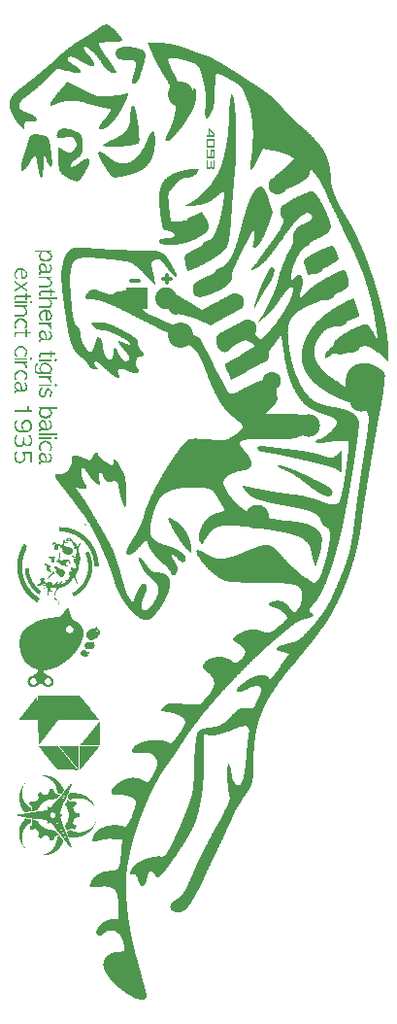
<source format=gts>
G04 ---------------------------- Layer name :TOP SOLDER LAYER*
G04 easyEDA 0.1*
G04 Scale: 100 percent, Rotated: No, Reflected: No *
G04 Dimensions in inches *
G04 leading zeros omitted , absolute positions ,2 integer and 4 * 
%FSLAX24Y24*%
%MOIN*%
G90*
G70D02*

%ADD11C,0.014000*%
%ADD14C,0.086740*%
%ADD16R,0.074000X0.074000*%
%ADD17C,0.074000*%
%ADD19C,0.078000*%
%ADD22C,0.063000*%
%ADD24C,0.082000*%

%LPD*%

%LPD*%
G36*
G01X3500Y15600D02*
G01X3500Y15600D01*
G01X3500Y15600D01*
G01X3497Y15624D01*
G01X3494Y15649D01*
G01X3490Y15674D01*
G01X3486Y15699D01*
G01X3482Y15723D01*
G01X3477Y15748D01*
G01X3471Y15773D01*
G01X3465Y15798D01*
G01X3459Y15822D01*
G01X3452Y15847D01*
G01X3444Y15871D01*
G01X3437Y15895D01*
G01X3428Y15920D01*
G01X3420Y15944D01*
G01X3410Y15968D01*
G01X3401Y15991D01*
G01X3391Y16015D01*
G01X3380Y16038D01*
G01X3369Y16062D01*
G01X3358Y16084D01*
G01X3347Y16107D01*
G01X3335Y16130D01*
G01X3322Y16152D01*
G01X3309Y16174D01*
G01X3296Y16196D01*
G01X3283Y16217D01*
G01X3269Y16238D01*
G01X3255Y16259D01*
G01X3240Y16280D01*
G01X3225Y16300D01*
G01X3210Y16320D01*
G01X3195Y16339D01*
G01X3179Y16358D01*
G01X3163Y16377D01*
G01X3146Y16395D01*
G01X3129Y16413D01*
G01X3112Y16430D01*
G01X3095Y16447D01*
G01X3077Y16464D01*
G01X3060Y16480D01*
G01X3060Y16480D01*
G01X3040Y16496D01*
G01X3021Y16512D01*
G01X3001Y16528D01*
G01X2981Y16543D01*
G01X2961Y16558D01*
G01X2941Y16572D01*
G01X2920Y16586D01*
G01X2899Y16600D01*
G01X2878Y16613D01*
G01X2857Y16625D01*
G01X2836Y16638D01*
G01X2814Y16649D01*
G01X2793Y16661D01*
G01X2771Y16672D01*
G01X2749Y16683D01*
G01X2727Y16693D01*
G01X2704Y16703D01*
G01X2682Y16712D01*
G01X2659Y16721D01*
G01X2637Y16730D01*
G01X2614Y16738D01*
G01X2591Y16745D01*
G01X2568Y16753D01*
G01X2545Y16759D01*
G01X2521Y16766D01*
G01X2498Y16772D01*
G01X2475Y16778D01*
G01X2451Y16783D01*
G01X2427Y16788D01*
G01X2403Y16792D01*
G01X2380Y16796D01*
G01X2356Y16799D01*
G01X2332Y16803D01*
G01X2308Y16805D01*
G01X2284Y16808D01*
G01X2260Y16809D01*
G01X2160Y16819D01*
G01X2160Y16740D01*
G01X2160Y16669D01*
G01X2200Y16659D01*
G01X2200Y16659D01*
G01X2229Y16658D01*
G01X2258Y16655D01*
G01X2285Y16651D01*
G01X2310Y16650D01*
G01X2310Y16650D01*
G01X2331Y16648D01*
G01X2353Y16645D01*
G01X2376Y16641D01*
G01X2400Y16637D01*
G01X2424Y16632D01*
G01X2448Y16626D01*
G01X2473Y16620D01*
G01X2497Y16613D01*
G01X2522Y16605D01*
G01X2547Y16597D01*
G01X2572Y16589D01*
G01X2596Y16580D01*
G01X2620Y16570D01*
G01X2644Y16561D01*
G01X2667Y16551D01*
G01X2689Y16541D01*
G01X2711Y16531D01*
G01X2731Y16520D01*
G01X2751Y16510D01*
G01X2770Y16500D01*
G01X2770Y16500D01*
G01X2791Y16486D01*
G01X2811Y16473D01*
G01X2832Y16459D01*
G01X2852Y16444D01*
G01X2871Y16429D01*
G01X2891Y16414D01*
G01X2910Y16399D01*
G01X2928Y16383D01*
G01X2947Y16367D01*
G01X2965Y16351D01*
G01X2982Y16334D01*
G01X2999Y16317D01*
G01X3016Y16300D01*
G01X3033Y16283D01*
G01X3049Y16265D01*
G01X3064Y16247D01*
G01X3080Y16228D01*
G01X3095Y16209D01*
G01X3109Y16191D01*
G01X3123Y16171D01*
G01X3137Y16152D01*
G01X3150Y16132D01*
G01X3163Y16112D01*
G01X3176Y16092D01*
G01X3188Y16072D01*
G01X3200Y16051D01*
G01X3211Y16030D01*
G01X3222Y16009D01*
G01X3232Y15988D01*
G01X3242Y15966D01*
G01X3252Y15944D01*
G01X3261Y15922D01*
G01X3270Y15900D01*
G01X3279Y15878D01*
G01X3287Y15856D01*
G01X3294Y15833D01*
G01X3301Y15810D01*
G01X3308Y15787D01*
G01X3314Y15764D01*
G01X3320Y15741D01*
G01X3325Y15717D01*
G01X3330Y15694D01*
G01X3334Y15670D01*
G01X3338Y15646D01*
G01X3342Y15622D01*
G01X3345Y15598D01*
G01X3347Y15574D01*
G01X3350Y15550D01*
G01X3350Y15459D01*
G01X3430Y15459D01*
G01X3510Y15459D01*
G01X3510Y15519D01*
G01X3510Y15519D01*
G01X3509Y15543D01*
G01X3508Y15567D01*
G01X3505Y15587D01*
G01X3500Y15600D01*
G37*
G36*
G01X3270Y15650D02*
G01X3270Y15650D01*
G01X3270Y15650D01*
G01X3265Y15673D01*
G01X3259Y15698D01*
G01X3253Y15725D01*
G01X3245Y15752D01*
G01X3237Y15779D01*
G01X3228Y15807D01*
G01X3219Y15834D01*
G01X3210Y15859D01*
G01X3200Y15884D01*
G01X3191Y15907D01*
G01X3182Y15927D01*
G01X3174Y15945D01*
G01X3166Y15959D01*
G01X3160Y15970D01*
G01X3154Y15977D01*
G01X3150Y15980D01*
G01X3150Y15980D01*
G01X3128Y15972D01*
G01X3091Y15953D01*
G01X3055Y15933D01*
G01X3040Y15919D01*
G01X3040Y15919D01*
G01X3041Y15913D01*
G01X3047Y15896D01*
G01X3056Y15873D01*
G01X3070Y15850D01*
G01X3070Y15850D01*
G01X3079Y15824D01*
G01X3087Y15799D01*
G01X3095Y15774D01*
G01X3102Y15748D01*
G01X3109Y15723D01*
G01X3115Y15698D01*
G01X3121Y15672D01*
G01X3126Y15647D01*
G01X3130Y15622D01*
G01X3134Y15597D01*
G01X3137Y15571D01*
G01X3139Y15546D01*
G01X3141Y15521D01*
G01X3143Y15496D01*
G01X3143Y15471D01*
G01X3143Y15446D01*
G01X3143Y15421D01*
G01X3142Y15396D01*
G01X3140Y15371D01*
G01X3137Y15346D01*
G01X3134Y15321D01*
G01X3131Y15296D01*
G01X3126Y15271D01*
G01X3122Y15246D01*
G01X3116Y15221D01*
G01X3110Y15197D01*
G01X3103Y15172D01*
G01X3096Y15147D01*
G01X3088Y15123D01*
G01X3079Y15098D01*
G01X3070Y15074D01*
G01X3060Y15050D01*
G01X3060Y15050D01*
G01X3049Y15026D01*
G01X3038Y15003D01*
G01X3027Y14980D01*
G01X3015Y14957D01*
G01X3002Y14935D01*
G01X2989Y14913D01*
G01X2975Y14891D01*
G01X2960Y14870D01*
G01X2945Y14849D01*
G01X2930Y14829D01*
G01X2914Y14809D01*
G01X2897Y14790D01*
G01X2880Y14770D01*
G01X2862Y14752D01*
G01X2844Y14733D01*
G01X2825Y14715D01*
G01X2806Y14698D01*
G01X2787Y14681D01*
G01X2767Y14665D01*
G01X2746Y14649D01*
G01X2725Y14633D01*
G01X2704Y14618D01*
G01X2682Y14604D01*
G01X2660Y14590D01*
G01X2660Y14590D01*
G01X2637Y14575D01*
G01X2618Y14562D01*
G01X2605Y14553D01*
G01X2600Y14550D01*
G01X2600Y14550D01*
G01X2596Y14544D01*
G01X2598Y14531D01*
G01X2607Y14512D01*
G01X2620Y14490D01*
G01X2650Y14430D01*
G01X2730Y14469D01*
G01X2730Y14469D01*
G01X2750Y14483D01*
G01X2771Y14497D01*
G01X2791Y14512D01*
G01X2811Y14527D01*
G01X2831Y14542D01*
G01X2850Y14558D01*
G01X2869Y14574D01*
G01X2887Y14590D01*
G01X2906Y14607D01*
G01X2924Y14624D01*
G01X2941Y14642D01*
G01X2958Y14660D01*
G01X2975Y14678D01*
G01X2992Y14696D01*
G01X3008Y14715D01*
G01X3023Y14734D01*
G01X3039Y14754D01*
G01X3053Y14774D01*
G01X3068Y14794D01*
G01X3082Y14815D01*
G01X3096Y14835D01*
G01X3109Y14856D01*
G01X3122Y14878D01*
G01X3134Y14899D01*
G01X3146Y14921D01*
G01X3158Y14943D01*
G01X3169Y14966D01*
G01X3179Y14989D01*
G01X3189Y15012D01*
G01X3199Y15035D01*
G01X3208Y15058D01*
G01X3217Y15082D01*
G01X3225Y15106D01*
G01X3233Y15130D01*
G01X3241Y15154D01*
G01X3247Y15179D01*
G01X3254Y15204D01*
G01X3259Y15229D01*
G01X3265Y15254D01*
G01X3270Y15280D01*
G01X3270Y15280D01*
G01X3271Y15299D01*
G01X3273Y15320D01*
G01X3274Y15342D01*
G01X3275Y15365D01*
G01X3276Y15389D01*
G01X3277Y15414D01*
G01X3277Y15439D01*
G01X3277Y15465D01*
G01X3277Y15490D01*
G01X3277Y15515D01*
G01X3276Y15540D01*
G01X3275Y15564D01*
G01X3274Y15587D01*
G01X3273Y15609D01*
G01X3271Y15630D01*
G01X3270Y15650D01*
G37*
G36*
G01X3060Y16909D02*
G01X3060Y16909D01*
G01X3060Y16909D01*
G01X3049Y16915D01*
G01X3036Y16916D01*
G01X3024Y16911D01*
G01X3020Y16900D01*
G01X3020Y16900D01*
G01X3022Y16889D01*
G01X3037Y16877D01*
G01X3056Y16869D01*
G01X3070Y16869D01*
G01X3070Y16869D01*
G01X3075Y16879D01*
G01X3076Y16890D01*
G01X3071Y16900D01*
G01X3060Y16909D01*
G37*
G36*
G01X2880Y16259D02*
G01X2880Y16259D01*
G01X2880Y16259D01*
G01X2872Y16271D01*
G01X2863Y16277D01*
G01X2853Y16279D01*
G01X2840Y16280D01*
G01X2840Y16280D01*
G01X2821Y16275D01*
G01X2811Y16265D01*
G01X2810Y16254D01*
G01X2820Y16250D01*
G01X2820Y16250D01*
G01X2827Y16248D01*
G01X2832Y16243D01*
G01X2834Y16237D01*
G01X2830Y16230D01*
G01X2830Y16230D01*
G01X2824Y16222D01*
G01X2822Y16214D01*
G01X2824Y16207D01*
G01X2830Y16200D01*
G01X2830Y16200D01*
G01X2826Y16182D01*
G01X2817Y16162D01*
G01X2804Y16146D01*
G01X2790Y16140D01*
G01X2790Y16140D01*
G01X2779Y16146D01*
G01X2766Y16161D01*
G01X2754Y16177D01*
G01X2750Y16190D01*
G01X2750Y16190D01*
G01X2748Y16199D01*
G01X2742Y16211D01*
G01X2733Y16225D01*
G01X2720Y16240D01*
G01X2720Y16240D01*
G01X2701Y16258D01*
G01X2678Y16281D01*
G01X2653Y16306D01*
G01X2630Y16330D01*
G01X2630Y16330D01*
G01X2607Y16357D01*
G01X2585Y16380D01*
G01X2562Y16399D01*
G01X2540Y16413D01*
G01X2517Y16423D01*
G01X2495Y16429D01*
G01X2472Y16431D01*
G01X2450Y16430D01*
G01X2450Y16430D01*
G01X2419Y16423D01*
G01X2392Y16408D01*
G01X2376Y16392D01*
G01X2380Y16380D01*
G01X2380Y16380D01*
G01X2385Y16378D01*
G01X2388Y16373D01*
G01X2389Y16367D01*
G01X2390Y16359D01*
G01X2390Y16359D01*
G01X2389Y16347D01*
G01X2397Y16340D01*
G01X2409Y16340D01*
G01X2420Y16350D01*
G01X2420Y16350D01*
G01X2427Y16355D01*
G01X2435Y16356D01*
G01X2442Y16351D01*
G01X2450Y16340D01*
G01X2450Y16340D01*
G01X2463Y16321D01*
G01X2475Y16312D01*
G01X2486Y16314D01*
G01X2500Y16330D01*
G01X2500Y16330D01*
G01X2505Y16343D01*
G01X2505Y16353D01*
G01X2497Y16362D01*
G01X2480Y16369D01*
G01X2460Y16390D01*
G01X2490Y16390D01*
G01X2490Y16390D01*
G01X2505Y16387D01*
G01X2521Y16379D01*
G01X2538Y16366D01*
G01X2555Y16348D01*
G01X2571Y16327D01*
G01X2588Y16301D01*
G01X2604Y16272D01*
G01X2620Y16240D01*
G01X2620Y16240D01*
G01X2633Y16198D01*
G01X2643Y16176D01*
G01X2652Y16171D01*
G01X2660Y16180D01*
G01X2660Y16180D01*
G01X2661Y16185D01*
G01X2665Y16188D01*
G01X2668Y16189D01*
G01X2670Y16190D01*
G01X2670Y16190D01*
G01X2671Y16182D01*
G01X2676Y16176D01*
G01X2682Y16171D01*
G01X2690Y16169D01*
G01X2690Y16169D01*
G01X2697Y16169D01*
G01X2702Y16168D01*
G01X2704Y16165D01*
G01X2700Y16159D01*
G01X2700Y16159D01*
G01X2698Y16158D01*
G01X2693Y16155D01*
G01X2687Y16151D01*
G01X2680Y16150D01*
G01X2680Y16150D01*
G01X2667Y16148D01*
G01X2658Y16142D01*
G01X2656Y16133D01*
G01X2660Y16119D01*
G01X2660Y16119D01*
G01X2661Y16116D01*
G01X2663Y16108D01*
G01X2664Y16098D01*
G01X2660Y16090D01*
G01X2660Y16090D01*
G01X2663Y16075D01*
G01X2673Y16063D01*
G01X2689Y16057D01*
G01X2710Y16059D01*
G01X2710Y16059D01*
G01X2727Y16069D01*
G01X2736Y16069D01*
G01X2739Y16062D01*
G01X2740Y16050D01*
G01X2740Y16050D01*
G01X2740Y16035D01*
G01X2740Y16021D01*
G01X2740Y16009D01*
G01X2740Y16000D01*
G01X2740Y16000D01*
G01X2745Y15982D01*
G01X2746Y15960D01*
G01X2741Y15929D01*
G01X2730Y15890D01*
G01X2730Y15890D01*
G01X2722Y15854D01*
G01X2715Y15826D01*
G01X2707Y15807D01*
G01X2700Y15800D01*
G01X2700Y15800D01*
G01X2696Y15800D01*
G01X2687Y15801D01*
G01X2674Y15804D01*
G01X2660Y15809D01*
G01X2660Y15809D01*
G01X2639Y15817D01*
G01X2622Y15822D01*
G01X2609Y15824D01*
G01X2600Y15819D01*
G01X2600Y15819D01*
G01X2585Y15815D01*
G01X2578Y15810D01*
G01X2579Y15804D01*
G01X2587Y15797D01*
G01X2601Y15789D01*
G01X2622Y15780D01*
G01X2648Y15770D01*
G01X2680Y15759D01*
G01X2680Y15759D01*
G01X2715Y15746D01*
G01X2745Y15737D01*
G01X2767Y15731D01*
G01X2780Y15730D01*
G01X2780Y15730D01*
G01X2783Y15720D01*
G01X2778Y15718D01*
G01X2764Y15722D01*
G01X2740Y15730D01*
G01X2740Y15730D01*
G01X2700Y15739D01*
G01X2671Y15736D01*
G01X2651Y15720D01*
G01X2640Y15690D01*
G01X2640Y15690D01*
G01X2634Y15666D01*
G01X2635Y15650D01*
G01X2642Y15633D01*
G01X2660Y15609D01*
G01X2660Y15609D01*
G01X2678Y15595D01*
G01X2691Y15582D01*
G01X2697Y15573D01*
G01X2700Y15569D01*
G01X2700Y15569D01*
G01X2700Y15551D01*
G01X2701Y15538D01*
G01X2704Y15532D01*
G01X2710Y15530D01*
G01X2710Y15530D01*
G01X2722Y15525D01*
G01X2731Y15513D01*
G01X2733Y15500D01*
G01X2730Y15490D01*
G01X2730Y15490D01*
G01X2724Y15482D01*
G01X2722Y15475D01*
G01X2724Y15467D01*
G01X2730Y15459D01*
G01X2730Y15459D01*
G01X2735Y15458D01*
G01X2737Y15453D01*
G01X2735Y15447D01*
G01X2730Y15440D01*
G01X2730Y15440D01*
G01X2728Y15432D01*
G01X2725Y15425D01*
G01X2721Y15417D01*
G01X2720Y15409D01*
G01X2720Y15409D01*
G01X2708Y15388D01*
G01X2691Y15383D01*
G01X2667Y15391D01*
G01X2640Y15409D01*
G01X2640Y15409D01*
G01X2630Y15422D01*
G01X2620Y15431D01*
G01X2609Y15433D01*
G01X2600Y15430D01*
G01X2600Y15430D01*
G01X2598Y15430D01*
G01X2593Y15431D01*
G01X2587Y15434D01*
G01X2580Y15440D01*
G01X2580Y15440D01*
G01X2562Y15443D01*
G01X2542Y15441D01*
G01X2526Y15432D01*
G01X2520Y15419D01*
G01X2520Y15419D01*
G01X2521Y15418D01*
G01X2526Y15414D01*
G01X2532Y15411D01*
G01X2540Y15409D01*
G01X2540Y15409D01*
G01X2547Y15399D01*
G01X2555Y15382D01*
G01X2562Y15362D01*
G01X2570Y15340D01*
G01X2570Y15340D01*
G01X2575Y15311D01*
G01X2576Y15297D01*
G01X2571Y15294D01*
G01X2560Y15300D01*
G01X2560Y15300D01*
G01X2546Y15305D01*
G01X2535Y15306D01*
G01X2523Y15301D01*
G01X2510Y15290D01*
G01X2510Y15290D01*
G01X2492Y15264D01*
G01X2486Y15226D01*
G01X2488Y15190D01*
G01X2500Y15169D01*
G01X2500Y15169D01*
G01X2503Y15152D01*
G01X2501Y15122D01*
G01X2492Y15088D01*
G01X2480Y15059D01*
G01X2480Y15059D01*
G01X2472Y15045D01*
G01X2465Y15031D01*
G01X2457Y15019D01*
G01X2450Y15009D01*
G01X2450Y15009D01*
G01X2448Y14997D01*
G01X2445Y14988D01*
G01X2441Y14986D01*
G01X2440Y14990D01*
G01X2440Y14990D01*
G01X2421Y14997D01*
G01X2390Y15002D01*
G01X2358Y15004D01*
G01X2340Y15000D01*
G01X2340Y15000D01*
G01X2336Y14993D01*
G01X2338Y14988D01*
G01X2347Y14981D01*
G01X2360Y14969D01*
G01X2390Y14959D01*
G01X2350Y14919D01*
G01X2350Y14919D01*
G01X2333Y14907D01*
G01X2315Y14893D01*
G01X2296Y14878D01*
G01X2277Y14863D01*
G01X2259Y14850D01*
G01X2243Y14839D01*
G01X2229Y14832D01*
G01X2220Y14830D01*
G01X2220Y14830D01*
G01X2218Y14831D01*
G01X2213Y14836D01*
G01X2207Y14842D01*
G01X2200Y14850D01*
G01X2200Y14850D01*
G01X2194Y14851D01*
G01X2195Y14857D01*
G01X2202Y14866D01*
G01X2220Y14880D01*
G01X2220Y14880D01*
G01X2237Y14894D01*
G01X2245Y14909D01*
G01X2245Y14925D01*
G01X2240Y14940D01*
G01X2240Y14940D01*
G01X2239Y14951D01*
G01X2237Y14956D01*
G01X2231Y14955D01*
G01X2220Y14950D01*
G01X2220Y14950D01*
G01X2214Y14948D01*
G01X2211Y14943D01*
G01X2210Y14937D01*
G01X2210Y14930D01*
G01X2210Y14930D01*
G01X2208Y14928D01*
G01X2205Y14925D01*
G01X2201Y14921D01*
G01X2200Y14919D01*
G01X2200Y14919D01*
G01X2190Y14916D01*
G01X2178Y14907D01*
G01X2164Y14894D01*
G01X2150Y14880D01*
G01X2150Y14880D01*
G01X2125Y14855D01*
G01X2108Y14842D01*
G01X2097Y14840D01*
G01X2090Y14850D01*
G01X2090Y14850D01*
G01X2082Y14850D01*
G01X2075Y14850D01*
G01X2067Y14850D01*
G01X2060Y14850D01*
G01X2060Y14850D01*
G01X2053Y14846D01*
G01X2061Y14858D01*
G01X2078Y14876D01*
G01X2100Y14890D01*
G01X2100Y14890D01*
G01X2111Y14901D01*
G01X2115Y14909D01*
G01X2111Y14918D01*
G01X2100Y14930D01*
G01X2100Y14930D01*
G01X2080Y14939D01*
G01X2065Y14936D01*
G01X2049Y14920D01*
G01X2030Y14890D01*
G01X2030Y14890D01*
G01X2016Y14865D01*
G01X2007Y14851D01*
G01X2001Y14846D01*
G01X2000Y14850D01*
G01X2000Y14850D01*
G01X1993Y14854D01*
G01X1988Y14852D01*
G01X1981Y14847D01*
G01X1970Y14840D01*
G01X1970Y14840D01*
G01X1955Y14822D01*
G01X1941Y14816D01*
G01X1929Y14818D01*
G01X1920Y14830D01*
G01X1920Y14830D01*
G01X1908Y14866D01*
G01X1901Y14886D01*
G01X1896Y14893D01*
G01X1890Y14890D01*
G01X1890Y14890D01*
G01X1884Y14884D01*
G01X1881Y14882D01*
G01X1880Y14884D01*
G01X1880Y14890D01*
G01X1880Y14890D01*
G01X1865Y14910D01*
G01X1842Y14926D01*
G01X1815Y14936D01*
G01X1790Y14940D01*
G01X1790Y14940D01*
G01X1776Y14938D01*
G01X1766Y14932D01*
G01X1757Y14923D01*
G01X1750Y14909D01*
G01X1730Y14890D01*
G01X1690Y14919D01*
G01X1690Y14919D01*
G01X1675Y14928D01*
G01X1660Y14938D01*
G01X1645Y14946D01*
G01X1630Y14950D01*
G01X1630Y14950D01*
G01X1624Y14956D01*
G01X1621Y14962D01*
G01X1620Y14972D01*
G01X1620Y14990D01*
G01X1620Y14990D01*
G01X1620Y15001D01*
G01X1621Y15007D01*
G01X1624Y15009D01*
G01X1630Y15009D01*
G01X1630Y15009D01*
G01X1641Y15006D01*
G01X1647Y15008D01*
G01X1649Y15017D01*
G01X1650Y15030D01*
G01X1650Y15030D01*
G01X1649Y15048D01*
G01X1646Y15061D01*
G01X1637Y15067D01*
G01X1620Y15069D01*
G01X1620Y15069D01*
G01X1587Y15073D01*
G01X1552Y15070D01*
G01X1521Y15058D01*
G01X1500Y15040D01*
G01X1500Y15040D01*
G01X1494Y15033D01*
G01X1492Y15028D01*
G01X1494Y15021D01*
G01X1500Y15009D01*
G01X1500Y15009D01*
G01X1515Y14978D01*
G01X1518Y14946D01*
G01X1512Y14915D01*
G01X1500Y14890D01*
G01X1500Y14890D01*
G01X1492Y14880D01*
G01X1486Y14869D01*
G01X1481Y14859D01*
G01X1480Y14850D01*
G01X1480Y14850D01*
G01X1479Y14838D01*
G01X1476Y14835D01*
G01X1467Y14838D01*
G01X1450Y14850D01*
G01X1450Y14850D01*
G01X1437Y14861D01*
G01X1428Y14864D01*
G01X1426Y14861D01*
G01X1430Y14850D01*
G01X1430Y14850D01*
G01X1433Y14842D01*
G01X1431Y14836D01*
G01X1422Y14831D01*
G01X1410Y14830D01*
G01X1390Y14830D01*
G01X1410Y14809D01*
G01X1410Y14809D01*
G01X1426Y14808D01*
G01X1443Y14805D01*
G01X1459Y14801D01*
G01X1470Y14800D01*
G01X1470Y14800D01*
G01X1498Y14804D01*
G01X1531Y14816D01*
G01X1558Y14829D01*
G01X1570Y14840D01*
G01X1570Y14840D01*
G01X1578Y14847D01*
G01X1600Y14852D01*
G01X1629Y14854D01*
G01X1660Y14850D01*
G01X1660Y14850D01*
G01X1673Y14848D01*
G01X1682Y14843D01*
G01X1688Y14837D01*
G01X1690Y14830D01*
G01X1690Y14830D01*
G01X1680Y14828D01*
G01X1666Y14826D01*
G01X1646Y14825D01*
G01X1620Y14830D01*
G01X1620Y14830D01*
G01X1591Y14829D01*
G01X1577Y14827D01*
G01X1575Y14821D01*
G01X1580Y14809D01*
G01X1580Y14809D01*
G01X1594Y14797D01*
G01X1618Y14788D01*
G01X1648Y14786D01*
G01X1680Y14790D01*
G01X1720Y14790D01*
G01X1700Y14769D01*
G01X1700Y14769D01*
G01X1685Y14760D01*
G01X1671Y14750D01*
G01X1659Y14739D01*
G01X1650Y14730D01*
G01X1650Y14730D01*
G01X1632Y14718D01*
G01X1626Y14712D01*
G01X1628Y14710D01*
G01X1640Y14709D01*
G01X1640Y14709D01*
G01X1650Y14711D01*
G01X1667Y14716D01*
G01X1687Y14722D01*
G01X1710Y14730D01*
G01X1760Y14759D01*
G01X1750Y14730D01*
G01X1750Y14730D01*
G01X1750Y14713D01*
G01X1750Y14683D01*
G01X1750Y14644D01*
G01X1750Y14600D01*
G01X1750Y14600D01*
G01X1744Y14544D01*
G01X1742Y14508D01*
G01X1744Y14486D01*
G01X1750Y14469D01*
G01X1750Y14469D01*
G01X1767Y14452D01*
G01X1786Y14446D01*
G01X1799Y14448D01*
G01X1800Y14459D01*
G01X1800Y14459D01*
G01X1796Y14476D01*
G01X1794Y14501D01*
G01X1792Y14531D01*
G01X1791Y14565D01*
G01X1790Y14598D01*
G01X1790Y14628D01*
G01X1790Y14653D01*
G01X1790Y14669D01*
G01X1790Y14669D01*
G01X1795Y14681D01*
G01X1800Y14683D01*
G01X1804Y14677D01*
G01X1810Y14659D01*
G01X1810Y14659D01*
G01X1813Y14643D01*
G01X1821Y14626D01*
G01X1831Y14610D01*
G01X1840Y14600D01*
G01X1860Y14580D01*
G01X1900Y14600D01*
G01X1930Y14619D01*
G01X1900Y14619D01*
G01X1900Y14619D01*
G01X1875Y14622D01*
G01X1860Y14632D01*
G01X1852Y14653D01*
G01X1850Y14690D01*
G01X1850Y14690D01*
G01X1850Y14713D01*
G01X1852Y14725D01*
G01X1858Y14729D01*
G01X1870Y14730D01*
G01X1870Y14730D01*
G01X1882Y14724D01*
G01X1905Y14721D01*
G01X1934Y14720D01*
G01X1970Y14719D01*
G01X1970Y14719D01*
G01X2003Y14714D01*
G01X2028Y14711D01*
G01X2044Y14710D01*
G01X2050Y14709D01*
G01X2050Y14709D01*
G01X2046Y14695D01*
G01X2037Y14669D01*
G01X2024Y14636D01*
G01X2010Y14600D01*
G01X2010Y14600D01*
G01X1999Y14571D01*
G01X1991Y14546D01*
G01X1984Y14524D01*
G01X1978Y14505D01*
G01X1974Y14487D01*
G01X1972Y14470D01*
G01X1970Y14455D01*
G01X1970Y14440D01*
G01X1970Y14440D01*
G01X1964Y14403D01*
G01X1965Y14378D01*
G01X1972Y14359D01*
G01X1990Y14340D01*
G01X1990Y14340D01*
G01X2000Y14330D01*
G01X2017Y14319D01*
G01X2037Y14309D01*
G01X2060Y14300D01*
G01X2100Y14280D01*
G01X2100Y14219D01*
G01X2100Y14219D01*
G01X2101Y14184D01*
G01X2107Y14165D01*
G01X2116Y14160D01*
G01X2130Y14169D01*
G01X2130Y14169D01*
G01X2141Y14181D01*
G01X2145Y14188D01*
G01X2141Y14193D01*
G01X2130Y14200D01*
G01X2130Y14200D01*
G01X2128Y14203D01*
G01X2126Y14211D01*
G01X2125Y14221D01*
G01X2130Y14230D01*
G01X2130Y14230D01*
G01X2134Y14256D01*
G01X2131Y14278D01*
G01X2114Y14298D01*
G01X2080Y14319D01*
G01X2080Y14319D01*
G01X2056Y14337D01*
G01X2036Y14352D01*
G01X2020Y14366D01*
G01X2008Y14380D01*
G01X2000Y14393D01*
G01X1994Y14407D01*
G01X1991Y14422D01*
G01X1990Y14440D01*
G01X1990Y14440D01*
G01X1994Y14449D01*
G01X1999Y14463D01*
G01X2005Y14480D01*
G01X2012Y14501D01*
G01X2020Y14523D01*
G01X2029Y14548D01*
G01X2039Y14573D01*
G01X2050Y14600D01*
G01X2100Y14709D01*
G01X2150Y14719D01*
G01X2150Y14719D01*
G01X2178Y14725D01*
G01X2209Y14734D01*
G01X2242Y14744D01*
G01X2275Y14757D01*
G01X2305Y14770D01*
G01X2332Y14784D01*
G01X2354Y14797D01*
G01X2370Y14809D01*
G01X2370Y14809D01*
G01X2383Y14821D01*
G01X2393Y14826D01*
G01X2402Y14825D01*
G01X2410Y14819D01*
G01X2410Y14819D01*
G01X2411Y14814D01*
G01X2416Y14813D01*
G01X2422Y14818D01*
G01X2430Y14830D01*
G01X2430Y14830D01*
G01X2433Y14837D01*
G01X2438Y14844D01*
G01X2445Y14852D01*
G01X2455Y14862D01*
G01X2468Y14875D01*
G01X2486Y14891D01*
G01X2509Y14913D01*
G01X2540Y14940D01*
G01X2540Y14940D01*
G01X2554Y14962D01*
G01X2568Y14982D01*
G01X2580Y14999D01*
G01X2590Y15009D01*
G01X2590Y15009D01*
G01X2598Y15035D01*
G01X2617Y15061D01*
G01X2640Y15081D01*
G01X2660Y15090D01*
G01X2660Y15090D01*
G01X2665Y15085D01*
G01X2674Y15073D01*
G01X2684Y15054D01*
G01X2697Y15030D01*
G01X2710Y15002D01*
G01X2724Y14971D01*
G01X2737Y14940D01*
G01X2750Y14909D01*
G01X2750Y14909D01*
G01X2763Y14889D01*
G01X2772Y14873D01*
G01X2778Y14863D01*
G01X2780Y14859D01*
G01X2780Y14859D01*
G01X2781Y14867D01*
G01X2780Y14882D01*
G01X2776Y14902D01*
G01X2770Y14927D01*
G01X2761Y14954D01*
G01X2751Y14983D01*
G01X2741Y15012D01*
G01X2730Y15040D01*
G01X2700Y15109D01*
G01X2720Y15180D01*
G01X2720Y15180D01*
G01X2733Y15211D01*
G01X2745Y15242D01*
G01X2756Y15269D01*
G01X2770Y15290D01*
G01X2770Y15290D01*
G01X2786Y15317D01*
G01X2800Y15341D01*
G01X2810Y15362D01*
G01X2817Y15381D01*
G01X2821Y15398D01*
G01X2823Y15415D01*
G01X2822Y15432D01*
G01X2820Y15450D01*
G01X2820Y15450D01*
G01X2820Y15472D01*
G01X2822Y15497D01*
G01X2828Y15525D01*
G01X2840Y15559D01*
G01X2840Y15559D01*
G01X2847Y15583D01*
G01X2853Y15607D01*
G01X2858Y15627D01*
G01X2860Y15640D01*
G01X2860Y15640D01*
G01X2860Y15647D01*
G01X2861Y15653D01*
G01X2864Y15658D01*
G01X2870Y15659D01*
G01X2870Y15659D01*
G01X2872Y15663D01*
G01X2873Y15673D01*
G01X2873Y15688D01*
G01X2872Y15709D01*
G01X2871Y15734D01*
G01X2868Y15762D01*
G01X2865Y15793D01*
G01X2860Y15827D01*
G01X2854Y15862D01*
G01X2847Y15898D01*
G01X2839Y15934D01*
G01X2830Y15969D01*
G01X2800Y16100D01*
G01X2820Y16130D01*
G01X2820Y16130D01*
G01X2837Y16148D01*
G01X2851Y16167D01*
G01X2863Y16185D01*
G01X2872Y16202D01*
G01X2878Y16218D01*
G01X2881Y16234D01*
G01X2882Y16247D01*
G01X2880Y16259D01*
G37*
G36*
G01X2610Y16059D02*
G01X2610Y16059D01*
G01X2610Y16059D01*
G01X2597Y16071D01*
G01X2582Y16082D01*
G01X2565Y16092D01*
G01X2546Y16102D01*
G01X2525Y16111D01*
G01X2504Y16119D01*
G01X2482Y16125D01*
G01X2460Y16130D01*
G01X2460Y16130D01*
G01X2417Y16139D01*
G01X2384Y16147D01*
G01X2361Y16154D01*
G01X2345Y16159D01*
G01X2334Y16165D01*
G01X2327Y16172D01*
G01X2323Y16180D01*
G01X2320Y16190D01*
G01X2320Y16190D01*
G01X2319Y16202D01*
G01X2316Y16209D01*
G01X2307Y16209D01*
G01X2290Y16200D01*
G01X2290Y16200D01*
G01X2282Y16192D01*
G01X2276Y16187D01*
G01X2271Y16185D01*
G01X2270Y16190D01*
G01X2270Y16190D01*
G01X2275Y16205D01*
G01X2300Y16228D01*
G01X2331Y16250D01*
G01X2360Y16259D01*
G01X2360Y16259D01*
G01X2370Y16260D01*
G01X2385Y16261D01*
G01X2399Y16264D01*
G01X2410Y16269D01*
G01X2440Y16280D01*
G01X2400Y16280D01*
G01X2400Y16280D01*
G01X2373Y16289D01*
G01X2356Y16301D01*
G01X2347Y16315D01*
G01X2350Y16330D01*
G01X2350Y16330D01*
G01X2349Y16337D01*
G01X2346Y16343D01*
G01X2337Y16348D01*
G01X2320Y16350D01*
G01X2320Y16350D01*
G01X2301Y16349D01*
G01X2288Y16348D01*
G01X2282Y16345D01*
G01X2280Y16340D01*
G01X2280Y16340D01*
G01X2280Y16332D01*
G01X2280Y16326D01*
G01X2280Y16321D01*
G01X2280Y16319D01*
G01X2280Y16319D01*
G01X2288Y16306D01*
G01X2286Y16284D01*
G01X2278Y16263D01*
G01X2270Y16250D01*
G01X2270Y16250D01*
G01X2260Y16240D01*
G01X2250Y16229D01*
G01X2239Y16219D01*
G01X2230Y16209D01*
G01X2230Y16209D01*
G01X2221Y16191D01*
G01X2211Y16181D01*
G01X2203Y16180D01*
G01X2200Y16190D01*
G01X2200Y16190D01*
G01X2192Y16204D01*
G01X2166Y16216D01*
G01X2133Y16222D01*
G01X2110Y16219D01*
G01X2110Y16219D01*
G01X2097Y16214D01*
G01X2088Y16215D01*
G01X2077Y16222D01*
G01X2060Y16240D01*
G01X2060Y16240D01*
G01X2034Y16264D01*
G01X2003Y16278D01*
G01X1971Y16283D01*
G01X1940Y16280D01*
G01X1940Y16280D01*
G01X1932Y16272D01*
G01X1926Y16262D01*
G01X1921Y16249D01*
G01X1920Y16230D01*
G01X1920Y16230D01*
G01X1920Y16212D01*
G01X1922Y16206D01*
G01X1928Y16208D01*
G01X1940Y16219D01*
G01X1940Y16219D01*
G01X1950Y16232D01*
G01X1966Y16238D01*
G01X1983Y16235D01*
G01X2000Y16219D01*
G01X2000Y16219D01*
G01X2005Y16213D01*
G01X2007Y16208D01*
G01X2005Y16201D01*
G01X2000Y16190D01*
G01X2000Y16190D01*
G01X1992Y16181D01*
G01X1987Y16171D01*
G01X1985Y16163D01*
G01X1990Y16159D01*
G01X1990Y16159D01*
G01X1995Y16152D01*
G01X1997Y16143D01*
G01X1995Y16133D01*
G01X1990Y16119D01*
G01X1990Y16119D01*
G01X1981Y16105D01*
G01X1976Y16091D01*
G01X1977Y16078D01*
G01X1982Y16066D01*
G01X1992Y16054D01*
G01X2006Y16042D01*
G01X2026Y16031D01*
G01X2050Y16019D01*
G01X2050Y16019D01*
G01X2069Y16020D01*
G01X2082Y16021D01*
G01X2092Y16024D01*
G01X2100Y16030D01*
G01X2100Y16030D01*
G01X2105Y16046D01*
G01X2107Y16062D01*
G01X2105Y16075D01*
G01X2100Y16080D01*
G01X2100Y16080D01*
G01X2088Y16083D01*
G01X2085Y16092D01*
G01X2088Y16105D01*
G01X2100Y16119D01*
G01X2100Y16119D01*
G01X2107Y16121D01*
G01X2113Y16126D01*
G01X2118Y16132D01*
G01X2120Y16140D01*
G01X2120Y16140D01*
G01X2125Y16154D01*
G01X2138Y16167D01*
G01X2157Y16176D01*
G01X2180Y16180D01*
G01X2180Y16180D01*
G01X2185Y16179D01*
G01X2187Y16177D01*
G01X2185Y16171D01*
G01X2180Y16159D01*
G01X2180Y16159D01*
G01X2168Y16145D01*
G01X2165Y16131D01*
G01X2168Y16119D01*
G01X2180Y16109D01*
G01X2180Y16109D01*
G01X2181Y16104D01*
G01X2185Y16101D01*
G01X2188Y16100D01*
G01X2190Y16100D01*
G01X2190Y16100D01*
G01X2191Y16105D01*
G01X2195Y16107D01*
G01X2198Y16105D01*
G01X2200Y16100D01*
G01X2200Y16100D01*
G01X2207Y16094D01*
G01X2213Y16092D01*
G01X2218Y16094D01*
G01X2220Y16100D01*
G01X2220Y16100D01*
G01X2227Y16105D01*
G01X2233Y16103D01*
G01X2238Y16092D01*
G01X2240Y16069D01*
G01X2240Y16069D01*
G01X2240Y16055D01*
G01X2241Y16042D01*
G01X2244Y16033D01*
G01X2250Y16030D01*
G01X2250Y16030D01*
G01X2251Y16026D01*
G01X2255Y16028D01*
G01X2258Y16037D01*
G01X2260Y16050D01*
G01X2260Y16050D01*
G01X2260Y16061D01*
G01X2261Y16063D01*
G01X2264Y16057D01*
G01X2270Y16040D01*
G01X2270Y16040D01*
G01X2270Y16030D01*
G01X2270Y16018D01*
G01X2270Y16004D01*
G01X2270Y15990D01*
G01X2270Y15990D01*
G01X2264Y15981D01*
G01X2262Y15971D01*
G01X2264Y15963D01*
G01X2270Y15959D01*
G01X2270Y15959D01*
G01X2275Y15956D01*
G01X2287Y15947D01*
G01X2303Y15934D01*
G01X2320Y15919D01*
G01X2320Y15919D01*
G01X2339Y15905D01*
G01X2359Y15893D01*
G01X2379Y15883D01*
G01X2401Y15875D01*
G01X2423Y15868D01*
G01X2445Y15863D01*
G01X2467Y15860D01*
G01X2490Y15859D01*
G01X2490Y15859D01*
G01X2521Y15860D01*
G01X2543Y15867D01*
G01X2564Y15885D01*
G01X2590Y15919D01*
G01X2590Y15919D01*
G01X2603Y15938D01*
G01X2614Y15955D01*
G01X2621Y15973D01*
G01X2626Y15989D01*
G01X2627Y16006D01*
G01X2625Y16024D01*
G01X2619Y16041D01*
G01X2610Y16059D01*
G37*
G36*
G01X2530Y15630D02*
G01X2530Y15630D01*
G01X2530Y15630D01*
G01X2520Y15647D01*
G01X2507Y15662D01*
G01X2491Y15674D01*
G01X2471Y15683D01*
G01X2448Y15691D01*
G01X2421Y15696D01*
G01X2392Y15699D01*
G01X2360Y15700D01*
G01X2360Y15700D01*
G01X2321Y15698D01*
G01X2295Y15692D01*
G01X2275Y15683D01*
G01X2260Y15669D01*
G01X2230Y15650D01*
G01X2210Y15669D01*
G01X2210Y15669D01*
G01X2189Y15694D01*
G01X2171Y15708D01*
G01X2155Y15713D01*
G01X2140Y15709D01*
G01X2140Y15709D01*
G01X2134Y15704D01*
G01X2130Y15702D01*
G01X2125Y15704D01*
G01X2120Y15709D01*
G01X2120Y15709D01*
G01X2120Y15714D01*
G01X2120Y15712D01*
G01X2120Y15707D01*
G01X2120Y15700D01*
G01X2120Y15700D01*
G01X2118Y15692D01*
G01X2112Y15685D01*
G01X2103Y15677D01*
G01X2090Y15669D01*
G01X2090Y15669D01*
G01X2072Y15663D01*
G01X2065Y15657D01*
G01X2064Y15647D01*
G01X2070Y15630D01*
G01X2070Y15630D01*
G01X2070Y15619D01*
G01X2070Y15604D01*
G01X2070Y15590D01*
G01X2070Y15580D01*
G01X2070Y15580D01*
G01X2070Y15574D01*
G01X2072Y15573D01*
G01X2078Y15578D01*
G01X2090Y15590D01*
G01X2090Y15590D01*
G01X2103Y15595D01*
G01X2113Y15598D01*
G01X2122Y15599D01*
G01X2130Y15600D01*
G01X2130Y15600D01*
G01X2147Y15599D01*
G01X2155Y15597D01*
G01X2155Y15591D01*
G01X2150Y15580D01*
G01X2150Y15580D01*
G01X2144Y15568D01*
G01X2142Y15561D01*
G01X2144Y15556D01*
G01X2150Y15550D01*
G01X2150Y15550D01*
G01X2157Y15550D01*
G01X2165Y15551D01*
G01X2172Y15554D01*
G01X2180Y15559D01*
G01X2180Y15559D01*
G01X2180Y15565D01*
G01X2181Y15567D01*
G01X2184Y15565D01*
G01X2190Y15559D01*
G01X2190Y15559D01*
G01X2195Y15552D01*
G01X2198Y15543D01*
G01X2199Y15533D01*
G01X2200Y15519D01*
G01X2200Y15519D01*
G01X2205Y15499D01*
G01X2221Y15484D01*
G01X2246Y15477D01*
G01X2280Y15480D01*
G01X2280Y15480D01*
G01X2312Y15483D01*
G01X2333Y15481D01*
G01X2346Y15472D01*
G01X2350Y15459D01*
G01X2350Y15459D01*
G01X2362Y15448D01*
G01X2391Y15444D01*
G01X2421Y15448D01*
G01X2440Y15459D01*
G01X2440Y15459D01*
G01X2445Y15467D01*
G01X2447Y15473D01*
G01X2445Y15478D01*
G01X2440Y15480D01*
G01X2440Y15480D01*
G01X2438Y15481D01*
G01X2435Y15486D01*
G01X2431Y15492D01*
G01X2430Y15500D01*
G01X2430Y15500D01*
G01X2428Y15505D01*
G01X2423Y15507D01*
G01X2417Y15505D01*
G01X2410Y15500D01*
G01X2410Y15500D01*
G01X2392Y15494D01*
G01X2385Y15495D01*
G01X2384Y15502D01*
G01X2390Y15519D01*
G01X2390Y15519D01*
G01X2391Y15536D01*
G01X2395Y15556D01*
G01X2398Y15577D01*
G01X2400Y15600D01*
G01X2400Y15600D01*
G01X2407Y15624D01*
G01X2415Y15637D01*
G01X2422Y15639D01*
G01X2430Y15630D01*
G01X2430Y15630D01*
G01X2431Y15630D01*
G01X2436Y15630D01*
G01X2442Y15630D01*
G01X2450Y15630D01*
G01X2450Y15630D01*
G01X2455Y15629D01*
G01X2460Y15628D01*
G01X2464Y15625D01*
G01X2470Y15619D01*
G01X2470Y15619D01*
G01X2477Y15596D01*
G01X2495Y15576D01*
G01X2512Y15565D01*
G01X2520Y15569D01*
G01X2520Y15569D01*
G01X2520Y15571D01*
G01X2521Y15573D01*
G01X2524Y15574D01*
G01X2530Y15569D01*
G01X2530Y15569D01*
G01X2541Y15573D01*
G01X2545Y15584D01*
G01X2541Y15603D01*
G01X2530Y15630D01*
G37*
G36*
G01X2320Y15309D02*
G01X2320Y15309D01*
G01X2320Y15309D01*
G01X2302Y15330D01*
G01X2280Y15347D01*
G01X2249Y15360D01*
G01X2210Y15369D01*
G01X2210Y15369D01*
G01X2193Y15373D01*
G01X2175Y15382D01*
G01X2156Y15395D01*
G01X2140Y15409D01*
G01X2140Y15409D01*
G01X2115Y15430D01*
G01X2092Y15445D01*
G01X2072Y15456D01*
G01X2053Y15463D01*
G01X2036Y15466D01*
G01X2020Y15464D01*
G01X2005Y15459D01*
G01X1990Y15450D01*
G01X1990Y15450D01*
G01X1982Y15442D01*
G01X1977Y15433D01*
G01X1975Y15423D01*
G01X1980Y15409D01*
G01X1980Y15409D01*
G01X1981Y15402D01*
G01X1985Y15397D01*
G01X1988Y15395D01*
G01X1990Y15400D01*
G01X1990Y15400D01*
G01X1995Y15398D01*
G01X1998Y15395D01*
G01X1999Y15391D01*
G01X2000Y15390D01*
G01X2000Y15390D01*
G01X2003Y15378D01*
G01X2011Y15373D01*
G01X2021Y15374D01*
G01X2030Y15380D01*
G01X2030Y15380D01*
G01X2031Y15385D01*
G01X2036Y15388D01*
G01X2042Y15389D01*
G01X2050Y15390D01*
G01X2050Y15390D01*
G01X2061Y15383D01*
G01X2063Y15364D01*
G01X2057Y15339D01*
G01X2040Y15309D01*
G01X2030Y15280D01*
G01X2050Y15240D01*
G01X2050Y15240D01*
G01X2063Y15226D01*
G01X2073Y15216D01*
G01X2082Y15207D01*
G01X2090Y15200D01*
G01X2090Y15200D01*
G01X2099Y15196D01*
G01X2111Y15187D01*
G01X2125Y15174D01*
G01X2140Y15159D01*
G01X2140Y15159D01*
G01X2156Y15141D01*
G01X2174Y15127D01*
G01X2193Y15116D01*
G01X2213Y15109D01*
G01X2233Y15105D01*
G01X2253Y15105D01*
G01X2272Y15107D01*
G01X2289Y15114D01*
G01X2304Y15123D01*
G01X2316Y15135D01*
G01X2325Y15151D01*
G01X2330Y15169D01*
G01X2330Y15169D01*
G01X2330Y15180D01*
G01X2331Y15197D01*
G01X2334Y15217D01*
G01X2340Y15240D01*
G01X2340Y15240D01*
G01X2339Y15265D01*
G01X2337Y15282D01*
G01X2331Y15296D01*
G01X2320Y15309D01*
G37*
G36*
G01X2180Y15930D02*
G01X2180Y15930D01*
G01X2180Y15930D01*
G01X2174Y15941D01*
G01X2170Y15943D01*
G01X2165Y15937D01*
G01X2160Y15919D01*
G01X2160Y15919D01*
G01X2156Y15900D01*
G01X2154Y15881D01*
G01X2152Y15861D01*
G01X2152Y15841D01*
G01X2152Y15821D01*
G01X2154Y15803D01*
G01X2156Y15785D01*
G01X2160Y15769D01*
G01X2170Y15740D01*
G01X2180Y15790D01*
G01X2180Y15790D01*
G01X2180Y15837D01*
G01X2180Y15874D01*
G01X2180Y15905D01*
G01X2180Y15930D01*
G37*
G36*
G01X1970Y15780D02*
G01X1970Y15780D01*
G01X1970Y15780D01*
G01X1949Y15780D01*
G01X1932Y15781D01*
G01X1919Y15784D01*
G01X1910Y15790D01*
G01X1910Y15790D01*
G01X1887Y15796D01*
G01X1864Y15799D01*
G01X1842Y15799D01*
G01X1822Y15797D01*
G01X1805Y15792D01*
G01X1791Y15784D01*
G01X1783Y15773D01*
G01X1780Y15759D01*
G01X1780Y15759D01*
G01X1780Y15748D01*
G01X1782Y15744D01*
G01X1788Y15748D01*
G01X1800Y15759D01*
G01X1800Y15759D01*
G01X1817Y15771D01*
G01X1825Y15775D01*
G01X1825Y15771D01*
G01X1820Y15759D01*
G01X1820Y15759D01*
G01X1816Y15741D01*
G01X1818Y15731D01*
G01X1827Y15730D01*
G01X1840Y15740D01*
G01X1840Y15740D01*
G01X1851Y15751D01*
G01X1858Y15753D01*
G01X1863Y15747D01*
G01X1870Y15730D01*
G01X1870Y15730D01*
G01X1875Y15720D01*
G01X1878Y15707D01*
G01X1879Y15690D01*
G01X1880Y15669D01*
G01X1880Y15669D01*
G01X1874Y15640D01*
G01X1875Y15623D01*
G01X1882Y15612D01*
G01X1900Y15600D01*
G01X1900Y15600D01*
G01X1928Y15588D01*
G01X1952Y15585D01*
G01X1973Y15588D01*
G01X1990Y15600D01*
G01X1990Y15600D01*
G01X1995Y15613D01*
G01X1997Y15622D01*
G01X1995Y15628D01*
G01X1990Y15630D01*
G01X1990Y15630D01*
G01X1978Y15636D01*
G01X1975Y15653D01*
G01X1978Y15676D01*
G01X1990Y15700D01*
G01X1990Y15700D01*
G01X1991Y15707D01*
G01X1993Y15714D01*
G01X1994Y15722D01*
G01X1990Y15730D01*
G01X1990Y15730D01*
G01X1990Y15735D01*
G01X1991Y15740D01*
G01X1994Y15744D01*
G01X2000Y15750D01*
G01X2000Y15750D01*
G01X2001Y15751D01*
G01X2005Y15756D01*
G01X2008Y15762D01*
G01X2010Y15769D01*
G01X2010Y15769D01*
G01X2007Y15775D01*
G01X2001Y15778D01*
G01X1988Y15779D01*
G01X1970Y15780D01*
G37*
G36*
G01X1960Y15259D02*
G01X1960Y15259D01*
G01X1960Y15259D01*
G01X1948Y15265D01*
G01X1943Y15269D01*
G01X1944Y15274D01*
G01X1950Y15280D01*
G01X1950Y15280D01*
G01X1962Y15281D01*
G01X1970Y15287D01*
G01X1969Y15296D01*
G01X1960Y15309D01*
G01X1960Y15309D01*
G01X1947Y15316D01*
G01X1930Y15307D01*
G01X1912Y15287D01*
G01X1900Y15259D01*
G01X1900Y15259D01*
G01X1898Y15241D01*
G01X1893Y15228D01*
G01X1887Y15222D01*
G01X1880Y15219D01*
G01X1880Y15219D01*
G01X1868Y15214D01*
G01X1857Y15205D01*
G01X1845Y15192D01*
G01X1833Y15177D01*
G01X1821Y15159D01*
G01X1808Y15138D01*
G01X1794Y15115D01*
G01X1780Y15090D01*
G01X1750Y15030D01*
G01X1780Y15050D01*
G01X1780Y15050D01*
G01X1789Y15059D01*
G01X1801Y15072D01*
G01X1815Y15089D01*
G01X1830Y15109D01*
G01X1830Y15109D01*
G01X1843Y15128D01*
G01X1855Y15141D01*
G01X1866Y15147D01*
G01X1880Y15150D01*
G01X1880Y15150D01*
G01X1889Y15153D01*
G01X1900Y15161D01*
G01X1910Y15171D01*
G01X1920Y15180D01*
G01X1940Y15219D01*
G01X1950Y15200D01*
G01X1950Y15200D01*
G01X1961Y15183D01*
G01X1967Y15178D01*
G01X1969Y15187D01*
G01X1970Y15209D01*
G01X1970Y15209D01*
G01X1974Y15229D01*
G01X1972Y15242D01*
G01X1967Y15252D01*
G01X1960Y15259D01*
G37*
G36*
G01X1880Y15290D02*
G01X1880Y15290D01*
G01X1880Y15290D01*
G01X1872Y15291D01*
G01X1866Y15296D01*
G01X1861Y15302D01*
G01X1860Y15309D01*
G01X1860Y15309D01*
G01X1858Y15311D01*
G01X1853Y15316D01*
G01X1847Y15322D01*
G01X1840Y15330D01*
G01X1840Y15330D01*
G01X1832Y15331D01*
G01X1827Y15335D01*
G01X1825Y15338D01*
G01X1830Y15340D01*
G01X1830Y15340D01*
G01X1841Y15343D01*
G01X1845Y15351D01*
G01X1841Y15361D01*
G01X1830Y15369D01*
G01X1830Y15369D01*
G01X1818Y15387D01*
G01X1816Y15406D01*
G01X1822Y15419D01*
G01X1840Y15419D01*
G01X1840Y15419D01*
G01X1847Y15421D01*
G01X1853Y15426D01*
G01X1858Y15432D01*
G01X1860Y15440D01*
G01X1860Y15440D01*
G01X1856Y15456D01*
G01X1848Y15471D01*
G01X1838Y15480D01*
G01X1830Y15480D01*
G01X1830Y15480D01*
G01X1822Y15480D01*
G01X1816Y15481D01*
G01X1811Y15484D01*
G01X1810Y15490D01*
G01X1810Y15490D01*
G01X1807Y15499D01*
G01X1798Y15509D01*
G01X1780Y15520D01*
G01X1750Y15530D01*
G01X1750Y15530D01*
G01X1707Y15552D01*
G01X1681Y15559D01*
G01X1664Y15552D01*
G01X1650Y15530D01*
G01X1650Y15530D01*
G01X1638Y15517D01*
G01X1636Y15508D01*
G01X1642Y15506D01*
G01X1660Y15509D01*
G01X1660Y15509D01*
G01X1667Y15515D01*
G01X1675Y15517D01*
G01X1682Y15515D01*
G01X1690Y15509D01*
G01X1690Y15509D01*
G01X1691Y15508D01*
G01X1696Y15505D01*
G01X1702Y15501D01*
G01X1710Y15500D01*
G01X1710Y15500D01*
G01X1717Y15490D01*
G01X1723Y15466D01*
G01X1728Y15436D01*
G01X1730Y15409D01*
G01X1730Y15409D01*
G01X1724Y15400D01*
G01X1720Y15390D01*
G01X1715Y15379D01*
G01X1710Y15369D01*
G01X1710Y15369D01*
G01X1702Y15360D01*
G01X1710Y15347D01*
G01X1732Y15330D01*
G01X1770Y15309D01*
G01X1770Y15309D01*
G01X1792Y15296D01*
G01X1812Y15286D01*
G01X1829Y15277D01*
G01X1840Y15269D01*
G01X1840Y15269D01*
G01X1847Y15258D01*
G01X1855Y15252D01*
G01X1862Y15250D01*
G01X1870Y15250D01*
G01X1870Y15250D01*
G01X1881Y15259D01*
G01X1886Y15270D01*
G01X1885Y15280D01*
G01X1880Y15290D01*
G37*
G36*
G01X1490Y14640D02*
G01X1490Y14640D01*
G01X1490Y14640D01*
G01X1479Y14648D01*
G01X1467Y14660D01*
G01X1453Y14673D01*
G01X1438Y14689D01*
G01X1422Y14706D01*
G01X1405Y14725D01*
G01X1387Y14744D01*
G01X1370Y14765D01*
G01X1352Y14785D01*
G01X1334Y14806D01*
G01X1317Y14827D01*
G01X1301Y14848D01*
G01X1286Y14867D01*
G01X1272Y14886D01*
G01X1260Y14904D01*
G01X1250Y14919D01*
G01X1250Y14919D01*
G01X1239Y14938D01*
G01X1229Y14956D01*
G01X1219Y14975D01*
G01X1210Y14994D01*
G01X1201Y15013D01*
G01X1192Y15033D01*
G01X1184Y15053D01*
G01X1176Y15074D01*
G01X1168Y15095D01*
G01X1161Y15116D01*
G01X1154Y15137D01*
G01X1147Y15159D01*
G01X1141Y15182D01*
G01X1135Y15204D01*
G01X1130Y15227D01*
G01X1125Y15251D01*
G01X1121Y15275D01*
G01X1116Y15299D01*
G01X1113Y15324D01*
G01X1110Y15350D01*
G01X1100Y15400D01*
G01X1040Y15390D01*
G01X970Y15390D01*
G01X970Y15359D01*
G01X970Y15359D01*
G01X970Y15343D01*
G01X973Y15323D01*
G01X976Y15302D01*
G01X981Y15278D01*
G01X986Y15252D01*
G01X992Y15226D01*
G01X998Y15199D01*
G01X1005Y15171D01*
G01X1012Y15144D01*
G01X1018Y15118D01*
G01X1024Y15093D01*
G01X1030Y15069D01*
G01X1030Y15069D01*
G01X1038Y15046D01*
G01X1048Y15022D01*
G01X1058Y14999D01*
G01X1068Y14976D01*
G01X1078Y14954D01*
G01X1090Y14931D01*
G01X1101Y14909D01*
G01X1113Y14887D01*
G01X1125Y14865D01*
G01X1138Y14844D01*
G01X1151Y14823D01*
G01X1165Y14802D01*
G01X1178Y14782D01*
G01X1193Y14761D01*
G01X1208Y14742D01*
G01X1223Y14722D01*
G01X1238Y14703D01*
G01X1255Y14684D01*
G01X1271Y14666D01*
G01X1288Y14648D01*
G01X1305Y14630D01*
G01X1323Y14613D01*
G01X1341Y14596D01*
G01X1360Y14580D01*
G01X1360Y14580D01*
G01X1393Y14550D01*
G01X1418Y14528D01*
G01X1437Y14515D01*
G01X1451Y14508D01*
G01X1462Y14509D01*
G01X1471Y14516D01*
G01X1479Y14530D01*
G01X1490Y14550D01*
G01X1490Y14550D01*
G01X1504Y14572D01*
G01X1517Y14591D01*
G01X1526Y14604D01*
G01X1530Y14609D01*
G01X1530Y14609D01*
G01X1526Y14613D01*
G01X1517Y14621D01*
G01X1504Y14631D01*
G01X1490Y14640D01*
G37*
G36*
G01X1410Y14419D02*
G01X1410Y14419D01*
G01X1410Y14419D01*
G01X1393Y14433D01*
G01X1373Y14449D01*
G01X1351Y14467D01*
G01X1328Y14487D01*
G01X1305Y14508D01*
G01X1282Y14529D01*
G01X1260Y14550D01*
G01X1240Y14569D01*
G01X1240Y14569D01*
G01X1221Y14589D01*
G01X1202Y14608D01*
G01X1184Y14628D01*
G01X1167Y14647D01*
G01X1151Y14667D01*
G01X1134Y14687D01*
G01X1119Y14707D01*
G01X1104Y14728D01*
G01X1089Y14748D01*
G01X1075Y14769D01*
G01X1062Y14791D01*
G01X1049Y14812D01*
G01X1037Y14834D01*
G01X1025Y14856D01*
G01X1013Y14878D01*
G01X1002Y14901D01*
G01X991Y14924D01*
G01X981Y14948D01*
G01X971Y14972D01*
G01X962Y14996D01*
G01X953Y15021D01*
G01X944Y15046D01*
G01X936Y15072D01*
G01X928Y15098D01*
G01X920Y15125D01*
G01X913Y15153D01*
G01X906Y15181D01*
G01X900Y15209D01*
G01X900Y15209D01*
G01X895Y15229D01*
G01X891Y15247D01*
G01X888Y15264D01*
G01X885Y15282D01*
G01X883Y15300D01*
G01X882Y15318D01*
G01X881Y15338D01*
G01X880Y15361D01*
G01X880Y15385D01*
G01X880Y15413D01*
G01X880Y15444D01*
G01X880Y15480D01*
G01X880Y15480D01*
G01X880Y15508D01*
G01X880Y15535D01*
G01X881Y15561D01*
G01X882Y15587D01*
G01X884Y15612D01*
G01X886Y15636D01*
G01X888Y15660D01*
G01X891Y15683D01*
G01X895Y15706D01*
G01X899Y15728D01*
G01X903Y15750D01*
G01X908Y15772D01*
G01X914Y15794D01*
G01X920Y15816D01*
G01X927Y15838D01*
G01X934Y15859D01*
G01X942Y15882D01*
G01X951Y15904D01*
G01X961Y15927D01*
G01X971Y15950D01*
G01X982Y15974D01*
G01X994Y15999D01*
G01X1006Y16024D01*
G01X1020Y16050D01*
G01X1060Y16150D01*
G01X1000Y16200D01*
G01X1000Y16200D01*
G01X967Y16217D01*
G01X946Y16226D01*
G01X933Y16229D01*
G01X930Y16230D01*
G01X930Y16230D01*
G01X923Y16222D01*
G01X914Y16208D01*
G01X903Y16190D01*
G01X891Y16168D01*
G01X877Y16142D01*
G01X863Y16115D01*
G01X849Y16085D01*
G01X835Y16055D01*
G01X821Y16024D01*
G01X809Y15994D01*
G01X798Y15966D01*
G01X790Y15940D01*
G01X790Y15940D01*
G01X781Y15915D01*
G01X773Y15891D01*
G01X765Y15868D01*
G01X758Y15845D01*
G01X752Y15824D01*
G01X746Y15803D01*
G01X740Y15782D01*
G01X735Y15761D01*
G01X731Y15740D01*
G01X727Y15720D01*
G01X723Y15698D01*
G01X720Y15677D01*
G01X718Y15654D01*
G01X715Y15631D01*
G01X714Y15608D01*
G01X712Y15583D01*
G01X711Y15557D01*
G01X710Y15529D01*
G01X710Y15500D01*
G01X710Y15469D01*
G01X710Y15469D01*
G01X710Y15432D01*
G01X710Y15399D01*
G01X711Y15369D01*
G01X713Y15344D01*
G01X715Y15320D01*
G01X717Y15300D01*
G01X720Y15280D01*
G01X723Y15262D01*
G01X726Y15244D01*
G01X730Y15227D01*
G01X735Y15209D01*
G01X740Y15190D01*
G01X740Y15190D01*
G01X745Y15162D01*
G01X751Y15136D01*
G01X757Y15111D01*
G01X762Y15087D01*
G01X769Y15064D01*
G01X775Y15041D01*
G01X781Y15020D01*
G01X788Y14998D01*
G01X795Y14977D01*
G01X803Y14957D01*
G01X811Y14936D01*
G01X820Y14915D01*
G01X829Y14894D01*
G01X838Y14873D01*
G01X849Y14852D01*
G01X860Y14830D01*
G01X860Y14830D01*
G01X870Y14805D01*
G01X882Y14781D01*
G01X893Y14758D01*
G01X905Y14735D01*
G01X917Y14713D01*
G01X929Y14691D01*
G01X942Y14669D01*
G01X955Y14648D01*
G01X969Y14628D01*
G01X982Y14608D01*
G01X996Y14588D01*
G01X1011Y14568D01*
G01X1026Y14549D01*
G01X1041Y14531D01*
G01X1056Y14512D01*
G01X1072Y14494D01*
G01X1088Y14477D01*
G01X1105Y14459D01*
G01X1121Y14442D01*
G01X1139Y14426D01*
G01X1156Y14409D01*
G01X1174Y14393D01*
G01X1192Y14377D01*
G01X1211Y14361D01*
G01X1230Y14345D01*
G01X1250Y14330D01*
G01X1269Y14315D01*
G01X1290Y14300D01*
G01X1290Y14300D01*
G01X1313Y14283D01*
G01X1337Y14266D01*
G01X1357Y14250D01*
G01X1370Y14240D01*
G01X1370Y14240D01*
G01X1387Y14235D01*
G01X1400Y14237D01*
G01X1412Y14251D01*
G01X1430Y14280D01*
G01X1430Y14280D01*
G01X1444Y14302D01*
G01X1457Y14322D01*
G01X1466Y14339D01*
G01X1470Y14350D01*
G01X1470Y14350D01*
G01X1474Y14362D01*
G01X1470Y14373D01*
G01X1450Y14390D01*
G01X1410Y14419D01*
G37*

%LPD*%
G36*
G01X3500Y13300D02*
G01X3500Y13300D01*
G01X3500Y13300D01*
G01X3479Y13316D01*
G01X3463Y13335D01*
G01X3453Y13353D01*
G01X3450Y13370D01*
G01X3450Y13370D01*
G01X3447Y13386D01*
G01X3441Y13391D01*
G01X3428Y13382D01*
G01X3409Y13360D01*
G01X3409Y13360D01*
G01X3391Y13345D01*
G01X3370Y13332D01*
G01X3348Y13323D01*
G01X3330Y13320D01*
G01X3330Y13320D01*
G01X3306Y13319D01*
G01X3284Y13316D01*
G01X3262Y13312D01*
G01X3241Y13306D01*
G01X3221Y13299D01*
G01X3202Y13291D01*
G01X3185Y13281D01*
G01X3168Y13270D01*
G01X3153Y13258D01*
G01X3139Y13245D01*
G01X3126Y13232D01*
G01X3114Y13217D01*
G01X3105Y13202D01*
G01X3096Y13186D01*
G01X3089Y13169D01*
G01X3084Y13152D01*
G01X3081Y13135D01*
G01X3079Y13117D01*
G01X3079Y13099D01*
G01X3081Y13081D01*
G01X3085Y13063D01*
G01X3091Y13045D01*
G01X3099Y13027D01*
G01X3109Y13010D01*
G01X3109Y13010D01*
G01X3124Y12992D01*
G01X3139Y12977D01*
G01X3157Y12965D01*
G01X3175Y12955D01*
G01X3195Y12947D01*
G01X3216Y12942D01*
G01X3237Y12940D01*
G01X3260Y12940D01*
G01X3282Y12942D01*
G01X3305Y12946D01*
G01X3328Y12953D01*
G01X3351Y12962D01*
G01X3374Y12973D01*
G01X3397Y12986D01*
G01X3418Y13002D01*
G01X3440Y13020D01*
G01X3440Y13020D01*
G01X3459Y13038D01*
G01X3477Y13057D01*
G01X3493Y13076D01*
G01X3507Y13096D01*
G01X3518Y13115D01*
G01X3528Y13134D01*
G01X3535Y13152D01*
G01X3541Y13171D01*
G01X3544Y13189D01*
G01X3545Y13207D01*
G01X3543Y13224D01*
G01X3539Y13240D01*
G01X3533Y13256D01*
G01X3524Y13271D01*
G01X3513Y13286D01*
G01X3500Y13300D01*
G37*
G36*
G01X3359Y12820D02*
G01X3359Y12820D01*
G01X3359Y12820D01*
G01X3352Y12844D01*
G01X3343Y12857D01*
G01X3333Y12859D01*
G01X3319Y12850D01*
G01X3319Y12850D01*
G01X3303Y12844D01*
G01X3286Y12842D01*
G01X3270Y12844D01*
G01X3259Y12850D01*
G01X3259Y12850D01*
G01X3241Y12857D01*
G01X3217Y12863D01*
G01X3189Y12868D01*
G01X3159Y12870D01*
G01X3159Y12870D01*
G01X3121Y12867D01*
G01X3093Y12860D01*
G01X3071Y12844D01*
G01X3050Y12820D01*
G01X3050Y12820D01*
G01X3033Y12798D01*
G01X3021Y12778D01*
G01X3014Y12758D01*
G01X3012Y12740D01*
G01X3014Y12721D01*
G01X3021Y12701D01*
G01X3033Y12681D01*
G01X3050Y12660D01*
G01X3050Y12660D01*
G01X3063Y12643D01*
G01X3075Y12631D01*
G01X3087Y12622D01*
G01X3100Y12616D01*
G01X3114Y12612D01*
G01X3131Y12610D01*
G01X3153Y12610D01*
G01X3180Y12610D01*
G01X3180Y12610D01*
G01X3204Y12614D01*
G01X3227Y12619D01*
G01X3247Y12625D01*
G01X3266Y12632D01*
G01X3283Y12640D01*
G01X3299Y12649D01*
G01X3314Y12659D01*
G01X3330Y12670D01*
G01X3330Y12670D01*
G01X3343Y12683D01*
G01X3352Y12696D01*
G01X3359Y12708D01*
G01X3363Y12722D01*
G01X3365Y12739D01*
G01X3365Y12760D01*
G01X3363Y12786D01*
G01X3359Y12820D01*
G37*
G36*
G01X3159Y12520D02*
G01X3159Y12520D01*
G01X3159Y12520D01*
G01X3149Y12521D01*
G01X3132Y12527D01*
G01X3112Y12536D01*
G01X3090Y12550D01*
G01X3090Y12550D01*
G01X3072Y12561D01*
G01X3054Y12571D01*
G01X3036Y12578D01*
G01X3017Y12582D01*
G01X2999Y12584D01*
G01X2980Y12584D01*
G01X2963Y12582D01*
G01X2946Y12578D01*
G01X2930Y12572D01*
G01X2915Y12564D01*
G01X2902Y12554D01*
G01X2891Y12542D01*
G01X2882Y12529D01*
G01X2875Y12514D01*
G01X2871Y12498D01*
G01X2869Y12480D01*
G01X2869Y12480D01*
G01X2872Y12463D01*
G01X2879Y12447D01*
G01X2890Y12433D01*
G01X2905Y12419D01*
G01X2922Y12407D01*
G01X2942Y12396D01*
G01X2963Y12386D01*
G01X2986Y12378D01*
G01X3009Y12372D01*
G01X3032Y12368D01*
G01X3055Y12366D01*
G01X3076Y12366D01*
G01X3096Y12368D01*
G01X3114Y12372D01*
G01X3128Y12380D01*
G01X3140Y12390D01*
G01X3140Y12390D01*
G01X3150Y12407D01*
G01X3158Y12427D01*
G01X3164Y12448D01*
G01X3168Y12470D01*
G01X3170Y12489D01*
G01X3169Y12505D01*
G01X3166Y12516D01*
G01X3159Y12520D01*
G37*
G36*
G01X2969Y13300D02*
G01X2969Y13300D01*
G01X2969Y13300D01*
G01X2963Y13317D01*
G01X2954Y13335D01*
G01X2944Y13355D01*
G01X2932Y13374D01*
G01X2918Y13395D01*
G01X2903Y13415D01*
G01X2886Y13435D01*
G01X2868Y13456D01*
G01X2849Y13476D01*
G01X2830Y13495D01*
G01X2809Y13514D01*
G01X2788Y13532D01*
G01X2766Y13548D01*
G01X2744Y13564D01*
G01X2722Y13577D01*
G01X2700Y13590D01*
G01X2700Y13590D01*
G01X2679Y13601D01*
G01X2661Y13612D01*
G01X2647Y13622D01*
G01X2634Y13633D01*
G01X2623Y13644D01*
G01X2613Y13657D01*
G01X2604Y13672D01*
G01X2595Y13690D01*
G01X2586Y13710D01*
G01X2575Y13735D01*
G01X2563Y13765D01*
G01X2550Y13800D01*
G01X2550Y13800D01*
G01X2538Y13834D01*
G01X2526Y13868D01*
G01X2514Y13901D01*
G01X2502Y13932D01*
G01X2491Y13960D01*
G01X2482Y13985D01*
G01X2475Y14005D01*
G01X2469Y14020D01*
G01X2450Y14070D01*
G01X2319Y13900D01*
G01X2190Y13720D01*
G01X1990Y13710D01*
G01X1990Y13710D01*
G01X1964Y13708D01*
G01X1938Y13706D01*
G01X1912Y13703D01*
G01X1887Y13701D01*
G01X1862Y13698D01*
G01X1836Y13694D01*
G01X1811Y13691D01*
G01X1786Y13687D01*
G01X1762Y13683D01*
G01X1737Y13679D01*
G01X1712Y13674D01*
G01X1688Y13669D01*
G01X1664Y13664D01*
G01X1640Y13658D01*
G01X1616Y13653D01*
G01X1592Y13646D01*
G01X1569Y13640D01*
G01X1546Y13633D01*
G01X1523Y13626D01*
G01X1500Y13619D01*
G01X1477Y13611D01*
G01X1455Y13603D01*
G01X1433Y13595D01*
G01X1411Y13587D01*
G01X1389Y13578D01*
G01X1368Y13569D01*
G01X1347Y13559D01*
G01X1326Y13549D01*
G01X1305Y13539D01*
G01X1285Y13529D01*
G01X1265Y13518D01*
G01X1245Y13507D01*
G01X1226Y13496D01*
G01X1207Y13484D01*
G01X1188Y13472D01*
G01X1169Y13460D01*
G01X1169Y13460D01*
G01X1146Y13444D01*
G01X1122Y13428D01*
G01X1100Y13412D01*
G01X1079Y13396D01*
G01X1058Y13379D01*
G01X1039Y13363D01*
G01X1020Y13347D01*
G01X1002Y13330D01*
G01X985Y13314D01*
G01X968Y13297D01*
G01X953Y13280D01*
G01X938Y13263D01*
G01X924Y13246D01*
G01X910Y13228D01*
G01X898Y13210D01*
G01X886Y13192D01*
G01X875Y13174D01*
G01X864Y13155D01*
G01X855Y13136D01*
G01X846Y13116D01*
G01X837Y13097D01*
G01X830Y13076D01*
G01X823Y13056D01*
G01X817Y13035D01*
G01X811Y13013D01*
G01X806Y12991D01*
G01X802Y12969D01*
G01X798Y12946D01*
G01X795Y12923D01*
G01X793Y12899D01*
G01X791Y12875D01*
G01X790Y12850D01*
G01X790Y12850D01*
G01X789Y12823D01*
G01X788Y12797D01*
G01X789Y12771D01*
G01X789Y12746D01*
G01X791Y12720D01*
G01X793Y12695D01*
G01X796Y12670D01*
G01X799Y12645D01*
G01X803Y12620D01*
G01X807Y12595D01*
G01X812Y12571D01*
G01X818Y12547D01*
G01X824Y12523D01*
G01X831Y12500D01*
G01X838Y12477D01*
G01X845Y12454D01*
G01X854Y12431D01*
G01X862Y12409D01*
G01X872Y12387D01*
G01X882Y12366D01*
G01X892Y12345D01*
G01X903Y12324D01*
G01X914Y12303D01*
G01X926Y12283D01*
G01X938Y12264D01*
G01X951Y12244D01*
G01X964Y12226D01*
G01X978Y12207D01*
G01X992Y12189D01*
G01X1006Y12172D01*
G01X1021Y12155D01*
G01X1037Y12138D01*
G01X1053Y12122D01*
G01X1069Y12107D01*
G01X1086Y12092D01*
G01X1103Y12077D01*
G01X1121Y12064D01*
G01X1139Y12050D01*
G01X1157Y12037D01*
G01X1176Y12025D01*
G01X1195Y12014D01*
G01X1215Y12003D01*
G01X1234Y11992D01*
G01X1255Y11982D01*
G01X1275Y11973D01*
G01X1296Y11965D01*
G01X1318Y11957D01*
G01X1340Y11950D01*
G01X1340Y11950D01*
G01X1377Y11940D01*
G01X1402Y11927D01*
G01X1415Y11910D01*
G01X1419Y11890D01*
G01X1419Y11890D01*
G01X1418Y11873D01*
G01X1415Y11857D01*
G01X1410Y11842D01*
G01X1402Y11828D01*
G01X1391Y11814D01*
G01X1378Y11801D01*
G01X1363Y11788D01*
G01X1344Y11775D01*
G01X1322Y11762D01*
G01X1298Y11748D01*
G01X1270Y11734D01*
G01X1240Y11720D01*
G01X1240Y11720D01*
G01X1208Y11705D01*
G01X1181Y11691D01*
G01X1157Y11677D01*
G01X1137Y11662D01*
G01X1120Y11646D01*
G01X1105Y11630D01*
G01X1091Y11611D01*
G01X1080Y11590D01*
G01X1080Y11590D01*
G01X1071Y11567D01*
G01X1065Y11545D01*
G01X1062Y11522D01*
G01X1062Y11501D01*
G01X1065Y11479D01*
G01X1069Y11458D01*
G01X1077Y11438D01*
G01X1087Y11418D01*
G01X1099Y11400D01*
G01X1114Y11382D01*
G01X1131Y11365D01*
G01X1150Y11350D01*
G01X1150Y11350D01*
G01X1175Y11338D01*
G01X1200Y11330D01*
G01X1226Y11325D01*
G01X1251Y11323D01*
G01X1277Y11323D01*
G01X1302Y11327D01*
G01X1327Y11333D01*
G01X1351Y11343D01*
G01X1375Y11355D01*
G01X1397Y11370D01*
G01X1419Y11388D01*
G01X1440Y11410D01*
G01X1440Y11410D01*
G01X1456Y11424D01*
G01X1475Y11437D01*
G01X1493Y11446D01*
G01X1509Y11450D01*
G01X1509Y11450D01*
G01X1526Y11446D01*
G01X1545Y11437D01*
G01X1563Y11424D01*
G01X1580Y11410D01*
G01X1580Y11410D01*
G01X1600Y11391D01*
G01X1622Y11374D01*
G01X1646Y11359D01*
G01X1671Y11346D01*
G01X1696Y11335D01*
G01X1722Y11327D01*
G01X1746Y11321D01*
G01X1769Y11320D01*
G01X1769Y11320D01*
G01X1787Y11321D01*
G01X1806Y11324D01*
G01X1824Y11330D01*
G01X1843Y11338D01*
G01X1861Y11348D01*
G01X1878Y11360D01*
G01X1895Y11373D01*
G01X1910Y11388D01*
G01X1923Y11404D01*
G01X1934Y11421D01*
G01X1943Y11440D01*
G01X1950Y11460D01*
G01X1950Y11460D01*
G01X1954Y11480D01*
G01X1957Y11499D01*
G01X1958Y11518D01*
G01X1957Y11537D01*
G01X1954Y11554D01*
G01X1948Y11572D01*
G01X1941Y11588D01*
G01X1932Y11605D01*
G01X1921Y11620D01*
G01X1907Y11635D01*
G01X1891Y11650D01*
G01X1874Y11665D01*
G01X1853Y11679D01*
G01X1831Y11693D01*
G01X1806Y11706D01*
G01X1780Y11720D01*
G01X1780Y11720D01*
G01X1748Y11736D01*
G01X1720Y11751D01*
G01X1695Y11765D01*
G01X1673Y11779D01*
G01X1654Y11791D01*
G01X1638Y11803D01*
G01X1625Y11815D01*
G01X1616Y11825D01*
G01X1609Y11835D01*
G01X1606Y11845D01*
G01X1605Y11853D01*
G01X1608Y11861D01*
G01X1614Y11869D01*
G01X1623Y11876D01*
G01X1635Y11883D01*
G01X1650Y11889D01*
G01X1668Y11895D01*
G01X1689Y11900D01*
G01X1713Y11905D01*
G01X1740Y11910D01*
G01X1740Y11910D01*
G01X1762Y11914D01*
G01X1784Y11919D01*
G01X1807Y11924D01*
G01X1829Y11930D01*
G01X1852Y11936D01*
G01X1874Y11942D01*
G01X1897Y11949D01*
G01X1919Y11956D01*
G01X1942Y11964D01*
G01X1964Y11972D01*
G01X1986Y11981D01*
G01X2009Y11990D01*
G01X2031Y11999D01*
G01X2053Y12009D01*
G01X2076Y12020D01*
G01X2098Y12030D01*
G01X2120Y12042D01*
G01X2142Y12053D01*
G01X2164Y12065D01*
G01X2186Y12078D01*
G01X2208Y12091D01*
G01X2230Y12104D01*
G01X2252Y12118D01*
G01X2274Y12132D01*
G01X2295Y12147D01*
G01X2317Y12162D01*
G01X2339Y12178D01*
G01X2360Y12194D01*
G01X2382Y12211D01*
G01X2403Y12228D01*
G01X2424Y12245D01*
G01X2445Y12263D01*
G01X2467Y12282D01*
G01X2488Y12300D01*
G01X2509Y12320D01*
G01X2530Y12340D01*
G01X2530Y12340D01*
G01X2551Y12360D01*
G01X2572Y12381D01*
G01X2592Y12402D01*
G01X2612Y12422D01*
G01X2631Y12443D01*
G01X2650Y12464D01*
G01X2669Y12485D01*
G01X2687Y12506D01*
G01X2704Y12527D01*
G01X2721Y12548D01*
G01X2738Y12570D01*
G01X2753Y12591D01*
G01X2769Y12612D01*
G01X2784Y12633D01*
G01X2798Y12654D01*
G01X2812Y12676D01*
G01X2825Y12697D01*
G01X2838Y12718D01*
G01X2850Y12740D01*
G01X2862Y12761D01*
G01X2873Y12783D01*
G01X2884Y12804D01*
G01X2894Y12826D01*
G01X2904Y12847D01*
G01X2913Y12869D01*
G01X2921Y12890D01*
G01X2929Y12912D01*
G01X2936Y12933D01*
G01X2943Y12955D01*
G01X2949Y12976D01*
G01X2955Y12998D01*
G01X2959Y13020D01*
G01X2959Y13020D01*
G01X2966Y13052D01*
G01X2972Y13081D01*
G01X2977Y13107D01*
G01X2980Y13130D01*
G01X2982Y13151D01*
G01X2983Y13171D01*
G01X2983Y13190D01*
G01X2982Y13209D01*
G01X2981Y13229D01*
G01X2978Y13250D01*
G01X2974Y13274D01*
G01X2969Y13300D01*
G37*

%LPC*%
G36*
G01X3459Y13210D02*
G01X3459Y13210D01*
G01X3459Y13210D01*
G01X3446Y13211D01*
G01X3437Y13217D01*
G01X3431Y13226D01*
G01X3430Y13240D01*
G01X3430Y13240D01*
G01X3431Y13247D01*
G01X3437Y13253D01*
G01X3446Y13258D01*
G01X3459Y13260D01*
G01X3459Y13260D01*
G01X3468Y13258D01*
G01X3478Y13253D01*
G01X3486Y13247D01*
G01X3490Y13240D01*
G01X3490Y13240D01*
G01X3486Y13226D01*
G01X3478Y13217D01*
G01X3468Y13211D01*
G01X3459Y13210D01*
G37*
G36*
G01X3309Y12740D02*
G01X3309Y12740D01*
G01X3309Y12740D01*
G01X3304Y12741D01*
G01X3301Y12746D01*
G01X3300Y12752D01*
G01X3300Y12760D01*
G01X3300Y12760D01*
G01X3300Y12767D01*
G01X3301Y12773D01*
G01X3304Y12778D01*
G01X3309Y12780D01*
G01X3309Y12780D01*
G01X3321Y12778D01*
G01X3327Y12773D01*
G01X3329Y12767D01*
G01X3330Y12760D01*
G01X3330Y12760D01*
G01X3329Y12752D01*
G01X3327Y12746D01*
G01X3321Y12741D01*
G01X3309Y12740D01*
G37*
G36*
G01X3130Y12420D02*
G01X3130Y12420D01*
G01X3130Y12420D01*
G01X3128Y12421D01*
G01X3123Y12426D01*
G01X3117Y12432D01*
G01X3109Y12440D01*
G01X3109Y12440D01*
G01X3110Y12447D01*
G01X3111Y12453D01*
G01X3114Y12458D01*
G01X3119Y12460D01*
G01X3119Y12460D01*
G01X3127Y12458D01*
G01X3133Y12453D01*
G01X3138Y12447D01*
G01X3140Y12440D01*
G01X3140Y12440D01*
G01X3139Y12432D01*
G01X3138Y12426D01*
G01X3135Y12421D01*
G01X3130Y12420D01*
G37*
G36*
G01X2600Y13220D02*
G01X2600Y13220D01*
G01X2600Y13220D01*
G01X2576Y13199D01*
G01X2551Y13183D01*
G01X2528Y13173D01*
G01X2509Y13170D01*
G01X2509Y13170D01*
G01X2490Y13173D01*
G01X2468Y13183D01*
G01X2446Y13197D01*
G01X2426Y13216D01*
G01X2407Y13236D01*
G01X2393Y13258D01*
G01X2383Y13280D01*
G01X2380Y13300D01*
G01X2380Y13300D01*
G01X2383Y13322D01*
G01X2391Y13345D01*
G01X2404Y13367D01*
G01X2421Y13387D01*
G01X2440Y13404D01*
G01X2460Y13418D01*
G01X2480Y13426D01*
G01X2500Y13430D01*
G01X2500Y13430D01*
G01X2526Y13426D01*
G01X2551Y13418D01*
G01X2575Y13405D01*
G01X2596Y13388D01*
G01X2614Y13369D01*
G01X2627Y13349D01*
G01X2636Y13329D01*
G01X2640Y13310D01*
G01X2640Y13310D01*
G01X2636Y13286D01*
G01X2627Y13261D01*
G01X2614Y13238D01*
G01X2600Y13220D01*
G37*
G36*
G01X1850Y11440D02*
G01X1850Y11440D01*
G01X1850Y11440D01*
G01X1831Y11424D01*
G01X1810Y11414D01*
G01X1789Y11408D01*
G01X1767Y11407D01*
G01X1744Y11409D01*
G01X1723Y11416D01*
G01X1703Y11426D01*
G01X1686Y11439D01*
G01X1671Y11455D01*
G01X1659Y11474D01*
G01X1652Y11496D01*
G01X1650Y11520D01*
G01X1650Y11520D01*
G01X1652Y11539D01*
G01X1660Y11559D01*
G01X1671Y11579D01*
G01X1686Y11598D01*
G01X1703Y11615D01*
G01X1721Y11628D01*
G01X1740Y11636D01*
G01X1759Y11640D01*
G01X1759Y11640D01*
G01X1781Y11637D01*
G01X1802Y11629D01*
G01X1820Y11617D01*
G01X1836Y11601D01*
G01X1850Y11583D01*
G01X1861Y11562D01*
G01X1869Y11540D01*
G01X1873Y11518D01*
G01X1873Y11496D01*
G01X1870Y11475D01*
G01X1862Y11456D01*
G01X1850Y11440D01*
G37*
G36*
G01X1350Y11440D02*
G01X1350Y11440D01*
G01X1350Y11440D01*
G01X1331Y11424D01*
G01X1310Y11414D01*
G01X1289Y11408D01*
G01X1267Y11407D01*
G01X1244Y11409D01*
G01X1223Y11416D01*
G01X1203Y11426D01*
G01X1186Y11439D01*
G01X1171Y11455D01*
G01X1159Y11474D01*
G01X1152Y11496D01*
G01X1150Y11520D01*
G01X1150Y11520D01*
G01X1152Y11539D01*
G01X1160Y11559D01*
G01X1171Y11579D01*
G01X1186Y11598D01*
G01X1203Y11615D01*
G01X1221Y11628D01*
G01X1240Y11636D01*
G01X1259Y11640D01*
G01X1259Y11640D01*
G01X1281Y11637D01*
G01X1302Y11629D01*
G01X1320Y11617D01*
G01X1336Y11601D01*
G01X1350Y11583D01*
G01X1361Y11562D01*
G01X1369Y11540D01*
G01X1373Y11518D01*
G01X1373Y11496D01*
G01X1370Y11475D01*
G01X1362Y11456D01*
G01X1350Y11440D01*
G37*

%LPD*%
G36*
G01X3200Y10599D02*
G01X3200Y10599D01*
G01X2850Y11019D01*
G01X2490Y11029D01*
G01X2490Y11029D01*
G01X2457Y11030D01*
G01X2423Y11031D01*
G01X2390Y11031D01*
G01X2357Y11032D01*
G01X2323Y11033D01*
G01X2289Y11033D01*
G01X2256Y11034D01*
G01X2222Y11034D01*
G01X2188Y11034D01*
G01X2155Y11035D01*
G01X2121Y11035D01*
G01X2088Y11035D01*
G01X2055Y11036D01*
G01X2023Y11036D01*
G01X1991Y11036D01*
G01X1959Y11036D01*
G01X1928Y11037D01*
G01X1897Y11037D01*
G01X1867Y11037D01*
G01X1837Y11037D01*
G01X1808Y11037D01*
G01X1780Y11037D01*
G01X1752Y11037D01*
G01X1725Y11037D01*
G01X1699Y11037D01*
G01X1674Y11037D01*
G01X1650Y11037D01*
G01X1627Y11036D01*
G01X1605Y11036D01*
G01X1584Y11036D01*
G01X1564Y11036D01*
G01X1545Y11035D01*
G01X1528Y11035D01*
G01X1511Y11035D01*
G01X1496Y11034D01*
G01X1483Y11034D01*
G01X1471Y11034D01*
G01X1460Y11033D01*
G01X1451Y11033D01*
G01X1443Y11032D01*
G01X1437Y11031D01*
G01X1433Y11031D01*
G01X1430Y11030D01*
G01X1430Y11029D01*
G01X1430Y11029D01*
G01X1430Y11028D01*
G01X1430Y11024D01*
G01X1430Y11019D01*
G01X1430Y11013D01*
G01X1430Y11005D01*
G01X1430Y10995D01*
G01X1430Y10984D01*
G01X1430Y10971D01*
G01X1430Y10957D01*
G01X1430Y10942D01*
G01X1430Y10925D01*
G01X1430Y10907D01*
G01X1430Y10888D01*
G01X1430Y10867D01*
G01X1430Y10845D01*
G01X1430Y10822D01*
G01X1430Y10798D01*
G01X1430Y10773D01*
G01X1430Y10747D01*
G01X1430Y10720D01*
G01X1430Y10692D01*
G01X1430Y10663D01*
G01X1430Y10633D01*
G01X1430Y10602D01*
G01X1430Y10570D01*
G01X1430Y10538D01*
G01X1430Y10505D01*
G01X1430Y10471D01*
G01X1430Y10437D01*
G01X1430Y10401D01*
G01X1430Y10366D01*
G01X1430Y10329D01*
G01X1430Y10293D01*
G01X1430Y10255D01*
G01X1430Y10218D01*
G01X1430Y10179D01*
G01X1440Y9339D01*
G01X1780Y9759D01*
G01X2120Y10189D01*
G01X2830Y10189D01*
G01X2830Y10189D01*
G01X2871Y10188D01*
G01X2912Y10187D01*
G01X2952Y10187D01*
G01X2992Y10186D01*
G01X3030Y10185D01*
G01X3068Y10184D01*
G01X3105Y10184D01*
G01X3141Y10183D01*
G01X3176Y10183D01*
G01X3209Y10182D01*
G01X3242Y10182D01*
G01X3273Y10181D01*
G01X3302Y10181D01*
G01X3331Y10181D01*
G01X3358Y10180D01*
G01X3383Y10180D01*
G01X3407Y10180D01*
G01X3428Y10180D01*
G01X3449Y10180D01*
G01X3467Y10180D01*
G01X3483Y10180D01*
G01X3498Y10180D01*
G01X3510Y10180D01*
G01X3521Y10180D01*
G01X3529Y10180D01*
G01X3535Y10179D01*
G01X3538Y10179D01*
G01X3540Y10179D01*
G01X3540Y10179D01*
G01X3538Y10182D01*
G01X3535Y10187D01*
G01X3530Y10195D01*
G01X3522Y10205D01*
G01X3513Y10217D01*
G01X3502Y10231D01*
G01X3489Y10247D01*
G01X3475Y10265D01*
G01X3458Y10285D01*
G01X3441Y10307D01*
G01X3422Y10330D01*
G01X3401Y10355D01*
G01X3380Y10382D01*
G01X3357Y10409D01*
G01X3333Y10438D01*
G01X3308Y10468D01*
G01X3282Y10500D01*
G01X3255Y10532D01*
G01X3228Y10565D01*
G01X3200Y10599D01*
G37*
G36*
G01X3530Y10139D02*
G01X3530Y10139D01*
G01X3530Y10139D01*
G01X3528Y10138D01*
G01X3525Y10134D01*
G01X3520Y10128D01*
G01X3513Y10119D01*
G01X3503Y10108D01*
G01X3493Y10095D01*
G01X3480Y10080D01*
G01X3466Y10063D01*
G01X3450Y10044D01*
G01X3433Y10023D01*
G01X3415Y10001D01*
G01X3396Y9977D01*
G01X3375Y9953D01*
G01X3354Y9926D01*
G01X3331Y9899D01*
G01X3308Y9871D01*
G01X3284Y9841D01*
G01X3260Y9811D01*
G01X3235Y9781D01*
G01X3210Y9749D01*
G01X3210Y9749D01*
G01X3184Y9720D01*
G01X3159Y9690D01*
G01X3135Y9661D01*
G01X3111Y9633D01*
G01X3087Y9605D01*
G01X3065Y9579D01*
G01X3043Y9553D01*
G01X3022Y9528D01*
G01X3002Y9504D01*
G01X2983Y9482D01*
G01X2965Y9461D01*
G01X2949Y9441D01*
G01X2934Y9423D01*
G01X2920Y9407D01*
G01X2907Y9392D01*
G01X2896Y9380D01*
G01X2887Y9369D01*
G01X2879Y9360D01*
G01X2873Y9354D01*
G01X2870Y9349D01*
G01X2850Y9329D01*
G01X3200Y9329D01*
G01X3540Y9329D01*
G01X3540Y9739D01*
G01X3540Y9739D01*
G01X3540Y9782D01*
G01X3539Y9823D01*
G01X3539Y9863D01*
G01X3539Y9900D01*
G01X3539Y9936D01*
G01X3539Y9970D01*
G01X3539Y10001D01*
G01X3538Y10029D01*
G01X3538Y10055D01*
G01X3537Y10078D01*
G01X3536Y10097D01*
G01X3535Y10114D01*
G01X3534Y10126D01*
G01X3533Y10135D01*
G01X3531Y10139D01*
G01X3530Y10139D01*
G37*
G36*
G01X3200Y9309D02*
G01X3200Y9309D01*
G01X2850Y9309D01*
G01X2850Y8899D01*
G01X2850Y8899D01*
G01X2850Y8855D01*
G01X2850Y8813D01*
G01X2850Y8772D01*
G01X2850Y8733D01*
G01X2850Y8696D01*
G01X2850Y8662D01*
G01X2850Y8630D01*
G01X2851Y8601D01*
G01X2851Y8575D01*
G01X2852Y8552D01*
G01X2853Y8532D01*
G01X2854Y8516D01*
G01X2855Y8503D01*
G01X2856Y8494D01*
G01X2858Y8490D01*
G01X2860Y8489D01*
G01X2860Y8489D01*
G01X2861Y8492D01*
G01X2866Y8497D01*
G01X2872Y8504D01*
G01X2880Y8514D01*
G01X2890Y8526D01*
G01X2902Y8540D01*
G01X2916Y8556D01*
G01X2931Y8575D01*
G01X2948Y8594D01*
G01X2966Y8616D01*
G01X2985Y8639D01*
G01X3005Y8663D01*
G01X3026Y8688D01*
G01X3048Y8715D01*
G01X3071Y8742D01*
G01X3094Y8770D01*
G01X3118Y8798D01*
G01X3142Y8827D01*
G01X3166Y8856D01*
G01X3191Y8886D01*
G01X3215Y8915D01*
G01X3240Y8944D01*
G01X3264Y8973D01*
G01X3288Y9002D01*
G01X3311Y9030D01*
G01X3334Y9058D01*
G01X3356Y9084D01*
G01X3378Y9110D01*
G01X3398Y9134D01*
G01X3418Y9157D01*
G01X3436Y9179D01*
G01X3453Y9200D01*
G01X3469Y9218D01*
G01X3483Y9235D01*
G01X3495Y9250D01*
G01X3506Y9263D01*
G01X3515Y9273D01*
G01X3522Y9281D01*
G01X3527Y9287D01*
G01X3530Y9289D01*
G01X3530Y9289D01*
G01X3531Y9293D01*
G01X3531Y9296D01*
G01X3530Y9299D01*
G01X3527Y9301D01*
G01X3522Y9303D01*
G01X3514Y9305D01*
G01X3503Y9306D01*
G01X3488Y9307D01*
G01X3470Y9308D01*
G01X3447Y9308D01*
G01X3420Y9309D01*
G01X3387Y9309D01*
G01X3350Y9309D01*
G01X3306Y9309D01*
G01X3256Y9309D01*
G01X3200Y9309D01*
G37*
G36*
G01X2820Y9309D02*
G01X2820Y9309D01*
G01X2820Y9309D01*
G01X2814Y9309D01*
G01X2803Y9309D01*
G01X2787Y9309D01*
G01X2767Y9309D01*
G01X2742Y9309D01*
G01X2713Y9309D01*
G01X2681Y9309D01*
G01X2645Y9309D01*
G01X2607Y9309D01*
G01X2567Y9309D01*
G01X2524Y9309D01*
G01X2480Y9309D01*
G01X2150Y9309D01*
G01X2480Y8909D01*
G01X2480Y8909D01*
G01X2505Y8877D01*
G01X2530Y8845D01*
G01X2555Y8813D01*
G01X2579Y8782D01*
G01X2603Y8752D01*
G01X2626Y8724D01*
G01X2648Y8696D01*
G01X2669Y8669D01*
G01X2689Y8644D01*
G01X2708Y8621D01*
G01X2726Y8599D01*
G01X2742Y8578D01*
G01X2757Y8560D01*
G01X2770Y8543D01*
G01X2782Y8528D01*
G01X2792Y8516D01*
G01X2799Y8506D01*
G01X2805Y8498D01*
G01X2808Y8492D01*
G01X2810Y8489D01*
G01X2810Y8489D01*
G01X2813Y8488D01*
G01X2816Y8489D01*
G01X2819Y8493D01*
G01X2821Y8499D01*
G01X2823Y8507D01*
G01X2825Y8519D01*
G01X2826Y8535D01*
G01X2827Y8554D01*
G01X2828Y8578D01*
G01X2828Y8606D01*
G01X2829Y8640D01*
G01X2829Y8678D01*
G01X2829Y8722D01*
G01X2829Y8771D01*
G01X2830Y8827D01*
G01X2830Y8889D01*
G01X2830Y8889D01*
G01X2830Y8947D01*
G01X2829Y8999D01*
G01X2829Y9046D01*
G01X2829Y9089D01*
G01X2829Y9127D01*
G01X2829Y9160D01*
G01X2829Y9190D01*
G01X2828Y9216D01*
G01X2828Y9238D01*
G01X2827Y9257D01*
G01X2826Y9272D01*
G01X2825Y9285D01*
G01X2824Y9294D01*
G01X2823Y9302D01*
G01X2821Y9307D01*
G01X2820Y9309D01*
G37*
G36*
G01X2490Y8849D02*
G01X2490Y8849D01*
G01X2490Y8849D01*
G01X2464Y8881D01*
G01X2439Y8911D01*
G01X2415Y8942D01*
G01X2391Y8971D01*
G01X2367Y8999D01*
G01X2345Y9027D01*
G01X2323Y9053D01*
G01X2302Y9079D01*
G01X2282Y9103D01*
G01X2263Y9126D01*
G01X2245Y9147D01*
G01X2229Y9167D01*
G01X2214Y9185D01*
G01X2200Y9202D01*
G01X2187Y9217D01*
G01X2176Y9229D01*
G01X2167Y9240D01*
G01X2159Y9249D01*
G01X2153Y9255D01*
G01X2150Y9259D01*
G01X2120Y9309D01*
G01X2120Y8899D01*
G01X2120Y8479D01*
G01X2320Y8479D01*
G01X2320Y8479D01*
G01X2348Y8479D01*
G01X2377Y8479D01*
G01X2408Y8479D01*
G01X2438Y8479D01*
G01X2469Y8479D01*
G01X2500Y8479D01*
G01X2529Y8479D01*
G01X2557Y8479D01*
G01X2584Y8479D01*
G01X2608Y8479D01*
G01X2630Y8479D01*
G01X2650Y8479D01*
G01X2650Y8479D01*
G01X2678Y8476D01*
G01X2705Y8474D01*
G01X2729Y8472D01*
G01X2750Y8472D01*
G01X2766Y8472D01*
G01X2779Y8474D01*
G01X2787Y8476D01*
G01X2790Y8479D01*
G01X2790Y8479D01*
G01X2788Y8482D01*
G01X2785Y8487D01*
G01X2780Y8494D01*
G01X2774Y8503D01*
G01X2765Y8513D01*
G01X2755Y8526D01*
G01X2743Y8540D01*
G01X2730Y8556D01*
G01X2715Y8574D01*
G01X2700Y8593D01*
G01X2682Y8614D01*
G01X2664Y8636D01*
G01X2645Y8659D01*
G01X2625Y8683D01*
G01X2604Y8709D01*
G01X2582Y8735D01*
G01X2560Y8763D01*
G01X2537Y8791D01*
G01X2513Y8820D01*
G01X2490Y8849D01*
G37*
G36*
G01X2100Y8899D02*
G01X2100Y8899D01*
G01X2100Y9309D01*
G01X1760Y9309D01*
G01X1760Y9309D01*
G01X1715Y9309D01*
G01X1673Y9309D01*
G01X1632Y9309D01*
G01X1594Y9309D01*
G01X1559Y9309D01*
G01X1527Y9309D01*
G01X1499Y9309D01*
G01X1475Y9309D01*
G01X1456Y9309D01*
G01X1441Y9309D01*
G01X1433Y9309D01*
G01X1430Y9309D01*
G01X1430Y9309D01*
G01X1431Y9308D01*
G01X1434Y9303D01*
G01X1438Y9297D01*
G01X1445Y9288D01*
G01X1453Y9277D01*
G01X1463Y9264D01*
G01X1475Y9250D01*
G01X1488Y9234D01*
G01X1502Y9216D01*
G01X1518Y9196D01*
G01X1534Y9176D01*
G01X1552Y9154D01*
G01X1570Y9131D01*
G01X1590Y9106D01*
G01X1610Y9081D01*
G01X1631Y9056D01*
G01X1652Y9029D01*
G01X1674Y9002D01*
G01X1696Y8975D01*
G01X1719Y8947D01*
G01X1742Y8919D01*
G01X1765Y8891D01*
G01X1787Y8863D01*
G01X1810Y8835D01*
G01X1833Y8807D01*
G01X1855Y8780D01*
G01X1877Y8753D01*
G01X1898Y8726D01*
G01X1919Y8701D01*
G01X1939Y8676D01*
G01X1959Y8652D01*
G01X1977Y8629D01*
G01X1995Y8608D01*
G01X2011Y8587D01*
G01X2027Y8568D01*
G01X2041Y8551D01*
G01X2054Y8535D01*
G01X2066Y8521D01*
G01X2076Y8509D01*
G01X2084Y8499D01*
G01X2091Y8490D01*
G01X2095Y8484D01*
G01X2098Y8481D01*
G01X2100Y8479D01*
G01X2100Y8479D01*
G01X2100Y8481D01*
G01X2100Y8484D01*
G01X2100Y8488D01*
G01X2100Y8489D01*
G01X2100Y8489D01*
G01X2100Y8492D01*
G01X2100Y8498D01*
G01X2100Y8508D01*
G01X2100Y8521D01*
G01X2100Y8538D01*
G01X2100Y8559D01*
G01X2100Y8582D01*
G01X2100Y8608D01*
G01X2100Y8637D01*
G01X2100Y8669D01*
G01X2100Y8702D01*
G01X2100Y8738D01*
G01X2100Y8776D01*
G01X2100Y8816D01*
G01X2100Y8857D01*
G01X2100Y8899D01*
G37*
G36*
G01X1380Y10989D02*
G01X1380Y10989D01*
G01X1380Y10989D01*
G01X1378Y10988D01*
G01X1374Y10983D01*
G01X1369Y10976D01*
G01X1362Y10968D01*
G01X1353Y10957D01*
G01X1343Y10944D01*
G01X1331Y10929D01*
G01X1318Y10913D01*
G01X1304Y10895D01*
G01X1288Y10876D01*
G01X1272Y10855D01*
G01X1254Y10833D01*
G01X1236Y10810D01*
G01X1217Y10786D01*
G01X1197Y10762D01*
G01X1176Y10736D01*
G01X1156Y10710D01*
G01X1134Y10683D01*
G01X1113Y10656D01*
G01X1091Y10628D01*
G01X1069Y10601D01*
G01X1047Y10573D01*
G01X1025Y10545D01*
G01X1003Y10518D01*
G01X981Y10491D01*
G01X960Y10464D01*
G01X939Y10438D01*
G01X919Y10412D01*
G01X899Y10388D01*
G01X880Y10364D01*
G01X862Y10341D01*
G01X845Y10319D01*
G01X828Y10299D01*
G01X813Y10279D01*
G01X799Y10262D01*
G01X786Y10246D01*
G01X775Y10231D01*
G01X765Y10219D01*
G01X756Y10208D01*
G01X750Y10199D01*
G01X750Y10199D01*
G01X749Y10197D01*
G01X751Y10195D01*
G01X757Y10194D01*
G01X768Y10192D01*
G01X784Y10191D01*
G01X805Y10191D01*
G01X831Y10190D01*
G01X864Y10190D01*
G01X904Y10190D01*
G01X951Y10190D01*
G01X1006Y10189D01*
G01X1070Y10189D01*
G01X1400Y10189D01*
G01X1400Y10599D01*
G01X1400Y10599D01*
G01X1400Y10670D01*
G01X1399Y10732D01*
G01X1399Y10786D01*
G01X1399Y10832D01*
G01X1399Y10871D01*
G01X1398Y10904D01*
G01X1398Y10931D01*
G01X1397Y10952D01*
G01X1396Y10968D01*
G01X1395Y10980D01*
G01X1393Y10988D01*
G01X1391Y10993D01*
G01X1389Y10995D01*
G01X1386Y10995D01*
G01X1383Y10993D01*
G01X1380Y10989D01*
G37*

%LPD*%
G36*
G01X3400Y6699D02*
G01X3400Y6699D01*
G01X3400Y6699D01*
G01X3396Y6693D01*
G01X3387Y6677D01*
G01X3374Y6657D01*
G01X3359Y6639D01*
G01X3359Y6639D01*
G01X3352Y6621D01*
G01X3342Y6604D01*
G01X3332Y6586D01*
G01X3321Y6569D01*
G01X3308Y6553D01*
G01X3293Y6535D01*
G01X3277Y6518D01*
G01X3259Y6499D01*
G01X3259Y6499D01*
G01X3241Y6485D01*
G01X3223Y6471D01*
G01X3204Y6457D01*
G01X3185Y6445D01*
G01X3166Y6433D01*
G01X3146Y6421D01*
G01X3126Y6411D01*
G01X3105Y6401D01*
G01X3085Y6391D01*
G01X3064Y6383D01*
G01X3043Y6375D01*
G01X3021Y6368D01*
G01X3000Y6362D01*
G01X2978Y6356D01*
G01X2956Y6351D01*
G01X2934Y6347D01*
G01X2912Y6344D01*
G01X2890Y6341D01*
G01X2868Y6339D01*
G01X2846Y6338D01*
G01X2823Y6338D01*
G01X2801Y6338D01*
G01X2778Y6340D01*
G01X2756Y6342D01*
G01X2734Y6345D01*
G01X2711Y6349D01*
G01X2689Y6353D01*
G01X2667Y6359D01*
G01X2645Y6365D01*
G01X2623Y6372D01*
G01X2601Y6381D01*
G01X2580Y6389D01*
G01X2509Y6429D01*
G01X2469Y6389D01*
G01X2430Y6349D01*
G01X2450Y6269D01*
G01X2450Y6269D01*
G01X2457Y6244D01*
G01X2464Y6223D01*
G01X2472Y6206D01*
G01X2481Y6192D01*
G01X2492Y6181D01*
G01X2505Y6173D01*
G01X2520Y6167D01*
G01X2538Y6164D01*
G01X2559Y6161D01*
G01X2585Y6160D01*
G01X2615Y6160D01*
G01X2650Y6159D01*
G01X2650Y6159D01*
G01X2672Y6160D01*
G01X2694Y6160D01*
G01X2717Y6162D01*
G01X2739Y6164D01*
G01X2762Y6166D01*
G01X2784Y6169D01*
G01X2806Y6173D01*
G01X2828Y6177D01*
G01X2850Y6182D01*
G01X2872Y6188D01*
G01X2894Y6194D01*
G01X2915Y6202D01*
G01X2937Y6210D01*
G01X2958Y6219D01*
G01X2979Y6229D01*
G01X3000Y6239D01*
G01X3000Y6239D01*
G01X3019Y6248D01*
G01X3040Y6258D01*
G01X3061Y6270D01*
G01X3082Y6283D01*
G01X3104Y6297D01*
G01X3125Y6312D01*
G01X3147Y6329D01*
G01X3168Y6346D01*
G01X3189Y6364D01*
G01X3209Y6383D01*
G01X3229Y6403D01*
G01X3249Y6422D01*
G01X3267Y6442D01*
G01X3284Y6463D01*
G01X3300Y6483D01*
G01X3315Y6503D01*
G01X3329Y6523D01*
G01X3341Y6542D01*
G01X3351Y6561D01*
G01X3359Y6579D01*
G01X3359Y6579D01*
G01X3384Y6636D01*
G01X3398Y6673D01*
G01X3403Y6693D01*
G01X3400Y6699D01*
G37*
G36*
G01X3340Y7309D02*
G01X3340Y7309D01*
G01X3340Y7309D01*
G01X3327Y7331D01*
G01X3313Y7351D01*
G01X3298Y7372D01*
G01X3282Y7392D01*
G01X3266Y7411D01*
G01X3249Y7430D01*
G01X3231Y7449D01*
G01X3212Y7467D01*
G01X3193Y7484D01*
G01X3173Y7501D01*
G01X3153Y7518D01*
G01X3132Y7533D01*
G01X3110Y7548D01*
G01X3089Y7562D01*
G01X3066Y7576D01*
G01X3043Y7589D01*
G01X3020Y7601D01*
G01X2996Y7612D01*
G01X2972Y7622D01*
G01X2948Y7631D01*
G01X2924Y7640D01*
G01X2899Y7647D01*
G01X2874Y7654D01*
G01X2850Y7659D01*
G01X2850Y7659D01*
G01X2829Y7665D01*
G01X2806Y7669D01*
G01X2781Y7673D01*
G01X2754Y7677D01*
G01X2726Y7679D01*
G01X2697Y7682D01*
G01X2669Y7683D01*
G01X2641Y7684D01*
G01X2614Y7685D01*
G01X2588Y7685D01*
G01X2565Y7685D01*
G01X2544Y7685D01*
G01X2527Y7684D01*
G01X2513Y7683D01*
G01X2504Y7681D01*
G01X2500Y7679D01*
G01X2500Y7679D01*
G01X2486Y7661D01*
G01X2475Y7638D01*
G01X2463Y7613D01*
G01X2450Y7589D01*
G01X2440Y7529D01*
G01X2480Y7479D01*
G01X2519Y7429D01*
G01X2609Y7479D01*
G01X2609Y7479D01*
G01X2640Y7486D01*
G01X2667Y7491D01*
G01X2690Y7495D01*
G01X2713Y7497D01*
G01X2738Y7498D01*
G01X2766Y7499D01*
G01X2799Y7499D01*
G01X2840Y7499D01*
G01X2840Y7499D01*
G01X2863Y7499D01*
G01X2886Y7498D01*
G01X2909Y7496D01*
G01X2932Y7494D01*
G01X2954Y7491D01*
G01X2977Y7487D01*
G01X2998Y7482D01*
G01X3020Y7477D01*
G01X3041Y7471D01*
G01X3062Y7464D01*
G01X3083Y7456D01*
G01X3103Y7448D01*
G01X3124Y7438D01*
G01X3143Y7428D01*
G01X3163Y7417D01*
G01X3182Y7406D01*
G01X3200Y7393D01*
G01X3219Y7380D01*
G01X3237Y7366D01*
G01X3254Y7351D01*
G01X3271Y7335D01*
G01X3288Y7318D01*
G01X3304Y7301D01*
G01X3320Y7282D01*
G01X3336Y7263D01*
G01X3351Y7243D01*
G01X3365Y7222D01*
G01X3380Y7199D01*
G01X3380Y7199D01*
G01X3385Y7194D01*
G01X3388Y7191D01*
G01X3389Y7190D01*
G01X3390Y7189D01*
G01X3390Y7189D01*
G01X3387Y7204D01*
G01X3380Y7231D01*
G01X3364Y7267D01*
G01X3340Y7309D01*
G37*
G36*
G01X2769Y6999D02*
G01X2769Y6999D01*
G01X2769Y6999D01*
G01X2746Y7007D01*
G01X2721Y7013D01*
G01X2698Y7018D01*
G01X2680Y7019D01*
G01X2680Y7019D01*
G01X2678Y7038D01*
G01X2672Y7062D01*
G01X2663Y7090D01*
G01X2650Y7119D01*
G01X2619Y7199D01*
G01X2700Y7259D01*
G01X2750Y7319D01*
G01X2719Y7379D01*
G01X2719Y7379D01*
G01X2705Y7393D01*
G01X2691Y7402D01*
G01X2679Y7408D01*
G01X2669Y7409D01*
G01X2669Y7409D01*
G01X2627Y7400D01*
G01X2595Y7393D01*
G01X2571Y7389D01*
G01X2552Y7388D01*
G01X2536Y7391D01*
G01X2520Y7397D01*
G01X2502Y7406D01*
G01X2480Y7419D01*
G01X2430Y7479D01*
G01X2400Y7389D01*
G01X2359Y7279D01*
G01X2409Y7189D01*
G01X2409Y7189D01*
G01X2424Y7156D01*
G01X2436Y7128D01*
G01X2446Y7105D01*
G01X2454Y7083D01*
G01X2461Y7061D01*
G01X2466Y7036D01*
G01X2469Y7006D01*
G01X2469Y6969D01*
G01X2469Y6969D01*
G01X2471Y6944D01*
G01X2471Y6919D01*
G01X2471Y6895D01*
G01X2469Y6872D01*
G01X2467Y6849D01*
G01X2464Y6827D01*
G01X2460Y6806D01*
G01X2455Y6786D01*
G01X2448Y6766D01*
G01X2441Y6747D01*
G01X2433Y6728D01*
G01X2425Y6709D01*
G01X2415Y6691D01*
G01X2404Y6674D01*
G01X2392Y6656D01*
G01X2380Y6639D01*
G01X2380Y6639D01*
G01X2357Y6608D01*
G01X2347Y6583D01*
G01X2349Y6557D01*
G01X2359Y6519D01*
G01X2359Y6519D01*
G01X2367Y6498D01*
G01X2376Y6471D01*
G01X2386Y6445D01*
G01X2400Y6429D01*
G01X2409Y6389D01*
G01X2469Y6429D01*
G01X2540Y6489D01*
G01X2609Y6459D01*
G01X2609Y6459D01*
G01X2633Y6448D01*
G01X2656Y6442D01*
G01X2673Y6440D01*
G01X2680Y6439D01*
G01X2680Y6439D01*
G01X2683Y6446D01*
G01X2691Y6462D01*
G01X2701Y6482D01*
G01X2709Y6499D01*
G01X2740Y6549D01*
G01X2680Y6589D01*
G01X2619Y6649D01*
G01X2650Y6729D01*
G01X2680Y6829D01*
G01X2769Y6849D01*
G01X2840Y6859D01*
G01X2840Y6929D01*
G01X2840Y6999D01*
G01X2769Y6999D01*
G37*
G36*
G01X2540Y5959D02*
G01X2540Y5959D01*
G01X2540Y5959D01*
G01X2535Y5969D01*
G01X2531Y5980D01*
G01X2525Y5993D01*
G01X2519Y6008D01*
G01X2512Y6024D01*
G01X2505Y6041D01*
G01X2498Y6059D01*
G01X2490Y6079D01*
G01X2481Y6099D01*
G01X2472Y6121D01*
G01X2463Y6144D01*
G01X2453Y6167D01*
G01X2443Y6191D01*
G01X2433Y6216D01*
G01X2423Y6241D01*
G01X2413Y6267D01*
G01X2402Y6293D01*
G01X2392Y6319D01*
G01X2381Y6346D01*
G01X2371Y6373D01*
G01X2360Y6400D01*
G01X2350Y6426D01*
G01X2340Y6453D01*
G01X2330Y6479D01*
G01X2169Y6859D01*
G01X2230Y6879D01*
G01X2230Y6879D01*
G01X2246Y6894D01*
G01X2257Y6906D01*
G01X2263Y6918D01*
G01X2263Y6928D01*
G01X2257Y6938D01*
G01X2245Y6948D01*
G01X2226Y6959D01*
G01X2200Y6969D01*
G01X2169Y6979D01*
G01X2330Y7389D01*
G01X2330Y7389D01*
G01X2344Y7423D01*
G01X2359Y7456D01*
G01X2374Y7489D01*
G01X2388Y7521D01*
G01X2402Y7553D01*
G01X2415Y7585D01*
G01X2428Y7616D01*
G01X2441Y7646D01*
G01X2453Y7675D01*
G01X2465Y7703D01*
G01X2475Y7730D01*
G01X2486Y7755D01*
G01X2495Y7779D01*
G01X2504Y7801D01*
G01X2512Y7821D01*
G01X2520Y7839D01*
G01X2526Y7855D01*
G01X2531Y7869D01*
G01X2536Y7881D01*
G01X2540Y7889D01*
G01X2540Y7889D01*
G01X2558Y7930D01*
G01X2571Y7962D01*
G01X2577Y7982D01*
G01X2580Y7989D01*
G01X2580Y7989D01*
G01X2579Y7991D01*
G01X2577Y7989D01*
G01X2574Y7986D01*
G01X2569Y7980D01*
G01X2564Y7972D01*
G01X2557Y7961D01*
G01X2549Y7949D01*
G01X2540Y7935D01*
G01X2530Y7919D01*
G01X2520Y7902D01*
G01X2508Y7883D01*
G01X2496Y7862D01*
G01X2483Y7840D01*
G01X2469Y7817D01*
G01X2454Y7793D01*
G01X2439Y7767D01*
G01X2423Y7741D01*
G01X2407Y7714D01*
G01X2390Y7686D01*
G01X2372Y7658D01*
G01X2355Y7629D01*
G01X2337Y7599D01*
G01X2318Y7569D01*
G01X2300Y7539D01*
G01X2300Y7539D01*
G01X2280Y7504D01*
G01X2261Y7469D01*
G01X2242Y7436D01*
G01X2224Y7404D01*
G01X2206Y7373D01*
G01X2190Y7344D01*
G01X2173Y7316D01*
G01X2158Y7289D01*
G01X2143Y7264D01*
G01X2128Y7240D01*
G01X2115Y7218D01*
G01X2102Y7197D01*
G01X2090Y7178D01*
G01X2078Y7160D01*
G01X2068Y7144D01*
G01X2058Y7130D01*
G01X2049Y7117D01*
G01X2041Y7106D01*
G01X2033Y7097D01*
G01X2027Y7090D01*
G01X2021Y7084D01*
G01X2016Y7081D01*
G01X2012Y7079D01*
G01X2009Y7079D01*
G01X2009Y7079D01*
G01X2010Y7081D01*
G01X2012Y7085D01*
G01X2016Y7091D01*
G01X2020Y7100D01*
G01X2026Y7111D01*
G01X2033Y7125D01*
G01X2042Y7140D01*
G01X2051Y7158D01*
G01X2062Y7178D01*
G01X2075Y7199D01*
G01X2088Y7223D01*
G01X2102Y7248D01*
G01X2118Y7275D01*
G01X2135Y7303D01*
G01X2153Y7333D01*
G01X2172Y7364D01*
G01X2192Y7396D01*
G01X2214Y7429D01*
G01X2236Y7464D01*
G01X2259Y7499D01*
G01X2259Y7499D01*
G01X2293Y7557D01*
G01X2323Y7611D01*
G01X2352Y7661D01*
G01X2378Y7707D01*
G01X2402Y7749D01*
G01X2424Y7788D01*
G01X2444Y7823D01*
G01X2463Y7855D01*
G01X2479Y7884D01*
G01X2494Y7909D01*
G01X2507Y7932D01*
G01X2519Y7953D01*
G01X2529Y7970D01*
G01X2538Y7986D01*
G01X2546Y7999D01*
G01X2552Y8010D01*
G01X2558Y8019D01*
G01X2562Y8026D01*
G01X2566Y8032D01*
G01X2568Y8035D01*
G01X2570Y8038D01*
G01X2572Y8039D01*
G01X2572Y8040D01*
G01X2572Y8039D01*
G01X2572Y8037D01*
G01X2571Y8035D01*
G01X2571Y8033D01*
G01X2569Y8029D01*
G01X2569Y8029D01*
G01X2563Y8027D01*
G01X2555Y8021D01*
G01X2544Y8010D01*
G01X2531Y7997D01*
G01X2516Y7979D01*
G01X2500Y7959D01*
G01X2481Y7937D01*
G01X2461Y7912D01*
G01X2440Y7886D01*
G01X2418Y7858D01*
G01X2394Y7829D01*
G01X2369Y7799D01*
G01X2369Y7799D01*
G01X2356Y7782D01*
G01X2341Y7764D01*
G01X2325Y7744D01*
G01X2309Y7723D01*
G01X2292Y7702D01*
G01X2275Y7679D01*
G01X2258Y7656D01*
G01X2240Y7633D01*
G01X2222Y7609D01*
G01X2203Y7586D01*
G01X2185Y7562D01*
G01X2166Y7539D01*
G01X2148Y7516D01*
G01X2130Y7494D01*
G01X2112Y7472D01*
G01X2095Y7451D01*
G01X2078Y7431D01*
G01X2061Y7413D01*
G01X2045Y7395D01*
G01X2030Y7379D01*
G01X1859Y7159D01*
G01X1819Y7189D01*
G01X1819Y7189D01*
G01X1797Y7198D01*
G01X1778Y7208D01*
G01X1765Y7216D01*
G01X1759Y7219D01*
G01X1759Y7219D01*
G01X1758Y7214D01*
G01X1755Y7199D01*
G01X1751Y7177D01*
G01X1750Y7149D01*
G01X1750Y7149D01*
G01X1749Y7127D01*
G01X1747Y7108D01*
G01X1741Y7095D01*
G01X1730Y7089D01*
G01X1730Y7089D01*
G01X1727Y7089D01*
G01X1721Y7089D01*
G01X1711Y7087D01*
G01X1698Y7086D01*
G01X1681Y7084D01*
G01X1661Y7082D01*
G01X1638Y7079D01*
G01X1612Y7076D01*
G01X1584Y7072D01*
G01X1553Y7068D01*
G01X1520Y7064D01*
G01X1485Y7060D01*
G01X1448Y7055D01*
G01X1410Y7050D01*
G01X1370Y7045D01*
G01X1330Y7039D01*
G01X1330Y7039D01*
G01X1302Y7036D01*
G01X1274Y7032D01*
G01X1246Y7028D01*
G01X1219Y7024D01*
G01X1191Y7020D01*
G01X1163Y7016D01*
G01X1136Y7011D01*
G01X1109Y7007D01*
G01X1083Y7003D01*
G01X1056Y6999D01*
G01X1031Y6995D01*
G01X1006Y6991D01*
G01X981Y6987D01*
G01X958Y6983D01*
G01X935Y6979D01*
G01X913Y6975D01*
G01X892Y6971D01*
G01X872Y6968D01*
G01X854Y6964D01*
G01X836Y6961D01*
G01X820Y6958D01*
G01X805Y6955D01*
G01X792Y6952D01*
G01X780Y6949D01*
G01X780Y6949D01*
G01X765Y6948D01*
G01X752Y6947D01*
G01X740Y6947D01*
G01X730Y6946D01*
G01X721Y6945D01*
G01X714Y6944D01*
G01X709Y6944D01*
G01X705Y6943D01*
G01X704Y6943D01*
G01X704Y6942D01*
G01X707Y6942D01*
G01X712Y6941D01*
G01X720Y6941D01*
G01X730Y6941D01*
G01X742Y6940D01*
G01X757Y6940D01*
G01X775Y6940D01*
G01X796Y6940D01*
G01X820Y6940D01*
G01X848Y6940D01*
G01X878Y6940D01*
G01X912Y6940D01*
G01X949Y6940D01*
G01X989Y6940D01*
G01X1034Y6940D01*
G01X1082Y6939D01*
G01X1134Y6939D01*
G01X1190Y6939D01*
G01X1190Y6939D01*
G01X1239Y6939D01*
G01X1287Y6939D01*
G01X1331Y6939D01*
G01X1373Y6939D01*
G01X1413Y6938D01*
G01X1450Y6938D01*
G01X1485Y6937D01*
G01X1517Y6937D01*
G01X1547Y6936D01*
G01X1575Y6936D01*
G01X1600Y6935D01*
G01X1623Y6934D01*
G01X1644Y6934D01*
G01X1663Y6933D01*
G01X1680Y6933D01*
G01X1695Y6932D01*
G01X1708Y6932D01*
G01X1720Y6931D01*
G01X1729Y6931D01*
G01X1736Y6930D01*
G01X1742Y6930D01*
G01X1746Y6930D01*
G01X1749Y6930D01*
G01X1750Y6929D01*
G01X1750Y6929D01*
G01X1749Y6928D01*
G01X1746Y6927D01*
G01X1742Y6926D01*
G01X1736Y6925D01*
G01X1728Y6924D01*
G01X1718Y6924D01*
G01X1706Y6923D01*
G01X1693Y6922D01*
G01X1677Y6922D01*
G01X1660Y6921D01*
G01X1640Y6921D01*
G01X1618Y6921D01*
G01X1594Y6920D01*
G01X1568Y6920D01*
G01X1540Y6920D01*
G01X1510Y6920D01*
G01X1477Y6920D01*
G01X1442Y6920D01*
G01X1404Y6920D01*
G01X1364Y6920D01*
G01X1322Y6920D01*
G01X1277Y6919D01*
G01X1229Y6919D01*
G01X1180Y6919D01*
G01X1180Y6919D01*
G01X1146Y6919D01*
G01X1113Y6919D01*
G01X1082Y6919D01*
G01X1052Y6919D01*
G01X1023Y6919D01*
G01X996Y6919D01*
G01X970Y6919D01*
G01X945Y6919D01*
G01X921Y6919D01*
G01X898Y6919D01*
G01X877Y6919D01*
G01X857Y6918D01*
G01X838Y6918D01*
G01X821Y6918D01*
G01X805Y6917D01*
G01X790Y6917D01*
G01X776Y6916D01*
G01X763Y6916D01*
G01X752Y6915D01*
G01X742Y6914D01*
G01X734Y6914D01*
G01X726Y6913D01*
G01X720Y6912D01*
G01X716Y6911D01*
G01X712Y6910D01*
G01X710Y6908D01*
G01X709Y6907D01*
G01X709Y6906D01*
G01X711Y6904D01*
G01X714Y6903D01*
G01X719Y6901D01*
G01X724Y6899D01*
G01X731Y6897D01*
G01X739Y6895D01*
G01X749Y6893D01*
G01X760Y6890D01*
G01X772Y6888D01*
G01X786Y6885D01*
G01X801Y6882D01*
G01X817Y6879D01*
G01X834Y6876D01*
G01X853Y6873D01*
G01X873Y6870D01*
G01X895Y6866D01*
G01X918Y6862D01*
G01X942Y6859D01*
G01X968Y6854D01*
G01X995Y6850D01*
G01X1023Y6846D01*
G01X1053Y6841D01*
G01X1084Y6836D01*
G01X1116Y6831D01*
G01X1150Y6826D01*
G01X1185Y6821D01*
G01X1222Y6815D01*
G01X1259Y6809D01*
G01X1259Y6809D01*
G01X1297Y6806D01*
G01X1333Y6803D01*
G01X1368Y6800D01*
G01X1402Y6797D01*
G01X1435Y6794D01*
G01X1467Y6791D01*
G01X1498Y6788D01*
G01X1527Y6785D01*
G01X1554Y6782D01*
G01X1579Y6778D01*
G01X1603Y6775D01*
G01X1625Y6771D01*
G01X1645Y6768D01*
G01X1663Y6764D01*
G01X1679Y6760D01*
G01X1692Y6756D01*
G01X1703Y6752D01*
G01X1711Y6748D01*
G01X1717Y6744D01*
G01X1719Y6739D01*
G01X1719Y6739D01*
G01X1737Y6737D01*
G01X1746Y6727D01*
G01X1749Y6706D01*
G01X1750Y6669D01*
G01X1750Y6629D01*
G01X1800Y6649D01*
G01X1859Y6669D01*
G01X1900Y6639D01*
G01X1900Y6639D01*
G01X1903Y6635D01*
G01X1909Y6629D01*
G01X1916Y6620D01*
G01X1925Y6609D01*
G01X1935Y6595D01*
G01X1947Y6580D01*
G01X1959Y6564D01*
G01X1973Y6545D01*
G01X1988Y6526D01*
G01X2004Y6504D01*
G01X2021Y6482D01*
G01X2039Y6459D01*
G01X2058Y6434D01*
G01X2077Y6409D01*
G01X2096Y6384D01*
G01X2116Y6357D01*
G01X2137Y6331D01*
G01X2158Y6304D01*
G01X2179Y6277D01*
G01X2200Y6249D01*
G01X2200Y6249D01*
G01X2220Y6223D01*
G01X2241Y6196D01*
G01X2262Y6169D01*
G01X2283Y6143D01*
G01X2303Y6117D01*
G01X2323Y6092D01*
G01X2342Y6067D01*
G01X2361Y6043D01*
G01X2379Y6020D01*
G01X2397Y5998D01*
G01X2414Y5977D01*
G01X2430Y5958D01*
G01X2445Y5940D01*
G01X2459Y5923D01*
G01X2472Y5908D01*
G01X2484Y5894D01*
G01X2495Y5883D01*
G01X2505Y5873D01*
G01X2513Y5865D01*
G01X2519Y5859D01*
G01X2519Y5859D01*
G01X2540Y5833D01*
G01X2556Y5814D01*
G01X2566Y5803D01*
G01X2569Y5799D01*
G01X2569Y5799D01*
G01X2567Y5803D01*
G01X2561Y5813D01*
G01X2551Y5830D01*
G01X2538Y5851D01*
G01X2523Y5876D01*
G01X2506Y5905D01*
G01X2488Y5936D01*
G01X2469Y5969D01*
G01X2469Y5969D01*
G01X2452Y5998D01*
G01X2434Y6027D01*
G01X2416Y6056D01*
G01X2398Y6085D01*
G01X2380Y6115D01*
G01X2362Y6145D01*
G01X2344Y6174D01*
G01X2325Y6204D01*
G01X2307Y6234D01*
G01X2290Y6263D01*
G01X2272Y6292D01*
G01X2254Y6321D01*
G01X2237Y6350D01*
G01X2220Y6378D01*
G01X2203Y6406D01*
G01X2187Y6433D01*
G01X2171Y6460D01*
G01X2156Y6486D01*
G01X2141Y6511D01*
G01X2126Y6535D01*
G01X2112Y6559D01*
G01X2099Y6582D01*
G01X2087Y6604D01*
G01X2075Y6624D01*
G01X2063Y6644D01*
G01X2053Y6662D01*
G01X2043Y6680D01*
G01X2035Y6696D01*
G01X2027Y6710D01*
G01X2020Y6723D01*
G01X2014Y6735D01*
G01X2009Y6745D01*
G01X2005Y6754D01*
G01X2002Y6761D01*
G01X2000Y6766D01*
G01X2000Y6769D01*
G01X2000Y6769D01*
G01X2000Y6773D01*
G01X2001Y6775D01*
G01X2003Y6775D01*
G01X2005Y6774D01*
G01X2008Y6772D01*
G01X2013Y6768D01*
G01X2018Y6762D01*
G01X2024Y6755D01*
G01X2031Y6745D01*
G01X2039Y6734D01*
G01X2049Y6720D01*
G01X2059Y6704D01*
G01X2071Y6686D01*
G01X2085Y6666D01*
G01X2099Y6643D01*
G01X2115Y6618D01*
G01X2132Y6589D01*
G01X2151Y6559D01*
G01X2172Y6525D01*
G01X2194Y6488D01*
G01X2218Y6448D01*
G01X2243Y6405D01*
G01X2270Y6359D01*
G01X2300Y6309D01*
G01X2300Y6309D01*
G01X2329Y6259D01*
G01X2356Y6211D01*
G01X2382Y6167D01*
G01X2406Y6126D01*
G01X2428Y6088D01*
G01X2449Y6053D01*
G01X2468Y6021D01*
G01X2486Y5991D01*
G01X2502Y5965D01*
G01X2517Y5940D01*
G01X2530Y5919D01*
G01X2542Y5899D01*
G01X2553Y5882D01*
G01X2562Y5868D01*
G01X2570Y5855D01*
G01X2577Y5844D01*
G01X2582Y5836D01*
G01X2586Y5829D01*
G01X2590Y5823D01*
G01X2592Y5820D01*
G01X2593Y5818D01*
G01X2593Y5817D01*
G01X2592Y5818D01*
G01X2590Y5819D01*
G01X2590Y5819D01*
G01X2586Y5830D01*
G01X2576Y5859D01*
G01X2560Y5904D01*
G01X2540Y5959D01*
G37*
G36*
G01X2280Y7869D02*
G01X2280Y7869D01*
G01X2280Y7869D01*
G01X2269Y7892D01*
G01X2257Y7914D01*
G01X2245Y7936D01*
G01X2231Y7958D01*
G01X2216Y7980D01*
G01X2201Y8001D01*
G01X2184Y8021D01*
G01X2167Y8042D01*
G01X2149Y8061D01*
G01X2131Y8081D01*
G01X2112Y8099D01*
G01X2092Y8117D01*
G01X2072Y8134D01*
G01X2051Y8150D01*
G01X2030Y8166D01*
G01X2008Y8181D01*
G01X1987Y8194D01*
G01X1965Y8207D01*
G01X1942Y8219D01*
G01X1920Y8229D01*
G01X1897Y8239D01*
G01X1875Y8247D01*
G01X1852Y8254D01*
G01X1830Y8259D01*
G01X1830Y8259D01*
G01X1810Y8267D01*
G01X1788Y8274D01*
G01X1764Y8280D01*
G01X1739Y8285D01*
G01X1713Y8291D01*
G01X1687Y8295D01*
G01X1660Y8299D01*
G01X1633Y8302D01*
G01X1607Y8304D01*
G01X1581Y8306D01*
G01X1556Y8307D01*
G01X1533Y8307D01*
G01X1511Y8307D01*
G01X1491Y8305D01*
G01X1474Y8303D01*
G01X1459Y8299D01*
G01X1459Y8299D01*
G01X1441Y8299D01*
G01X1430Y8298D01*
G01X1426Y8296D01*
G01X1431Y8294D01*
G01X1443Y8293D01*
G01X1464Y8291D01*
G01X1492Y8290D01*
G01X1530Y8289D01*
G01X1530Y8289D01*
G01X1559Y8284D01*
G01X1587Y8278D01*
G01X1615Y8271D01*
G01X1641Y8264D01*
G01X1667Y8256D01*
G01X1692Y8248D01*
G01X1716Y8239D01*
G01X1740Y8228D01*
G01X1763Y8217D01*
G01X1786Y8204D01*
G01X1808Y8191D01*
G01X1830Y8176D01*
G01X1853Y8159D01*
G01X1875Y8141D01*
G01X1897Y8121D01*
G01X1919Y8099D01*
G01X1919Y8099D01*
G01X1934Y8082D01*
G01X1949Y8065D01*
G01X1962Y8048D01*
G01X1975Y8030D01*
G01X1988Y8012D01*
G01X1999Y7993D01*
G01X2011Y7974D01*
G01X2021Y7954D01*
G01X2030Y7935D01*
G01X2039Y7914D01*
G01X2046Y7893D01*
G01X2053Y7872D01*
G01X2059Y7850D01*
G01X2063Y7827D01*
G01X2067Y7804D01*
G01X2069Y7779D01*
G01X2069Y7779D01*
G01X2077Y7750D01*
G01X2084Y7727D01*
G01X2091Y7710D01*
G01X2100Y7697D01*
G01X2110Y7687D01*
G01X2123Y7678D01*
G01X2139Y7670D01*
G01X2159Y7659D01*
G01X2159Y7659D01*
G01X2184Y7649D01*
G01X2202Y7651D01*
G01X2224Y7669D01*
G01X2259Y7709D01*
G01X2259Y7709D01*
G01X2276Y7742D01*
G01X2292Y7766D01*
G01X2305Y7784D01*
G01X2309Y7799D01*
G01X2309Y7799D01*
G01X2308Y7806D01*
G01X2302Y7823D01*
G01X2293Y7846D01*
G01X2280Y7869D01*
G37*
G36*
G01X2269Y6099D02*
G01X2269Y6099D01*
G01X2269Y6099D01*
G01X2237Y6139D01*
G01X2214Y6169D01*
G01X2197Y6190D01*
G01X2184Y6203D01*
G01X2174Y6211D01*
G01X2163Y6213D01*
G01X2149Y6213D01*
G01X2130Y6209D01*
G01X2130Y6209D01*
G01X2106Y6195D01*
G01X2092Y6176D01*
G01X2082Y6143D01*
G01X2069Y6089D01*
G01X2069Y6089D01*
G01X2064Y6064D01*
G01X2058Y6039D01*
G01X2051Y6016D01*
G01X2045Y5993D01*
G01X2038Y5971D01*
G01X2030Y5949D01*
G01X2022Y5929D01*
G01X2013Y5908D01*
G01X2004Y5888D01*
G01X1994Y5868D01*
G01X1984Y5849D01*
G01X1972Y5829D01*
G01X1960Y5810D01*
G01X1948Y5790D01*
G01X1934Y5770D01*
G01X1919Y5749D01*
G01X1919Y5749D01*
G01X1901Y5732D01*
G01X1883Y5716D01*
G01X1865Y5700D01*
G01X1846Y5686D01*
G01X1827Y5672D01*
G01X1808Y5659D01*
G01X1789Y5647D01*
G01X1769Y5637D01*
G01X1749Y5626D01*
G01X1728Y5617D01*
G01X1707Y5608D01*
G01X1686Y5600D01*
G01X1665Y5593D01*
G01X1643Y5587D01*
G01X1620Y5581D01*
G01X1597Y5575D01*
G01X1573Y5571D01*
G01X1549Y5566D01*
G01X1525Y5563D01*
G01X1500Y5559D01*
G01X1390Y5549D01*
G01X1530Y5549D01*
G01X1530Y5549D01*
G01X1564Y5550D01*
G01X1598Y5550D01*
G01X1631Y5550D01*
G01X1663Y5551D01*
G01X1693Y5552D01*
G01X1719Y5554D01*
G01X1742Y5556D01*
G01X1759Y5559D01*
G01X1759Y5559D01*
G01X1781Y5565D01*
G01X1802Y5572D01*
G01X1824Y5579D01*
G01X1845Y5587D01*
G01X1866Y5596D01*
G01X1887Y5605D01*
G01X1908Y5615D01*
G01X1929Y5625D01*
G01X1949Y5637D01*
G01X1969Y5649D01*
G01X1989Y5661D01*
G01X2009Y5674D01*
G01X2028Y5688D01*
G01X2047Y5702D01*
G01X2066Y5717D01*
G01X2084Y5732D01*
G01X2101Y5748D01*
G01X2119Y5764D01*
G01X2135Y5781D01*
G01X2152Y5798D01*
G01X2167Y5815D01*
G01X2182Y5833D01*
G01X2197Y5852D01*
G01X2211Y5871D01*
G01X2224Y5890D01*
G01X2237Y5909D01*
G01X2248Y5929D01*
G01X2259Y5949D01*
G01X2259Y5949D01*
G01X2276Y5980D01*
G01X2288Y6004D01*
G01X2295Y6023D01*
G01X2298Y6039D01*
G01X2297Y6054D01*
G01X2292Y6068D01*
G01X2283Y6082D01*
G01X2269Y6099D01*
G37*
G36*
G01X2119Y7639D02*
G01X2119Y7639D01*
G01X2119Y7639D01*
G01X2079Y7653D01*
G01X2048Y7665D01*
G01X2025Y7675D01*
G01X2007Y7684D01*
G01X1994Y7694D01*
G01X1984Y7704D01*
G01X1977Y7716D01*
G01X1969Y7729D01*
G01X1969Y7729D01*
G01X1965Y7762D01*
G01X1960Y7787D01*
G01X1953Y7805D01*
G01X1945Y7817D01*
G01X1934Y7824D01*
G01X1922Y7828D01*
G01X1907Y7829D01*
G01X1890Y7829D01*
G01X1890Y7829D01*
G01X1866Y7828D01*
G01X1846Y7825D01*
G01X1830Y7819D01*
G01X1818Y7809D01*
G01X1810Y7796D01*
G01X1804Y7779D01*
G01X1800Y7757D01*
G01X1800Y7729D01*
G01X1800Y7729D01*
G01X1798Y7712D01*
G01X1795Y7697D01*
G01X1787Y7684D01*
G01X1776Y7672D01*
G01X1759Y7661D01*
G01X1736Y7651D01*
G01X1707Y7640D01*
G01X1669Y7629D01*
G01X1600Y7619D01*
G01X1550Y7679D01*
G01X1509Y7729D01*
G01X1450Y7689D01*
G01X1450Y7689D01*
G01X1415Y7660D01*
G01X1401Y7639D01*
G01X1403Y7619D01*
G01X1419Y7589D01*
G01X1419Y7589D01*
G01X1429Y7568D01*
G01X1436Y7549D01*
G01X1438Y7531D01*
G01X1437Y7513D01*
G01X1431Y7495D01*
G01X1420Y7476D01*
G01X1403Y7454D01*
G01X1380Y7429D01*
G01X1380Y7429D01*
G01X1359Y7413D01*
G01X1341Y7401D01*
G01X1324Y7393D01*
G01X1306Y7388D01*
G01X1284Y7387D01*
G01X1257Y7389D01*
G01X1223Y7393D01*
G01X1180Y7399D01*
G01X1180Y7399D01*
G01X1167Y7403D01*
G01X1157Y7397D01*
G01X1143Y7380D01*
G01X1119Y7349D01*
G01X1100Y7309D01*
G01X1169Y7259D01*
G01X1230Y7199D01*
G01X1209Y7129D01*
G01X1190Y7069D01*
G01X1250Y7069D01*
G01X1250Y7069D01*
G01X1283Y7075D01*
G01X1311Y7078D01*
G01X1332Y7079D01*
G01X1350Y7079D01*
G01X1350Y7079D01*
G01X1369Y7082D01*
G01X1385Y7093D01*
G01X1400Y7117D01*
G01X1419Y7159D01*
G01X1419Y7159D01*
G01X1435Y7182D01*
G01X1450Y7203D01*
G01X1465Y7225D01*
G01X1480Y7245D01*
G01X1495Y7265D01*
G01X1511Y7284D01*
G01X1527Y7302D01*
G01X1543Y7319D01*
G01X1560Y7336D01*
G01X1577Y7351D01*
G01X1594Y7366D01*
G01X1612Y7379D01*
G01X1631Y7391D01*
G01X1650Y7402D01*
G01X1669Y7411D01*
G01X1690Y7419D01*
G01X1690Y7419D01*
G01X1720Y7436D01*
G01X1747Y7448D01*
G01X1770Y7457D01*
G01X1793Y7463D01*
G01X1818Y7467D01*
G01X1846Y7469D01*
G01X1879Y7469D01*
G01X1919Y7469D01*
G01X2040Y7479D01*
G01X2100Y7529D01*
G01X2100Y7529D01*
G01X2129Y7562D01*
G01X2150Y7586D01*
G01X2164Y7603D01*
G01X2170Y7614D01*
G01X2168Y7622D01*
G01X2159Y7628D01*
G01X2142Y7633D01*
G01X2119Y7639D01*
G37*
G36*
G01X2090Y6339D02*
G01X2090Y6339D01*
G01X2030Y6409D01*
G01X1930Y6409D01*
G01X1930Y6409D01*
G01X1906Y6411D01*
G01X1883Y6413D01*
G01X1861Y6416D01*
G01X1839Y6419D01*
G01X1817Y6423D01*
G01X1796Y6427D01*
G01X1775Y6433D01*
G01X1755Y6439D01*
G01X1735Y6445D01*
G01X1715Y6453D01*
G01X1696Y6461D01*
G01X1677Y6470D01*
G01X1659Y6479D01*
G01X1641Y6489D01*
G01X1623Y6501D01*
G01X1606Y6512D01*
G01X1588Y6525D01*
G01X1572Y6539D01*
G01X1555Y6553D01*
G01X1539Y6568D01*
G01X1523Y6584D01*
G01X1507Y6601D01*
G01X1492Y6618D01*
G01X1477Y6637D01*
G01X1462Y6656D01*
G01X1448Y6676D01*
G01X1434Y6697D01*
G01X1419Y6719D01*
G01X1419Y6719D01*
G01X1406Y6728D01*
G01X1381Y6739D01*
G01X1350Y6750D01*
G01X1315Y6762D01*
G01X1279Y6773D01*
G01X1248Y6781D01*
G01X1223Y6787D01*
G01X1209Y6789D01*
G01X1209Y6789D01*
G01X1209Y6777D01*
G01X1209Y6758D01*
G01X1210Y6737D01*
G01X1209Y6719D01*
G01X1209Y6719D01*
G01X1219Y6693D01*
G01X1226Y6671D01*
G01X1229Y6653D01*
G01X1228Y6637D01*
G01X1223Y6622D01*
G01X1214Y6607D01*
G01X1199Y6590D01*
G01X1180Y6569D01*
G01X1180Y6569D01*
G01X1160Y6552D01*
G01X1146Y6537D01*
G01X1137Y6522D01*
G01X1133Y6508D01*
G01X1135Y6494D01*
G01X1142Y6478D01*
G01X1153Y6460D01*
G01X1169Y6439D01*
G01X1190Y6419D01*
G01X1250Y6439D01*
G01X1250Y6439D01*
G01X1273Y6453D01*
G01X1293Y6461D01*
G01X1310Y6465D01*
G01X1327Y6463D01*
G01X1345Y6455D01*
G01X1365Y6441D01*
G01X1389Y6419D01*
G01X1419Y6389D01*
G01X1459Y6349D01*
G01X1450Y6279D01*
G01X1450Y6279D01*
G01X1440Y6250D01*
G01X1433Y6227D01*
G01X1430Y6210D01*
G01X1431Y6198D01*
G01X1436Y6189D01*
G01X1445Y6182D01*
G01X1460Y6176D01*
G01X1480Y6169D01*
G01X1530Y6119D01*
G01X1580Y6189D01*
G01X1640Y6249D01*
G01X1709Y6239D01*
G01X1709Y6239D01*
G01X1736Y6229D01*
G01X1758Y6218D01*
G01X1774Y6206D01*
G01X1787Y6192D01*
G01X1797Y6175D01*
G01X1805Y6155D01*
G01X1812Y6130D01*
G01X1819Y6099D01*
G01X1819Y6049D01*
G01X1890Y6049D01*
G01X1890Y6049D01*
G01X1930Y6050D01*
G01X1951Y6057D01*
G01X1958Y6075D01*
G01X1959Y6109D01*
G01X1959Y6109D01*
G01X1965Y6134D01*
G01X1973Y6155D01*
G01X1984Y6172D01*
G01X1998Y6187D01*
G01X2016Y6199D01*
G01X2037Y6208D01*
G01X2061Y6215D01*
G01X2090Y6219D01*
G01X2090Y6219D01*
G01X2114Y6231D01*
G01X2130Y6238D01*
G01X2137Y6243D01*
G01X2140Y6249D01*
G01X2140Y6249D01*
G01X2136Y6257D01*
G01X2126Y6276D01*
G01X2110Y6304D01*
G01X2090Y6339D01*
G37*
G36*
G01X1119Y7219D02*
G01X1119Y7219D01*
G01X1119Y7219D01*
G01X1101Y7232D01*
G01X1083Y7246D01*
G01X1066Y7261D01*
G01X1049Y7276D01*
G01X1033Y7292D01*
G01X1017Y7308D01*
G01X1002Y7326D01*
G01X988Y7344D01*
G01X974Y7362D01*
G01X962Y7381D01*
G01X950Y7401D01*
G01X938Y7421D01*
G01X928Y7441D01*
G01X918Y7462D01*
G01X909Y7484D01*
G01X901Y7505D01*
G01X894Y7528D01*
G01X887Y7550D01*
G01X882Y7573D01*
G01X878Y7596D01*
G01X874Y7619D01*
G01X872Y7642D01*
G01X870Y7666D01*
G01X869Y7689D01*
G01X869Y7689D01*
G01X870Y7718D01*
G01X873Y7747D01*
G01X877Y7776D01*
G01X882Y7806D01*
G01X889Y7835D01*
G01X897Y7864D01*
G01X906Y7893D01*
G01X917Y7920D01*
G01X929Y7945D01*
G01X941Y7969D01*
G01X955Y7991D01*
G01X969Y8009D01*
G01X969Y8009D01*
G01X977Y8026D01*
G01X983Y8044D01*
G01X988Y8063D01*
G01X990Y8079D01*
G01X990Y8079D01*
G01X984Y8071D01*
G01X968Y8046D01*
G01X943Y8008D01*
G01X909Y7959D01*
G01X909Y7959D01*
G01X898Y7940D01*
G01X886Y7920D01*
G01X876Y7900D01*
G01X865Y7880D01*
G01X856Y7860D01*
G01X847Y7839D01*
G01X838Y7819D01*
G01X830Y7798D01*
G01X822Y7777D01*
G01X815Y7756D01*
G01X809Y7735D01*
G01X803Y7714D01*
G01X798Y7693D01*
G01X793Y7672D01*
G01X789Y7650D01*
G01X786Y7629D01*
G01X783Y7607D01*
G01X781Y7585D01*
G01X779Y7564D01*
G01X778Y7542D01*
G01X778Y7520D01*
G01X778Y7498D01*
G01X780Y7477D01*
G01X781Y7455D01*
G01X784Y7433D01*
G01X787Y7411D01*
G01X791Y7389D01*
G01X795Y7367D01*
G01X801Y7346D01*
G01X807Y7324D01*
G01X814Y7302D01*
G01X821Y7280D01*
G01X829Y7259D01*
G01X839Y7237D01*
G01X848Y7216D01*
G01X859Y7194D01*
G01X870Y7173D01*
G01X883Y7152D01*
G01X896Y7131D01*
G01X909Y7109D01*
G01X969Y7019D01*
G01X1059Y7039D01*
G01X1059Y7039D01*
G01X1096Y7045D01*
G01X1128Y7048D01*
G01X1151Y7049D01*
G01X1159Y7049D01*
G01X1159Y7049D01*
G01X1161Y7055D01*
G01X1165Y7069D01*
G01X1168Y7092D01*
G01X1169Y7119D01*
G01X1169Y7119D01*
G01X1174Y7155D01*
G01X1171Y7177D01*
G01X1154Y7195D01*
G01X1119Y7219D01*
G37*
G36*
G01X1169Y6769D02*
G01X1169Y6769D01*
G01X1169Y6769D01*
G01X1166Y6781D01*
G01X1152Y6789D01*
G01X1119Y6798D01*
G01X1059Y6809D01*
G01X980Y6829D01*
G01X950Y6779D01*
G01X950Y6779D01*
G01X932Y6761D01*
G01X915Y6742D01*
G01X900Y6723D01*
G01X885Y6703D01*
G01X871Y6682D01*
G01X858Y6661D01*
G01X846Y6639D01*
G01X834Y6617D01*
G01X824Y6594D01*
G01X815Y6571D01*
G01X806Y6547D01*
G01X798Y6522D01*
G01X792Y6498D01*
G01X786Y6472D01*
G01X781Y6446D01*
G01X777Y6420D01*
G01X774Y6393D01*
G01X771Y6366D01*
G01X770Y6338D01*
G01X769Y6309D01*
G01X769Y6309D01*
G01X770Y6285D01*
G01X771Y6260D01*
G01X773Y6236D01*
G01X775Y6212D01*
G01X778Y6188D01*
G01X782Y6165D01*
G01X787Y6142D01*
G01X792Y6120D01*
G01X798Y6098D01*
G01X805Y6076D01*
G01X812Y6054D01*
G01X819Y6033D01*
G01X828Y6012D01*
G01X837Y5992D01*
G01X847Y5972D01*
G01X857Y5952D01*
G01X868Y5933D01*
G01X879Y5914D01*
G01X891Y5896D01*
G01X904Y5878D01*
G01X917Y5860D01*
G01X931Y5843D01*
G01X945Y5826D01*
G01X959Y5809D01*
G01X959Y5809D01*
G01X977Y5781D01*
G01X984Y5771D01*
G01X985Y5777D01*
G01X980Y5799D01*
G01X980Y5799D01*
G01X970Y5818D01*
G01X957Y5839D01*
G01X940Y5861D01*
G01X919Y5879D01*
G01X919Y5879D01*
G01X912Y5901D01*
G01X905Y5934D01*
G01X897Y5975D01*
G01X890Y6019D01*
G01X890Y6019D01*
G01X884Y6043D01*
G01X879Y6067D01*
G01X875Y6091D01*
G01X872Y6115D01*
G01X871Y6139D01*
G01X870Y6164D01*
G01X870Y6188D01*
G01X872Y6212D01*
G01X874Y6236D01*
G01X878Y6260D01*
G01X882Y6284D01*
G01X888Y6308D01*
G01X894Y6331D01*
G01X902Y6354D01*
G01X911Y6377D01*
G01X920Y6400D01*
G01X931Y6422D01*
G01X942Y6444D01*
G01X955Y6465D01*
G01X968Y6486D01*
G01X982Y6506D01*
G01X998Y6526D01*
G01X1014Y6545D01*
G01X1031Y6563D01*
G01X1049Y6581D01*
G01X1068Y6598D01*
G01X1089Y6614D01*
G01X1109Y6629D01*
G01X1109Y6629D01*
G01X1133Y6644D01*
G01X1151Y6658D01*
G01X1165Y6673D01*
G01X1173Y6688D01*
G01X1178Y6705D01*
G01X1178Y6724D01*
G01X1176Y6745D01*
G01X1169Y6769D01*
G37*

%LPC*%
G36*
G01X1990Y6859D02*
G01X1990Y6859D01*
G01X1990Y6859D01*
G01X1974Y6847D01*
G01X1957Y6838D01*
G01X1939Y6834D01*
G01X1921Y6833D01*
G01X1904Y6836D01*
G01X1887Y6842D01*
G01X1871Y6851D01*
G01X1858Y6862D01*
G01X1846Y6876D01*
G01X1837Y6892D01*
G01X1832Y6910D01*
G01X1830Y6929D01*
G01X1830Y6929D01*
G01X1832Y6945D01*
G01X1840Y6960D01*
G01X1851Y6976D01*
G01X1865Y6989D01*
G01X1880Y7002D01*
G01X1897Y7011D01*
G01X1914Y7017D01*
G01X1930Y7019D01*
G01X1930Y7019D01*
G01X1939Y7018D01*
G01X1952Y7013D01*
G01X1969Y7007D01*
G01X1990Y6999D01*
G01X1990Y6999D01*
G01X2003Y6981D01*
G01X2012Y6962D01*
G01X2018Y6944D01*
G01X2020Y6926D01*
G01X2018Y6908D01*
G01X2012Y6891D01*
G01X2003Y6875D01*
G01X1990Y6859D01*
G37*

%LPD*%
G36*
G01X3522Y33951D02*
G01X3522Y33951D01*
G01X3522Y33951D01*
G01X3512Y33942D01*
G01X3502Y33933D01*
G01X3490Y33923D01*
G01X3477Y33913D01*
G01X3464Y33903D01*
G01X3449Y33892D01*
G01X3434Y33881D01*
G01X3418Y33870D01*
G01X3402Y33858D01*
G01X3384Y33846D01*
G01X3366Y33834D01*
G01X3348Y33821D01*
G01X3328Y33808D01*
G01X3309Y33795D01*
G01X3288Y33782D01*
G01X3267Y33768D01*
G01X3246Y33755D01*
G01X3224Y33741D01*
G01X3202Y33727D01*
G01X3180Y33713D01*
G01X3157Y33698D01*
G01X3133Y33684D01*
G01X3110Y33670D01*
G01X3086Y33655D01*
G01X3062Y33641D01*
G01X3038Y33627D01*
G01X3014Y33612D01*
G01X2990Y33598D01*
G01X2966Y33583D01*
G01X2941Y33569D01*
G01X2917Y33555D01*
G01X2892Y33541D01*
G01X2892Y33541D01*
G01X2874Y33530D01*
G01X2856Y33519D01*
G01X2837Y33508D01*
G01X2818Y33496D01*
G01X2799Y33484D01*
G01X2779Y33471D01*
G01X2759Y33458D01*
G01X2739Y33444D01*
G01X2718Y33431D01*
G01X2697Y33416D01*
G01X2676Y33402D01*
G01X2655Y33387D01*
G01X2633Y33372D01*
G01X2612Y33357D01*
G01X2590Y33341D01*
G01X2569Y33325D01*
G01X2547Y33309D01*
G01X2525Y33293D01*
G01X2503Y33276D01*
G01X2481Y33260D01*
G01X2459Y33243D01*
G01X2437Y33226D01*
G01X2416Y33209D01*
G01X2394Y33191D01*
G01X2372Y33174D01*
G01X2351Y33157D01*
G01X2329Y33139D01*
G01X2308Y33122D01*
G01X2287Y33104D01*
G01X2267Y33087D01*
G01X2246Y33069D01*
G01X2226Y33052D01*
G01X2206Y33034D01*
G01X2186Y33017D01*
G01X2167Y33000D01*
G01X2148Y32983D01*
G01X2130Y32966D01*
G01X2112Y32949D01*
G01X2094Y32932D01*
G01X2077Y32915D01*
G01X2060Y32899D01*
G01X2043Y32883D01*
G01X2028Y32867D01*
G01X2012Y32851D01*
G01X2012Y32851D01*
G01X1998Y32838D01*
G01X1984Y32825D01*
G01X1969Y32811D01*
G01X1954Y32797D01*
G01X1938Y32783D01*
G01X1922Y32769D01*
G01X1906Y32754D01*
G01X1889Y32740D01*
G01X1872Y32725D01*
G01X1855Y32709D01*
G01X1838Y32694D01*
G01X1820Y32678D01*
G01X1802Y32662D01*
G01X1783Y32646D01*
G01X1765Y32630D01*
G01X1746Y32614D01*
G01X1727Y32597D01*
G01X1708Y32581D01*
G01X1689Y32564D01*
G01X1669Y32547D01*
G01X1650Y32531D01*
G01X1630Y32514D01*
G01X1610Y32497D01*
G01X1590Y32480D01*
G01X1570Y32463D01*
G01X1550Y32446D01*
G01X1530Y32429D01*
G01X1509Y32412D01*
G01X1489Y32395D01*
G01X1469Y32378D01*
G01X1448Y32361D01*
G01X1428Y32344D01*
G01X1408Y32327D01*
G01X1387Y32311D01*
G01X1367Y32294D01*
G01X1347Y32278D01*
G01X1327Y32261D01*
G01X1307Y32245D01*
G01X1287Y32229D01*
G01X1267Y32213D01*
G01X1247Y32198D01*
G01X1228Y32182D01*
G01X1208Y32167D01*
G01X1189Y32152D01*
G01X1170Y32137D01*
G01X1151Y32122D01*
G01X1132Y32108D01*
G01X1114Y32094D01*
G01X1095Y32080D01*
G01X1077Y32067D01*
G01X1060Y32054D01*
G01X1042Y32041D01*
G01X1042Y32041D01*
G01X1009Y32017D01*
G01X977Y31995D01*
G01X946Y31972D01*
G01X916Y31950D01*
G01X887Y31928D01*
G01X859Y31907D01*
G01X832Y31886D01*
G01X806Y31866D01*
G01X781Y31846D01*
G01X757Y31826D01*
G01X734Y31807D01*
G01X711Y31788D01*
G01X690Y31769D01*
G01X670Y31750D01*
G01X651Y31732D01*
G01X632Y31714D01*
G01X615Y31696D01*
G01X598Y31678D01*
G01X583Y31660D01*
G01X568Y31643D01*
G01X554Y31626D01*
G01X541Y31609D01*
G01X529Y31592D01*
G01X517Y31575D01*
G01X507Y31558D01*
G01X497Y31541D01*
G01X488Y31525D01*
G01X480Y31508D01*
G01X472Y31492D01*
G01X466Y31475D01*
G01X460Y31458D01*
G01X455Y31442D01*
G01X451Y31425D01*
G01X447Y31408D01*
G01X444Y31391D01*
G01X442Y31375D01*
G01X440Y31358D01*
G01X440Y31340D01*
G01X440Y31323D01*
G01X440Y31306D01*
G01X441Y31288D01*
G01X443Y31270D01*
G01X446Y31252D01*
G01X449Y31234D01*
G01X453Y31215D01*
G01X457Y31196D01*
G01X462Y31177D01*
G01X468Y31158D01*
G01X474Y31138D01*
G01X481Y31118D01*
G01X488Y31098D01*
G01X496Y31077D01*
G01X504Y31056D01*
G01X513Y31035D01*
G01X522Y31013D01*
G01X532Y30991D01*
G01X532Y30991D01*
G01X543Y30968D01*
G01X555Y30945D01*
G01X567Y30922D01*
G01X581Y30898D01*
G01X594Y30875D01*
G01X608Y30851D01*
G01X623Y30828D01*
G01X637Y30805D01*
G01X652Y30782D01*
G01X667Y30759D01*
G01X682Y30738D01*
G01X697Y30716D01*
G01X712Y30696D01*
G01X726Y30676D01*
G01X740Y30657D01*
G01X754Y30640D01*
G01X767Y30623D01*
G01X780Y30608D01*
G01X791Y30593D01*
G01X802Y30581D01*
G01X952Y30421D01*
G01X952Y30591D01*
G01X952Y30591D01*
G01X953Y30623D01*
G01X956Y30651D01*
G01X961Y30674D01*
G01X969Y30694D01*
G01X979Y30709D01*
G01X992Y30721D01*
G01X1009Y30729D01*
G01X1029Y30734D01*
G01X1054Y30737D01*
G01X1082Y30737D01*
G01X1115Y30735D01*
G01X1152Y30731D01*
G01X1152Y30731D01*
G01X1180Y30728D01*
G01X1207Y30726D01*
G01X1231Y30726D01*
G01X1253Y30726D01*
G01X1274Y30728D01*
G01X1292Y30731D01*
G01X1309Y30735D01*
G01X1324Y30741D01*
G01X1336Y30747D01*
G01X1347Y30753D01*
G01X1357Y30761D01*
G01X1364Y30770D01*
G01X1369Y30779D01*
G01X1373Y30788D01*
G01X1375Y30799D01*
G01X1375Y30809D01*
G01X1373Y30821D01*
G01X1369Y30832D01*
G01X1364Y30844D01*
G01X1357Y30856D01*
G01X1348Y30869D01*
G01X1337Y30881D01*
G01X1324Y30894D01*
G01X1310Y30906D01*
G01X1294Y30919D01*
G01X1276Y30932D01*
G01X1256Y30944D01*
G01X1235Y30956D01*
G01X1212Y30968D01*
G01X1187Y30979D01*
G01X1161Y30990D01*
G01X1132Y31001D01*
G01X1132Y31001D01*
G01X1105Y31009D01*
G01X1079Y31018D01*
G01X1054Y31027D01*
G01X1030Y31036D01*
G01X1007Y31045D01*
G01X985Y31054D01*
G01X965Y31063D01*
G01X945Y31073D01*
G01X926Y31082D01*
G01X909Y31092D01*
G01X892Y31101D01*
G01X877Y31111D01*
G01X862Y31121D01*
G01X849Y31131D01*
G01X837Y31141D01*
G01X826Y31152D01*
G01X815Y31162D01*
G01X806Y31173D01*
G01X798Y31184D01*
G01X791Y31195D01*
G01X786Y31206D01*
G01X781Y31218D01*
G01X777Y31229D01*
G01X774Y31241D01*
G01X773Y31253D01*
G01X772Y31266D01*
G01X773Y31278D01*
G01X774Y31291D01*
G01X777Y31304D01*
G01X781Y31317D01*
G01X786Y31331D01*
G01X791Y31344D01*
G01X798Y31358D01*
G01X806Y31373D01*
G01X815Y31387D01*
G01X826Y31402D01*
G01X837Y31417D01*
G01X849Y31432D01*
G01X862Y31448D01*
G01X877Y31464D01*
G01X892Y31480D01*
G01X909Y31497D01*
G01X926Y31514D01*
G01X945Y31531D01*
G01X965Y31548D01*
G01X985Y31566D01*
G01X1007Y31584D01*
G01X1030Y31603D01*
G01X1054Y31622D01*
G01X1079Y31641D01*
G01X1105Y31661D01*
G01X1132Y31681D01*
G01X1132Y31681D01*
G01X1149Y31692D01*
G01X1165Y31705D01*
G01X1183Y31717D01*
G01X1201Y31731D01*
G01X1219Y31745D01*
G01X1238Y31760D01*
G01X1257Y31775D01*
G01X1277Y31790D01*
G01X1297Y31806D01*
G01X1317Y31823D01*
G01X1338Y31840D01*
G01X1358Y31857D01*
G01X1379Y31874D01*
G01X1400Y31892D01*
G01X1421Y31910D01*
G01X1442Y31928D01*
G01X1463Y31947D01*
G01X1484Y31965D01*
G01X1505Y31984D01*
G01X1526Y32002D01*
G01X1547Y32021D01*
G01X1567Y32040D01*
G01X1588Y32059D01*
G01X1608Y32077D01*
G01X1627Y32096D01*
G01X1647Y32114D01*
G01X1665Y32133D01*
G01X1684Y32151D01*
G01X1702Y32169D01*
G01X1719Y32186D01*
G01X1736Y32204D01*
G01X1752Y32221D01*
G01X2072Y32571D01*
G01X2382Y32471D01*
G01X2382Y32471D01*
G01X2436Y32458D01*
G01X2486Y32445D01*
G01X2532Y32435D01*
G01X2574Y32425D01*
G01X2613Y32416D01*
G01X2648Y32409D01*
G01X2679Y32402D01*
G01X2708Y32397D01*
G01X2734Y32392D01*
G01X2756Y32389D01*
G01X2777Y32387D01*
G01X2795Y32386D01*
G01X2811Y32386D01*
G01X2824Y32387D01*
G01X2836Y32388D01*
G01X2847Y32391D01*
G01X2856Y32395D01*
G01X2863Y32400D01*
G01X2870Y32406D01*
G01X2875Y32413D01*
G01X2880Y32421D01*
G01X2885Y32430D01*
G01X2889Y32440D01*
G01X2892Y32451D01*
G01X2892Y32451D01*
G01X2891Y32459D01*
G01X2886Y32470D01*
G01X2878Y32483D01*
G01X2866Y32498D01*
G01X2852Y32514D01*
G01X2835Y32532D01*
G01X2815Y32551D01*
G01X2792Y32570D01*
G01X2766Y32590D01*
G01X2737Y32610D01*
G01X2706Y32631D01*
G01X2672Y32651D01*
G01X2672Y32651D01*
G01X2643Y32671D01*
G01X2614Y32690D01*
G01X2586Y32710D01*
G01X2559Y32729D01*
G01X2535Y32747D01*
G01X2512Y32764D01*
G01X2492Y32781D01*
G01X2475Y32796D01*
G01X2461Y32810D01*
G01X2451Y32822D01*
G01X2445Y32832D01*
G01X2442Y32841D01*
G01X2442Y32841D01*
G01X2443Y32856D01*
G01X2445Y32871D01*
G01X2448Y32884D01*
G01X2452Y32896D01*
G01X2457Y32906D01*
G01X2464Y32916D01*
G01X2472Y32924D01*
G01X2481Y32932D01*
G01X2491Y32938D01*
G01X2502Y32942D01*
G01X2515Y32946D01*
G01X2528Y32948D01*
G01X2543Y32949D01*
G01X2559Y32948D01*
G01X2575Y32946D01*
G01X2593Y32943D01*
G01X2613Y32939D01*
G01X2633Y32933D01*
G01X2654Y32926D01*
G01X2676Y32918D01*
G01X2700Y32908D01*
G01X2724Y32897D01*
G01X2750Y32885D01*
G01X2776Y32871D01*
G01X2804Y32855D01*
G01X2832Y32839D01*
G01X2862Y32820D01*
G01X2892Y32801D01*
G01X2892Y32801D01*
G01X2928Y32781D01*
G01X2962Y32761D01*
G01X2996Y32743D01*
G01X3029Y32726D01*
G01X3061Y32710D01*
G01X3092Y32695D01*
G01X3121Y32682D01*
G01X3149Y32669D01*
G01X3174Y32658D01*
G01X3198Y32649D01*
G01X3220Y32640D01*
G01X3240Y32633D01*
G01X3257Y32628D01*
G01X3271Y32624D01*
G01X3283Y32622D01*
G01X3292Y32621D01*
G01X3292Y32621D01*
G01X3306Y32622D01*
G01X3319Y32625D01*
G01X3329Y32629D01*
G01X3338Y32636D01*
G01X3345Y32644D01*
G01X3351Y32654D01*
G01X3354Y32665D01*
G01X3356Y32677D01*
G01X3356Y32691D01*
G01X3354Y32707D01*
G01X3351Y32723D01*
G01X3346Y32741D01*
G01X3339Y32759D01*
G01X3331Y32779D01*
G01X3321Y32799D01*
G01X3309Y32821D01*
G01X3295Y32843D01*
G01X3280Y32865D01*
G01X3263Y32889D01*
G01X3244Y32912D01*
G01X3224Y32937D01*
G01X3201Y32961D01*
G01X3178Y32986D01*
G01X3152Y33011D01*
G01X3152Y33011D01*
G01X3126Y33040D01*
G01X3101Y33069D01*
G01X3078Y33096D01*
G01X3057Y33123D01*
G01X3039Y33147D01*
G01X3024Y33171D01*
G01X3011Y33192D01*
G01X3000Y33212D01*
G01X2993Y33230D01*
G01X2990Y33246D01*
G01X2989Y33259D01*
G01X2992Y33271D01*
G01X2992Y33271D01*
G01X2999Y33277D01*
G01X3008Y33282D01*
G01X3017Y33286D01*
G01X3027Y33288D01*
G01X3038Y33288D01*
G01X3050Y33287D01*
G01X3063Y33284D01*
G01X3076Y33280D01*
G01X3090Y33274D01*
G01X3105Y33268D01*
G01X3120Y33260D01*
G01X3136Y33251D01*
G01X3153Y33240D01*
G01X3170Y33229D01*
G01X3187Y33217D01*
G01X3205Y33203D01*
G01X3224Y33189D01*
G01X3242Y33173D01*
G01X3261Y33157D01*
G01X3280Y33140D01*
G01X3300Y33122D01*
G01X3319Y33103D01*
G01X3339Y33084D01*
G01X3358Y33064D01*
G01X3378Y33043D01*
G01X3397Y33022D01*
G01X3417Y33001D01*
G01X3436Y32979D01*
G01X3456Y32956D01*
G01X3475Y32933D01*
G01X3494Y32910D01*
G01X3512Y32887D01*
G01X3530Y32863D01*
G01X3548Y32839D01*
G01X3565Y32815D01*
G01X3582Y32791D01*
G01X3582Y32791D01*
G01X3598Y32762D01*
G01X3614Y32734D01*
G01X3630Y32707D01*
G01X3647Y32681D01*
G01X3664Y32656D01*
G01X3682Y32632D01*
G01X3700Y32609D01*
G01X3719Y32586D01*
G01X3737Y32565D01*
G01X3756Y32545D01*
G01X3775Y32526D01*
G01X3794Y32507D01*
G01X3813Y32490D01*
G01X3832Y32474D01*
G01X3851Y32459D01*
G01X3870Y32446D01*
G01X3888Y32433D01*
G01X3907Y32422D01*
G01X3925Y32412D01*
G01X3943Y32403D01*
G01X3960Y32395D01*
G01X3977Y32389D01*
G01X3994Y32384D01*
G01X4010Y32380D01*
G01X4025Y32378D01*
G01X4040Y32377D01*
G01X4054Y32377D01*
G01X4067Y32379D01*
G01X4080Y32382D01*
G01X4092Y32387D01*
G01X4102Y32393D01*
G01X4112Y32401D01*
G01X4112Y32401D01*
G01X4114Y32404D01*
G01X4114Y32410D01*
G01X4113Y32417D01*
G01X4109Y32427D01*
G01X4105Y32438D01*
G01X4099Y32451D01*
G01X4092Y32466D01*
G01X4083Y32482D01*
G01X4073Y32500D01*
G01X4062Y32519D01*
G01X4050Y32540D01*
G01X4036Y32562D01*
G01X4021Y32585D01*
G01X4006Y32610D01*
G01X3989Y32636D01*
G01X3972Y32663D01*
G01X3953Y32691D01*
G01X3934Y32720D01*
G01X3914Y32750D01*
G01X3893Y32781D01*
G01X3871Y32812D01*
G01X3849Y32844D01*
G01X3826Y32877D01*
G01X3802Y32911D01*
G01X3802Y32911D01*
G01X3780Y32941D01*
G01X3758Y32971D01*
G01X3737Y33000D01*
G01X3716Y33030D01*
G01X3696Y33059D01*
G01X3677Y33087D01*
G01X3658Y33115D01*
G01X3640Y33143D01*
G01X3624Y33170D01*
G01X3608Y33196D01*
G01X3593Y33220D01*
G01X3579Y33244D01*
G01X3566Y33267D01*
G01X3554Y33289D01*
G01X3543Y33309D01*
G01X3534Y33328D01*
G01X3526Y33346D01*
G01X3520Y33362D01*
G01X3515Y33377D01*
G01X3511Y33389D01*
G01X3509Y33400D01*
G01X3508Y33409D01*
G01X3509Y33416D01*
G01X3512Y33421D01*
G01X3512Y33421D01*
G01X3518Y33423D01*
G01X3527Y33425D01*
G01X3539Y33427D01*
G01X3554Y33430D01*
G01X3572Y33432D01*
G01X3592Y33435D01*
G01X3615Y33437D01*
G01X3641Y33439D01*
G01X3669Y33442D01*
G01X3699Y33444D01*
G01X3731Y33446D01*
G01X3764Y33447D01*
G01X3799Y33449D01*
G01X3836Y33450D01*
G01X3873Y33450D01*
G01X3912Y33451D01*
G01X3912Y33451D01*
G01X3949Y33449D01*
G01X3985Y33449D01*
G01X4020Y33449D01*
G01X4053Y33450D01*
G01X4085Y33452D01*
G01X4116Y33455D01*
G01X4144Y33458D01*
G01X4171Y33462D01*
G01X4196Y33466D01*
G01X4218Y33472D01*
G01X4239Y33477D01*
G01X4257Y33483D01*
G01X4272Y33489D01*
G01X4285Y33496D01*
G01X4295Y33503D01*
G01X4302Y33511D01*
G01X4302Y33511D01*
G01X4306Y33520D01*
G01X4307Y33531D01*
G01X4305Y33544D01*
G01X4302Y33558D01*
G01X4296Y33573D01*
G01X4288Y33590D01*
G01X4279Y33607D01*
G01X4268Y33626D01*
G01X4255Y33646D01*
G01X4241Y33666D01*
G01X4225Y33687D01*
G01X4208Y33708D01*
G01X4190Y33730D01*
G01X4171Y33752D01*
G01X4152Y33774D01*
G01X4131Y33796D01*
G01X4110Y33818D01*
G01X4088Y33839D01*
G01X4066Y33861D01*
G01X4044Y33882D01*
G01X4022Y33902D01*
G01X3999Y33921D01*
G01X3977Y33940D01*
G01X3955Y33958D01*
G01X3933Y33975D01*
G01X3912Y33990D01*
G01X3892Y34004D01*
G01X3872Y34017D01*
G01X3853Y34028D01*
G01X3835Y34037D01*
G01X3818Y34045D01*
G01X3802Y34051D01*
G01X3802Y34051D01*
G01X3786Y34056D01*
G01X3768Y34059D01*
G01X3747Y34058D01*
G01X3725Y34054D01*
G01X3702Y34047D01*
G01X3677Y34038D01*
G01X3652Y34027D01*
G01X3626Y34014D01*
G01X3600Y34000D01*
G01X3574Y33985D01*
G01X3548Y33968D01*
G01X3522Y33951D01*
G37*
G36*
G01X5342Y33051D02*
G01X5342Y33051D01*
G01X5342Y33051D01*
G01X5352Y33032D01*
G01X5362Y33012D01*
G01X5372Y32991D01*
G01X5383Y32970D01*
G01X5394Y32948D01*
G01X5405Y32925D01*
G01X5417Y32902D01*
G01X5429Y32879D01*
G01X5441Y32855D01*
G01X5453Y32831D01*
G01X5466Y32806D01*
G01X5479Y32781D01*
G01X5491Y32756D01*
G01X5505Y32731D01*
G01X5518Y32706D01*
G01X5531Y32681D01*
G01X5544Y32655D01*
G01X5558Y32630D01*
G01X5571Y32605D01*
G01X5585Y32580D01*
G01X5599Y32555D01*
G01X5612Y32531D01*
G01X5626Y32506D01*
G01X5639Y32483D01*
G01X5652Y32459D01*
G01X5666Y32436D01*
G01X5679Y32414D01*
G01X5692Y32392D01*
G01X5705Y32370D01*
G01X5717Y32350D01*
G01X5730Y32330D01*
G01X5742Y32311D01*
G01X5742Y32311D01*
G01X5759Y32285D01*
G01X5776Y32260D01*
G01X5792Y32235D01*
G01X5808Y32210D01*
G01X5824Y32186D01*
G01X5839Y32161D01*
G01X5854Y32137D01*
G01X5868Y32113D01*
G01X5882Y32089D01*
G01X5896Y32066D01*
G01X5909Y32042D01*
G01X5922Y32019D01*
G01X5934Y31995D01*
G01X5947Y31972D01*
G01X5958Y31949D01*
G01X5970Y31927D01*
G01X5981Y31904D01*
G01X5991Y31881D01*
G01X6002Y31859D01*
G01X6012Y31837D01*
G01X6021Y31814D01*
G01X6030Y31792D01*
G01X6039Y31770D01*
G01X6047Y31748D01*
G01X6056Y31727D01*
G01X6063Y31705D01*
G01X6071Y31683D01*
G01X6078Y31662D01*
G01X6084Y31640D01*
G01X6091Y31618D01*
G01X6096Y31597D01*
G01X6102Y31576D01*
G01X6107Y31554D01*
G01X6112Y31533D01*
G01X6116Y31512D01*
G01X6121Y31491D01*
G01X6124Y31469D01*
G01X6128Y31448D01*
G01X6131Y31427D01*
G01X6134Y31406D01*
G01X6136Y31385D01*
G01X6138Y31363D01*
G01X6140Y31342D01*
G01X6141Y31321D01*
G01X6142Y31300D01*
G01X6142Y31278D01*
G01X6143Y31257D01*
G01X6143Y31236D01*
G01X6142Y31214D01*
G01X6141Y31193D01*
G01X6140Y31171D01*
G01X6139Y31150D01*
G01X6137Y31128D01*
G01X6135Y31107D01*
G01X6132Y31085D01*
G01X6130Y31063D01*
G01X6126Y31041D01*
G01X6123Y31019D01*
G01X6119Y30997D01*
G01X6115Y30975D01*
G01X6110Y30952D01*
G01X6106Y30930D01*
G01X6100Y30907D01*
G01X6095Y30885D01*
G01X6089Y30862D01*
G01X6083Y30839D01*
G01X6076Y30816D01*
G01X6070Y30793D01*
G01X6062Y30769D01*
G01X6055Y30746D01*
G01X6047Y30722D01*
G01X6039Y30698D01*
G01X6031Y30674D01*
G01X6022Y30650D01*
G01X6013Y30626D01*
G01X6003Y30601D01*
G01X5993Y30576D01*
G01X5983Y30551D01*
G01X5973Y30526D01*
G01X5962Y30501D01*
G01X5962Y30501D01*
G01X5937Y30451D01*
G01X5914Y30406D01*
G01X5893Y30364D01*
G01X5874Y30326D01*
G01X5858Y30291D01*
G01X5843Y30259D01*
G01X5830Y30230D01*
G01X5820Y30204D01*
G01X5811Y30181D01*
G01X5804Y30161D01*
G01X5799Y30143D01*
G01X5796Y30127D01*
G01X5795Y30113D01*
G01X5795Y30102D01*
G01X5798Y30092D01*
G01X5802Y30084D01*
G01X5807Y30077D01*
G01X5815Y30072D01*
G01X5824Y30068D01*
G01X5834Y30065D01*
G01X5846Y30063D01*
G01X5860Y30062D01*
G01X5876Y30061D01*
G01X5892Y30061D01*
G01X5892Y30061D01*
G01X5899Y30061D01*
G01X5906Y30063D01*
G01X5914Y30067D01*
G01X5923Y30071D01*
G01X5932Y30077D01*
G01X5943Y30083D01*
G01X5954Y30091D01*
G01X5965Y30100D01*
G01X5977Y30111D01*
G01X5990Y30122D01*
G01X6004Y30134D01*
G01X6017Y30147D01*
G01X6032Y30161D01*
G01X6047Y30176D01*
G01X6062Y30192D01*
G01X6078Y30208D01*
G01X6094Y30226D01*
G01X6111Y30244D01*
G01X6128Y30263D01*
G01X6145Y30282D01*
G01X6162Y30302D01*
G01X6180Y30323D01*
G01X6198Y30345D01*
G01X6216Y30367D01*
G01X6235Y30389D01*
G01X6253Y30412D01*
G01X6272Y30436D01*
G01X6291Y30459D01*
G01X6310Y30484D01*
G01X6329Y30508D01*
G01X6347Y30533D01*
G01X6366Y30558D01*
G01X6385Y30584D01*
G01X6404Y30609D01*
G01X6422Y30635D01*
G01X6441Y30661D01*
G01X6459Y30687D01*
G01X6477Y30713D01*
G01X6495Y30740D01*
G01X6513Y30766D01*
G01X6530Y30792D01*
G01X6548Y30818D01*
G01X6564Y30844D01*
G01X6581Y30870D01*
G01X6597Y30896D01*
G01X6612Y30922D01*
G01X6628Y30947D01*
G01X6642Y30972D01*
G01X6657Y30997D01*
G01X6670Y31021D01*
G01X6683Y31045D01*
G01X6696Y31069D01*
G01X6708Y31092D01*
G01X6719Y31115D01*
G01X6730Y31138D01*
G01X6740Y31159D01*
G01X6749Y31181D01*
G01X6758Y31201D01*
G01X6765Y31221D01*
G01X6772Y31241D01*
G01X6772Y31241D01*
G01X6783Y31269D01*
G01X6792Y31297D01*
G01X6802Y31326D01*
G01X6810Y31355D01*
G01X6818Y31384D01*
G01X6825Y31413D01*
G01X6832Y31442D01*
G01X6837Y31471D01*
G01X6843Y31499D01*
G01X6847Y31528D01*
G01X6851Y31556D01*
G01X6854Y31583D01*
G01X6856Y31610D01*
G01X6857Y31636D01*
G01X6858Y31661D01*
G01X6858Y31685D01*
G01X6857Y31709D01*
G01X6855Y31732D01*
G01X6853Y31753D01*
G01X6850Y31773D01*
G01X6845Y31792D01*
G01X6840Y31809D01*
G01X6835Y31826D01*
G01X6828Y31840D01*
G01X6820Y31853D01*
G01X6812Y31864D01*
G01X6803Y31873D01*
G01X6792Y31881D01*
G01X6792Y31881D01*
G01X6788Y31884D01*
G01X6783Y31885D01*
G01X6778Y31882D01*
G01X6772Y31875D01*
G01X6765Y31866D01*
G01X6758Y31853D01*
G01X6750Y31838D01*
G01X6741Y31821D01*
G01X6732Y31801D01*
G01X6722Y31779D01*
G01X6712Y31755D01*
G01X6701Y31729D01*
G01X6689Y31701D01*
G01X6678Y31672D01*
G01X6665Y31642D01*
G01X6652Y31611D01*
G01X6652Y31611D01*
G01X6639Y31579D01*
G01X6627Y31549D01*
G01X6614Y31522D01*
G01X6602Y31496D01*
G01X6590Y31473D01*
G01X6579Y31452D01*
G01X6568Y31432D01*
G01X6557Y31415D01*
G01X6547Y31400D01*
G01X6537Y31387D01*
G01X6527Y31376D01*
G01X6517Y31367D01*
G01X6508Y31360D01*
G01X6500Y31356D01*
G01X6491Y31353D01*
G01X6484Y31352D01*
G01X6476Y31353D01*
G01X6469Y31356D01*
G01X6462Y31362D01*
G01X6456Y31369D01*
G01X6450Y31378D01*
G01X6444Y31390D01*
G01X6439Y31403D01*
G01X6434Y31418D01*
G01X6430Y31435D01*
G01X6426Y31454D01*
G01X6423Y31476D01*
G01X6420Y31499D01*
G01X6417Y31524D01*
G01X6415Y31551D01*
G01X6413Y31580D01*
G01X6412Y31611D01*
G01X6412Y31611D01*
G01X6412Y31618D01*
G01X6410Y31627D01*
G01X6408Y31638D01*
G01X6404Y31651D01*
G01X6400Y31665D01*
G01X6395Y31681D01*
G01X6389Y31698D01*
G01X6382Y31717D01*
G01X6374Y31736D01*
G01X6366Y31757D01*
G01X6357Y31780D01*
G01X6348Y31803D01*
G01X6338Y31827D01*
G01X6327Y31852D01*
G01X6316Y31878D01*
G01X6305Y31904D01*
G01X6293Y31932D01*
G01X6281Y31959D01*
G01X6269Y31988D01*
G01X6256Y32016D01*
G01X6244Y32045D01*
G01X6231Y32074D01*
G01X6218Y32104D01*
G01X6204Y32133D01*
G01X6191Y32163D01*
G01X6178Y32192D01*
G01X6165Y32222D01*
G01X6152Y32251D01*
G01X6152Y32251D01*
G01X6135Y32282D01*
G01X6119Y32312D01*
G01X6103Y32343D01*
G01X6088Y32373D01*
G01X6073Y32402D01*
G01X6058Y32431D01*
G01X6044Y32460D01*
G01X6031Y32488D01*
G01X6018Y32515D01*
G01X6006Y32542D01*
G01X5994Y32568D01*
G01X5983Y32593D01*
G01X5972Y32617D01*
G01X5962Y32641D01*
G01X5953Y32663D01*
G01X5944Y32685D01*
G01X5936Y32705D01*
G01X5929Y32725D01*
G01X5922Y32743D01*
G01X5916Y32761D01*
G01X5910Y32777D01*
G01X5906Y32791D01*
G01X5902Y32805D01*
G01X5898Y32817D01*
G01X5896Y32828D01*
G01X5894Y32837D01*
G01X5893Y32845D01*
G01X5892Y32851D01*
G01X5892Y32851D01*
G01X5893Y32859D01*
G01X5895Y32867D01*
G01X5899Y32874D01*
G01X5905Y32881D01*
G01X5912Y32886D01*
G01X5920Y32891D01*
G01X5929Y32895D01*
G01X5940Y32899D01*
G01X5952Y32902D01*
G01X5966Y32904D01*
G01X5980Y32906D01*
G01X5996Y32907D01*
G01X6012Y32907D01*
G01X6030Y32907D01*
G01X6049Y32906D01*
G01X6069Y32905D01*
G01X6089Y32903D01*
G01X6111Y32901D01*
G01X6133Y32898D01*
G01X6156Y32894D01*
G01X6180Y32891D01*
G01X6204Y32886D01*
G01X6229Y32882D01*
G01X6255Y32877D01*
G01X6281Y32871D01*
G01X6308Y32865D01*
G01X6336Y32859D01*
G01X6363Y32852D01*
G01X6391Y32845D01*
G01X6420Y32838D01*
G01X6448Y32830D01*
G01X6477Y32823D01*
G01X6506Y32814D01*
G01X6536Y32806D01*
G01X6565Y32797D01*
G01X6595Y32788D01*
G01X6624Y32779D01*
G01X6654Y32770D01*
G01X6683Y32760D01*
G01X6712Y32751D01*
G01X6712Y32751D01*
G01X6736Y32740D01*
G01X6759Y32730D01*
G01X6780Y32720D01*
G01X6799Y32711D01*
G01X6818Y32701D01*
G01X6835Y32692D01*
G01X6852Y32682D01*
G01X6867Y32671D01*
G01X6881Y32661D01*
G01X6894Y32649D01*
G01X6907Y32637D01*
G01X6919Y32625D01*
G01X6930Y32611D01*
G01X6941Y32596D01*
G01X6951Y32580D01*
G01X6961Y32562D01*
G01X6970Y32543D01*
G01X6980Y32522D01*
G01X6989Y32500D01*
G01X6997Y32476D01*
G01X7006Y32450D01*
G01X7015Y32422D01*
G01X7024Y32391D01*
G01X7033Y32358D01*
G01X7042Y32323D01*
G01X7052Y32285D01*
G01X7062Y32244D01*
G01X7072Y32201D01*
G01X7072Y32201D01*
G01X7080Y32173D01*
G01X7088Y32146D01*
G01X7096Y32120D01*
G01X7103Y32093D01*
G01X7109Y32067D01*
G01X7116Y32042D01*
G01X7122Y32016D01*
G01X7128Y31991D01*
G01X7133Y31966D01*
G01X7138Y31941D01*
G01X7143Y31916D01*
G01X7147Y31891D01*
G01X7151Y31867D01*
G01X7155Y31843D01*
G01X7159Y31818D01*
G01X7162Y31794D01*
G01X7165Y31770D01*
G01X7167Y31746D01*
G01X7170Y31722D01*
G01X7172Y31697D01*
G01X7174Y31673D01*
G01X7175Y31649D01*
G01X7176Y31624D01*
G01X7177Y31600D01*
G01X7178Y31575D01*
G01X7179Y31551D01*
G01X7179Y31526D01*
G01X7179Y31501D01*
G01X7179Y31475D01*
G01X7179Y31450D01*
G01X7178Y31424D01*
G01X7177Y31398D01*
G01X7176Y31372D01*
G01X7175Y31345D01*
G01X7174Y31318D01*
G01X7172Y31291D01*
G01X7172Y31291D01*
G01X7169Y31254D01*
G01X7167Y31219D01*
G01X7165Y31185D01*
G01X7163Y31153D01*
G01X7162Y31122D01*
G01X7161Y31093D01*
G01X7161Y31066D01*
G01X7160Y31040D01*
G01X7161Y31015D01*
G01X7161Y30992D01*
G01X7162Y30971D01*
G01X7164Y30951D01*
G01X7165Y30933D01*
G01X7167Y30916D01*
G01X7170Y30901D01*
G01X7173Y30887D01*
G01X7176Y30875D01*
G01X7180Y30864D01*
G01X7184Y30855D01*
G01X7189Y30847D01*
G01X7193Y30841D01*
G01X7199Y30836D01*
G01X7204Y30833D01*
G01X7210Y30831D01*
G01X7217Y30831D01*
G01X7224Y30833D01*
G01X7231Y30836D01*
G01X7239Y30840D01*
G01X7247Y30846D01*
G01X7255Y30853D01*
G01X7264Y30862D01*
G01X7273Y30873D01*
G01X7283Y30885D01*
G01X7293Y30898D01*
G01X7304Y30913D01*
G01X7315Y30930D01*
G01X7326Y30948D01*
G01X7338Y30967D01*
G01X7350Y30988D01*
G01X7362Y31011D01*
G01X7362Y31011D01*
G01X7370Y31023D01*
G01X7377Y31036D01*
G01X7384Y31050D01*
G01X7391Y31064D01*
G01X7398Y31079D01*
G01X7404Y31095D01*
G01X7410Y31111D01*
G01X7416Y31128D01*
G01X7422Y31145D01*
G01X7428Y31163D01*
G01X7433Y31182D01*
G01X7439Y31202D01*
G01X7444Y31222D01*
G01X7448Y31243D01*
G01X7453Y31265D01*
G01X7457Y31287D01*
G01X7461Y31310D01*
G01X7465Y31334D01*
G01X7469Y31359D01*
G01X7472Y31384D01*
G01X7475Y31410D01*
G01X7478Y31437D01*
G01X7481Y31465D01*
G01X7483Y31493D01*
G01X7485Y31522D01*
G01X7487Y31552D01*
G01X7489Y31583D01*
G01X7490Y31615D01*
G01X7491Y31648D01*
G01X7492Y31681D01*
G01X7492Y31716D01*
G01X7492Y31751D01*
G01X7492Y31751D01*
G01X7492Y31789D01*
G01X7493Y31827D01*
G01X7494Y31865D01*
G01X7495Y31902D01*
G01X7496Y31938D01*
G01X7497Y31974D01*
G01X7499Y32009D01*
G01X7501Y32042D01*
G01X7503Y32075D01*
G01X7505Y32106D01*
G01X7507Y32136D01*
G01X7510Y32164D01*
G01X7512Y32192D01*
G01X7515Y32217D01*
G01X7518Y32241D01*
G01X7520Y32263D01*
G01X7523Y32283D01*
G01X7526Y32301D01*
G01X7529Y32316D01*
G01X7532Y32330D01*
G01X7534Y32341D01*
G01X7537Y32350D01*
G01X7540Y32357D01*
G01X7542Y32361D01*
G01X7542Y32361D01*
G01X7545Y32365D01*
G01X7549Y32368D01*
G01X7556Y32370D01*
G01X7565Y32370D01*
G01X7575Y32370D01*
G01X7588Y32368D01*
G01X7602Y32365D01*
G01X7618Y32360D01*
G01X7635Y32355D01*
G01X7654Y32349D01*
G01X7674Y32341D01*
G01X7696Y32333D01*
G01X7719Y32324D01*
G01X7743Y32314D01*
G01X7768Y32303D01*
G01X7793Y32291D01*
G01X7820Y32278D01*
G01X7847Y32265D01*
G01X7876Y32251D01*
G01X7904Y32236D01*
G01X7933Y32221D01*
G01X7963Y32205D01*
G01X7992Y32188D01*
G01X8022Y32171D01*
G01X8022Y32171D01*
G01X8052Y32154D01*
G01X8081Y32138D01*
G01X8109Y32123D01*
G01X8135Y32108D01*
G01X8160Y32093D01*
G01X8183Y32078D01*
G01X8206Y32064D01*
G01X8227Y32050D01*
G01X8248Y32036D01*
G01X8267Y32022D01*
G01X8285Y32008D01*
G01X8303Y31994D01*
G01X8320Y31980D01*
G01X8336Y31966D01*
G01X8351Y31951D01*
G01X8365Y31937D01*
G01X8379Y31922D01*
G01X8392Y31907D01*
G01X8405Y31892D01*
G01X8417Y31876D01*
G01X8429Y31860D01*
G01X8440Y31843D01*
G01X8451Y31826D01*
G01X8462Y31808D01*
G01X8472Y31789D01*
G01X8482Y31770D01*
G01X8492Y31750D01*
G01X8502Y31730D01*
G01X8512Y31708D01*
G01X8521Y31686D01*
G01X8531Y31662D01*
G01X8541Y31638D01*
G01X8551Y31613D01*
G01X8561Y31587D01*
G01X8572Y31559D01*
G01X8582Y31531D01*
G01X8582Y31531D01*
G01X8590Y31512D01*
G01X8598Y31493D01*
G01X8606Y31474D01*
G01X8614Y31454D01*
G01X8621Y31435D01*
G01X8629Y31415D01*
G01X8636Y31395D01*
G01X8643Y31375D01*
G01X8650Y31355D01*
G01X8656Y31335D01*
G01X8663Y31314D01*
G01X8669Y31293D01*
G01X8676Y31273D01*
G01X8682Y31252D01*
G01X8687Y31231D01*
G01X8693Y31209D01*
G01X8699Y31188D01*
G01X8704Y31166D01*
G01X8709Y31145D01*
G01X8714Y31123D01*
G01X8719Y31101D01*
G01X8724Y31079D01*
G01X8729Y31056D01*
G01X8733Y31034D01*
G01X8738Y31011D01*
G01X8742Y30989D01*
G01X8746Y30966D01*
G01X8750Y30943D01*
G01X8753Y30920D01*
G01X8757Y30897D01*
G01X8760Y30874D01*
G01X8764Y30850D01*
G01X8767Y30827D01*
G01X8770Y30803D01*
G01X8773Y30780D01*
G01X8775Y30756D01*
G01X8778Y30732D01*
G01X8780Y30708D01*
G01X8783Y30684D01*
G01X8785Y30659D01*
G01X8787Y30635D01*
G01X8789Y30611D01*
G01X8790Y30586D01*
G01X8792Y30562D01*
G01X8793Y30537D01*
G01X8795Y30512D01*
G01X8796Y30487D01*
G01X8797Y30462D01*
G01X8798Y30437D01*
G01X8799Y30412D01*
G01X8799Y30387D01*
G01X8800Y30362D01*
G01X8800Y30336D01*
G01X8800Y30311D01*
G01X8800Y30285D01*
G01X8800Y30260D01*
G01X8800Y30234D01*
G01X8800Y30208D01*
G01X8799Y30183D01*
G01X8799Y30157D01*
G01X8798Y30131D01*
G01X8797Y30105D01*
G01X8796Y30079D01*
G01X8795Y30053D01*
G01X8794Y30027D01*
G01X8793Y30001D01*
G01X8792Y29975D01*
G01X8790Y29948D01*
G01X8788Y29922D01*
G01X8787Y29896D01*
G01X8785Y29869D01*
G01X8783Y29843D01*
G01X8781Y29817D01*
G01X8778Y29790D01*
G01X8776Y29764D01*
G01X8773Y29737D01*
G01X8771Y29710D01*
G01X8768Y29684D01*
G01X8765Y29657D01*
G01X8762Y29631D01*
G01X8762Y29631D01*
G01X8757Y29592D01*
G01X8753Y29555D01*
G01X8748Y29518D01*
G01X8743Y29481D01*
G01X8739Y29446D01*
G01X8735Y29412D01*
G01X8731Y29379D01*
G01X8727Y29347D01*
G01X8724Y29316D01*
G01X8720Y29286D01*
G01X8717Y29258D01*
G01X8715Y29231D01*
G01X8712Y29205D01*
G01X8710Y29181D01*
G01X8709Y29159D01*
G01X8707Y29138D01*
G01X8707Y29119D01*
G01X8706Y29102D01*
G01X8706Y29087D01*
G01X8706Y29073D01*
G01X8707Y29062D01*
G01X8708Y29053D01*
G01X8710Y29046D01*
G01X8712Y29041D01*
G01X8712Y29041D01*
G01X8716Y29039D01*
G01X8721Y29040D01*
G01X8727Y29043D01*
G01X8734Y29048D01*
G01X8743Y29056D01*
G01X8752Y29066D01*
G01X8762Y29078D01*
G01X8773Y29093D01*
G01X8785Y29109D01*
G01X8797Y29127D01*
G01X8810Y29147D01*
G01X8824Y29169D01*
G01X8838Y29192D01*
G01X8852Y29218D01*
G01X8867Y29245D01*
G01X8882Y29273D01*
G01X8897Y29303D01*
G01X8912Y29334D01*
G01X8927Y29367D01*
G01X8942Y29401D01*
G01X9142Y29791D01*
G01X9462Y29741D01*
G01X9462Y29741D01*
G01X9487Y29736D01*
G01X9513Y29731D01*
G01X9540Y29725D01*
G01X9567Y29718D01*
G01X9596Y29712D01*
G01X9624Y29705D01*
G01X9654Y29697D01*
G01X9683Y29689D01*
G01X9712Y29681D01*
G01X9741Y29673D01*
G01X9770Y29665D01*
G01X9798Y29656D01*
G01X9825Y29648D01*
G01X9852Y29639D01*
G01X9877Y29631D01*
G01X9901Y29623D01*
G01X9924Y29614D01*
G01X9945Y29606D01*
G01X9965Y29598D01*
G01X9982Y29591D01*
G01X10202Y29461D01*
G01X10052Y29291D01*
G01X10052Y29291D01*
G01X10037Y29275D01*
G01X10021Y29259D01*
G01X10004Y29243D01*
G01X9986Y29226D01*
G01X9967Y29208D01*
G01X9948Y29190D01*
G01X9929Y29172D01*
G01X9909Y29153D01*
G01X9888Y29134D01*
G01X9867Y29116D01*
G01X9846Y29097D01*
G01X9825Y29078D01*
G01X9803Y29060D01*
G01X9782Y29042D01*
G01X9760Y29024D01*
G01X9738Y29006D01*
G01X9716Y28989D01*
G01X9695Y28972D01*
G01X9673Y28956D01*
G01X9652Y28941D01*
G01X9652Y28941D01*
G01X9624Y28913D01*
G01X9598Y28888D01*
G01X9575Y28865D01*
G01X9555Y28844D01*
G01X9538Y28824D01*
G01X9523Y28805D01*
G01X9511Y28787D01*
G01X9501Y28769D01*
G01X9493Y28752D01*
G01X9487Y28734D01*
G01X9484Y28717D01*
G01X9482Y28698D01*
G01X9483Y28679D01*
G01X9485Y28658D01*
G01X9489Y28636D01*
G01X9495Y28611D01*
G01X9502Y28585D01*
G01X9511Y28556D01*
G01X9521Y28525D01*
G01X9532Y28491D01*
G01X9532Y28491D01*
G01X9551Y28450D01*
G01X9568Y28411D01*
G01X9583Y28376D01*
G01X9597Y28344D01*
G01X9609Y28318D01*
G01X9619Y28298D01*
G01X9627Y28285D01*
G01X9632Y28281D01*
G01X9632Y28281D01*
G01X9636Y28281D01*
G01X9642Y28283D01*
G01X9651Y28285D01*
G01X9661Y28289D01*
G01X9674Y28293D01*
G01X9689Y28298D01*
G01X9705Y28304D01*
G01X9724Y28311D01*
G01X9744Y28319D01*
G01X9766Y28327D01*
G01X9789Y28336D01*
G01X9814Y28346D01*
G01X9839Y28356D01*
G01X9867Y28367D01*
G01X9895Y28378D01*
G01X9924Y28390D01*
G01X9954Y28403D01*
G01X9985Y28416D01*
G01X10017Y28429D01*
G01X10049Y28443D01*
G01X10082Y28457D01*
G01X10115Y28471D01*
G01X10149Y28486D01*
G01X10182Y28501D01*
G01X10182Y28501D01*
G01X10220Y28518D01*
G01X10256Y28535D01*
G01X10290Y28552D01*
G01X10322Y28568D01*
G01X10353Y28584D01*
G01X10382Y28599D01*
G01X10410Y28614D01*
G01X10436Y28629D01*
G01X10460Y28643D01*
G01X10484Y28657D01*
G01X10506Y28670D01*
G01X10526Y28684D01*
G01X10546Y28697D01*
G01X10564Y28710D01*
G01X10581Y28723D01*
G01X10597Y28736D01*
G01X10612Y28748D01*
G01X10626Y28761D01*
G01X10639Y28773D01*
G01X10651Y28786D01*
G01X10662Y28798D01*
G01X10673Y28810D01*
G01X10682Y28823D01*
G01X10691Y28835D01*
G01X10700Y28848D01*
G01X10707Y28861D01*
G01X10714Y28874D01*
G01X10721Y28887D01*
G01X10727Y28900D01*
G01X10732Y28913D01*
G01X10737Y28927D01*
G01X10742Y28941D01*
G01X10772Y29111D01*
G01X10952Y28901D01*
G01X10952Y28901D01*
G01X10961Y28892D01*
G01X10969Y28883D01*
G01X10978Y28872D01*
G01X10987Y28861D01*
G01X10996Y28849D01*
G01X11006Y28837D01*
G01X11016Y28823D01*
G01X11026Y28809D01*
G01X11036Y28794D01*
G01X11046Y28779D01*
G01X11057Y28762D01*
G01X11068Y28746D01*
G01X11079Y28728D01*
G01X11090Y28710D01*
G01X11101Y28691D01*
G01X11112Y28672D01*
G01X11124Y28652D01*
G01X11135Y28631D01*
G01X11147Y28610D01*
G01X11159Y28589D01*
G01X11170Y28567D01*
G01X11182Y28544D01*
G01X11194Y28522D01*
G01X11206Y28498D01*
G01X11218Y28475D01*
G01X11230Y28450D01*
G01X11243Y28426D01*
G01X11255Y28401D01*
G01X11267Y28376D01*
G01X11279Y28350D01*
G01X11291Y28325D01*
G01X11303Y28298D01*
G01X11315Y28272D01*
G01X11327Y28246D01*
G01X11339Y28219D01*
G01X11351Y28192D01*
G01X11363Y28165D01*
G01X11374Y28137D01*
G01X11386Y28110D01*
G01X11398Y28082D01*
G01X11409Y28054D01*
G01X11420Y28027D01*
G01X11431Y27999D01*
G01X11442Y27971D01*
G01X11442Y27971D01*
G01X11455Y27947D01*
G01X11467Y27923D01*
G01X11480Y27898D01*
G01X11493Y27873D01*
G01X11506Y27848D01*
G01X11518Y27823D01*
G01X11531Y27797D01*
G01X11544Y27772D01*
G01X11557Y27746D01*
G01X11570Y27720D01*
G01X11582Y27694D01*
G01X11595Y27668D01*
G01X11608Y27642D01*
G01X11621Y27616D01*
G01X11633Y27589D01*
G01X11646Y27563D01*
G01X11659Y27537D01*
G01X11671Y27511D01*
G01X11683Y27485D01*
G01X11696Y27459D01*
G01X11708Y27433D01*
G01X11720Y27408D01*
G01X11732Y27382D01*
G01X11744Y27357D01*
G01X11755Y27332D01*
G01X11767Y27307D01*
G01X11778Y27283D01*
G01X11789Y27258D01*
G01X11800Y27234D01*
G01X11811Y27211D01*
G01X11822Y27188D01*
G01X11832Y27165D01*
G01X11842Y27142D01*
G01X11852Y27120D01*
G01X11862Y27099D01*
G01X11871Y27078D01*
G01X11880Y27057D01*
G01X11889Y27037D01*
G01X11898Y27018D01*
G01X11906Y26999D01*
G01X11915Y26980D01*
G01X11922Y26963D01*
G01X11930Y26946D01*
G01X11937Y26929D01*
G01X11944Y26913D01*
G01X11950Y26898D01*
G01X11956Y26884D01*
G01X11962Y26871D01*
G01X11962Y26871D01*
G01X11975Y26848D01*
G01X11987Y26825D01*
G01X12000Y26802D01*
G01X12012Y26779D01*
G01X12024Y26756D01*
G01X12037Y26733D01*
G01X12049Y26710D01*
G01X12061Y26686D01*
G01X12073Y26663D01*
G01X12085Y26640D01*
G01X12096Y26617D01*
G01X12108Y26594D01*
G01X12120Y26571D01*
G01X12132Y26548D01*
G01X12143Y26525D01*
G01X12155Y26501D01*
G01X12166Y26478D01*
G01X12177Y26455D01*
G01X12189Y26432D01*
G01X12200Y26409D01*
G01X12211Y26386D01*
G01X12222Y26362D01*
G01X12233Y26339D01*
G01X12244Y26316D01*
G01X12255Y26293D01*
G01X12266Y26269D01*
G01X12276Y26246D01*
G01X12287Y26223D01*
G01X12298Y26199D01*
G01X12308Y26176D01*
G01X12319Y26153D01*
G01X12329Y26129D01*
G01X12339Y26106D01*
G01X12350Y26083D01*
G01X12360Y26059D01*
G01X12370Y26036D01*
G01X12380Y26013D01*
G01X12390Y25989D01*
G01X12400Y25966D01*
G01X12410Y25942D01*
G01X12419Y25919D01*
G01X12429Y25895D01*
G01X12439Y25872D01*
G01X12448Y25849D01*
G01X12458Y25825D01*
G01X12467Y25802D01*
G01X12477Y25778D01*
G01X12486Y25755D01*
G01X12495Y25731D01*
G01X12504Y25708D01*
G01X12513Y25684D01*
G01X12522Y25660D01*
G01X12531Y25637D01*
G01X12540Y25613D01*
G01X12549Y25590D01*
G01X12558Y25566D01*
G01X12566Y25543D01*
G01X12575Y25519D01*
G01X12583Y25495D01*
G01X12592Y25472D01*
G01X12600Y25448D01*
G01X12609Y25424D01*
G01X12617Y25401D01*
G01X12625Y25377D01*
G01X12633Y25353D01*
G01X12641Y25330D01*
G01X12649Y25306D01*
G01X12657Y25282D01*
G01X12665Y25259D01*
G01X12673Y25235D01*
G01X12680Y25211D01*
G01X12688Y25187D01*
G01X12696Y25164D01*
G01X12703Y25140D01*
G01X12711Y25116D01*
G01X12718Y25092D01*
G01X12725Y25069D01*
G01X12732Y25045D01*
G01X12740Y25021D01*
G01X12747Y24997D01*
G01X12754Y24973D01*
G01X12761Y24950D01*
G01X12768Y24926D01*
G01X12774Y24902D01*
G01X12781Y24878D01*
G01X12788Y24854D01*
G01X12794Y24830D01*
G01X12801Y24806D01*
G01X12807Y24782D01*
G01X12814Y24759D01*
G01X12820Y24735D01*
G01X12827Y24711D01*
G01X12833Y24687D01*
G01X12839Y24663D01*
G01X12845Y24639D01*
G01X12851Y24615D01*
G01X12857Y24591D01*
G01X12863Y24567D01*
G01X12869Y24543D01*
G01X12874Y24519D01*
G01X12880Y24495D01*
G01X12886Y24471D01*
G01X12891Y24447D01*
G01X12897Y24423D01*
G01X12902Y24399D01*
G01X12907Y24375D01*
G01X12913Y24351D01*
G01X12918Y24327D01*
G01X12923Y24303D01*
G01X12928Y24279D01*
G01X12933Y24255D01*
G01X12938Y24230D01*
G01X12943Y24206D01*
G01X12948Y24182D01*
G01X12953Y24158D01*
G01X12957Y24134D01*
G01X12962Y24110D01*
G01X12966Y24086D01*
G01X12971Y24062D01*
G01X12975Y24037D01*
G01X12980Y24013D01*
G01X12984Y23989D01*
G01X12988Y23965D01*
G01X12992Y23941D01*
G01X12992Y23941D01*
G01X12998Y23904D01*
G01X13003Y23868D01*
G01X13008Y23833D01*
G01X13013Y23798D01*
G01X13018Y23763D01*
G01X13023Y23729D01*
G01X13027Y23696D01*
G01X13032Y23663D01*
G01X13036Y23631D01*
G01X13041Y23600D01*
G01X13045Y23570D01*
G01X13049Y23541D01*
G01X13052Y23514D01*
G01X13056Y23487D01*
G01X13059Y23462D01*
G01X13063Y23438D01*
G01X13066Y23415D01*
G01X13068Y23394D01*
G01X13071Y23374D01*
G01X13073Y23356D01*
G01X13075Y23340D01*
G01X13077Y23326D01*
G01X13079Y23313D01*
G01X13080Y23303D01*
G01X13081Y23294D01*
G01X13082Y23287D01*
G01X13082Y23283D01*
G01X13082Y23281D01*
G01X13082Y23281D01*
G01X13074Y23279D01*
G01X13064Y23282D01*
G01X13053Y23290D01*
G01X13041Y23303D01*
G01X13028Y23319D01*
G01X13015Y23339D01*
G01X13001Y23363D01*
G01X12987Y23389D01*
G01X12973Y23417D01*
G01X12959Y23447D01*
G01X12945Y23478D01*
G01X12932Y23511D01*
G01X12932Y23511D01*
G01X12915Y23538D01*
G01X12898Y23565D01*
G01X12880Y23590D01*
G01X12863Y23615D01*
G01X12845Y23637D01*
G01X12828Y23659D01*
G01X12812Y23679D01*
G01X12796Y23697D01*
G01X12781Y23713D01*
G01X12767Y23728D01*
G01X12754Y23741D01*
G01X12742Y23751D01*
G01X12732Y23760D01*
G01X12724Y23766D01*
G01X12717Y23769D01*
G01X12712Y23771D01*
G01X12712Y23771D01*
G01X12697Y23770D01*
G01X12680Y23769D01*
G01X12663Y23767D01*
G01X12645Y23764D01*
G01X12626Y23760D01*
G01X12606Y23756D01*
G01X12585Y23751D01*
G01X12564Y23745D01*
G01X12542Y23738D01*
G01X12519Y23731D01*
G01X12496Y23723D01*
G01X12472Y23715D01*
G01X12448Y23706D01*
G01X12423Y23696D01*
G01X12398Y23686D01*
G01X12373Y23675D01*
G01X12347Y23664D01*
G01X12321Y23653D01*
G01X12295Y23641D01*
G01X12268Y23628D01*
G01X12242Y23616D01*
G01X12215Y23603D01*
G01X12189Y23589D01*
G01X12162Y23576D01*
G01X12135Y23562D01*
G01X12109Y23548D01*
G01X12083Y23533D01*
G01X12056Y23519D01*
G01X12030Y23504D01*
G01X12005Y23489D01*
G01X11979Y23475D01*
G01X11954Y23460D01*
G01X11930Y23444D01*
G01X11906Y23429D01*
G01X11882Y23414D01*
G01X11859Y23399D01*
G01X11837Y23384D01*
G01X11815Y23369D01*
G01X11794Y23354D01*
G01X11773Y23340D01*
G01X11753Y23325D01*
G01X11734Y23311D01*
G01X11716Y23296D01*
G01X11699Y23282D01*
G01X11683Y23269D01*
G01X11668Y23255D01*
G01X11653Y23242D01*
G01X11640Y23229D01*
G01X11628Y23217D01*
G01X11617Y23205D01*
G01X11608Y23193D01*
G01X11599Y23182D01*
G01X11592Y23171D01*
G01X11586Y23161D01*
G01X11582Y23151D01*
G01X11579Y23142D01*
G01X11578Y23133D01*
G01X11578Y23125D01*
G01X11579Y23118D01*
G01X11582Y23111D01*
G01X11582Y23111D01*
G01X11585Y23102D01*
G01X11584Y23092D01*
G01X11580Y23080D01*
G01X11572Y23067D01*
G01X11562Y23052D01*
G01X11549Y23037D01*
G01X11533Y23021D01*
G01X11516Y23005D01*
G01X11497Y22988D01*
G01X11476Y22972D01*
G01X11455Y22956D01*
G01X11432Y22941D01*
G01X11432Y22941D01*
G01X11417Y22918D01*
G01X11400Y22896D01*
G01X11382Y22875D01*
G01X11364Y22854D01*
G01X11347Y22833D01*
G01X11330Y22812D01*
G01X11314Y22791D01*
G01X11300Y22771D01*
G01X11289Y22751D01*
G01X11280Y22731D01*
G01X11274Y22711D01*
G01X11272Y22691D01*
G01X11272Y22691D01*
G01X11273Y22666D01*
G01X11274Y22645D01*
G01X11278Y22629D01*
G01X11283Y22618D01*
G01X11291Y22611D01*
G01X11301Y22609D01*
G01X11315Y22612D01*
G01X11332Y22620D01*
G01X11352Y22633D01*
G01X11378Y22651D01*
G01X11407Y22673D01*
G01X11442Y22701D01*
G01X11442Y22701D01*
G01X11474Y22719D01*
G01X11503Y22736D01*
G01X11531Y22749D01*
G01X11556Y22760D01*
G01X11579Y22769D01*
G01X11601Y22774D01*
G01X11621Y22777D01*
G01X11639Y22778D01*
G01X11655Y22775D01*
G01X11669Y22770D01*
G01X11681Y22762D01*
G01X11692Y22751D01*
G01X11692Y22751D01*
G01X11699Y22744D01*
G01X11708Y22738D01*
G01X11719Y22734D01*
G01X11731Y22730D01*
G01X11746Y22728D01*
G01X11762Y22727D01*
G01X11780Y22728D01*
G01X11799Y22729D01*
G01X11820Y22732D01*
G01X11842Y22736D01*
G01X11866Y22741D01*
G01X11892Y22747D01*
G01X11919Y22755D01*
G01X11947Y22763D01*
G01X11976Y22773D01*
G01X12007Y22784D01*
G01X12039Y22797D01*
G01X12072Y22810D01*
G01X12107Y22825D01*
G01X12142Y22841D01*
G01X12142Y22841D01*
G01X12174Y22857D01*
G01X12206Y22873D01*
G01X12236Y22888D01*
G01X12265Y22902D01*
G01X12293Y22916D01*
G01X12320Y22928D01*
G01X12346Y22940D01*
G01X12371Y22951D01*
G01X12396Y22961D01*
G01X12420Y22971D01*
G01X12443Y22979D01*
G01X12465Y22987D01*
G01X12487Y22993D01*
G01X12509Y22999D01*
G01X12530Y23005D01*
G01X12550Y23009D01*
G01X12570Y23012D01*
G01X12589Y23015D01*
G01X12609Y23017D01*
G01X12628Y23018D01*
G01X12646Y23018D01*
G01X12665Y23017D01*
G01X12683Y23015D01*
G01X12701Y23013D01*
G01X12720Y23010D01*
G01X12738Y23005D01*
G01X12756Y23000D01*
G01X12774Y22994D01*
G01X12792Y22988D01*
G01X12811Y22980D01*
G01X12830Y22971D01*
G01X12849Y22962D01*
G01X12868Y22952D01*
G01X12888Y22941D01*
G01X12908Y22929D01*
G01X12928Y22916D01*
G01X12949Y22902D01*
G01X12970Y22887D01*
G01X12992Y22872D01*
G01X13015Y22855D01*
G01X13038Y22838D01*
G01X13062Y22820D01*
G01X13087Y22801D01*
G01X13112Y22781D01*
G01X13442Y22501D01*
G01X13442Y22951D01*
G01X13442Y22951D01*
G01X13442Y22967D01*
G01X13442Y22984D01*
G01X13442Y23001D01*
G01X13441Y23018D01*
G01X13441Y23035D01*
G01X13440Y23053D01*
G01X13439Y23070D01*
G01X13439Y23088D01*
G01X13438Y23106D01*
G01X13436Y23125D01*
G01X13435Y23143D01*
G01X13434Y23162D01*
G01X13433Y23181D01*
G01X13431Y23200D01*
G01X13429Y23219D01*
G01X13428Y23238D01*
G01X13426Y23258D01*
G01X13424Y23277D01*
G01X13422Y23297D01*
G01X13419Y23317D01*
G01X13417Y23338D01*
G01X13415Y23358D01*
G01X13412Y23378D01*
G01X13410Y23399D01*
G01X13407Y23420D01*
G01X13404Y23441D01*
G01X13401Y23462D01*
G01X13398Y23483D01*
G01X13395Y23505D01*
G01X13392Y23526D01*
G01X13389Y23548D01*
G01X13385Y23570D01*
G01X13382Y23592D01*
G01X13378Y23614D01*
G01X13374Y23636D01*
G01X13371Y23659D01*
G01X13367Y23681D01*
G01X13363Y23704D01*
G01X13359Y23727D01*
G01X13354Y23750D01*
G01X13350Y23773D01*
G01X13346Y23796D01*
G01X13341Y23819D01*
G01X13337Y23842D01*
G01X13332Y23866D01*
G01X13327Y23890D01*
G01X13323Y23913D01*
G01X13318Y23937D01*
G01X13313Y23961D01*
G01X13308Y23985D01*
G01X13303Y24009D01*
G01X13297Y24033D01*
G01X13292Y24058D01*
G01X13287Y24082D01*
G01X13281Y24107D01*
G01X13276Y24131D01*
G01X13270Y24156D01*
G01X13264Y24181D01*
G01X13258Y24206D01*
G01X13253Y24231D01*
G01X13247Y24256D01*
G01X13241Y24281D01*
G01X13234Y24306D01*
G01X13228Y24331D01*
G01X13222Y24356D01*
G01X13216Y24382D01*
G01X13209Y24407D01*
G01X13203Y24433D01*
G01X13196Y24458D01*
G01X13189Y24484D01*
G01X13183Y24510D01*
G01X13176Y24535D01*
G01X13169Y24561D01*
G01X13162Y24587D01*
G01X13155Y24613D01*
G01X13148Y24639D01*
G01X13141Y24665D01*
G01X13134Y24691D01*
G01X13127Y24717D01*
G01X13119Y24743D01*
G01X13112Y24769D01*
G01X13104Y24795D01*
G01X13097Y24822D01*
G01X13089Y24848D01*
G01X13082Y24874D01*
G01X13074Y24900D01*
G01X13066Y24927D01*
G01X13058Y24953D01*
G01X13050Y24980D01*
G01X13042Y25006D01*
G01X13034Y25032D01*
G01X13026Y25059D01*
G01X13018Y25085D01*
G01X13010Y25112D01*
G01X13002Y25138D01*
G01X12994Y25164D01*
G01X12985Y25191D01*
G01X12977Y25217D01*
G01X12968Y25244D01*
G01X12960Y25270D01*
G01X12951Y25297D01*
G01X12943Y25323D01*
G01X12934Y25350D01*
G01X12925Y25376D01*
G01X12917Y25402D01*
G01X12908Y25429D01*
G01X12899Y25455D01*
G01X12890Y25481D01*
G01X12881Y25508D01*
G01X12872Y25534D01*
G01X12863Y25560D01*
G01X12854Y25586D01*
G01X12845Y25613D01*
G01X12836Y25639D01*
G01X12826Y25665D01*
G01X12817Y25691D01*
G01X12808Y25717D01*
G01X12798Y25743D01*
G01X12789Y25769D01*
G01X12780Y25795D01*
G01X12770Y25821D01*
G01X12761Y25847D01*
G01X12751Y25872D01*
G01X12742Y25898D01*
G01X12732Y25924D01*
G01X12722Y25949D01*
G01X12713Y25975D01*
G01X12703Y26000D01*
G01X12693Y26026D01*
G01X12684Y26051D01*
G01X12674Y26076D01*
G01X12664Y26102D01*
G01X12654Y26127D01*
G01X12644Y26152D01*
G01X12634Y26177D01*
G01X12624Y26202D01*
G01X12614Y26226D01*
G01X12604Y26251D01*
G01X12594Y26276D01*
G01X12584Y26300D01*
G01X12574Y26325D01*
G01X12564Y26349D01*
G01X12554Y26373D01*
G01X12544Y26397D01*
G01X12534Y26421D01*
G01X12523Y26445D01*
G01X12513Y26469D01*
G01X12503Y26493D01*
G01X12493Y26517D01*
G01X12482Y26540D01*
G01X12472Y26564D01*
G01X12462Y26587D01*
G01X12451Y26610D01*
G01X12441Y26633D01*
G01X12431Y26656D01*
G01X12420Y26679D01*
G01X12410Y26702D01*
G01X12399Y26724D01*
G01X12389Y26747D01*
G01X12379Y26769D01*
G01X12368Y26791D01*
G01X12358Y26813D01*
G01X12347Y26835D01*
G01X12337Y26857D01*
G01X12326Y26879D01*
G01X12316Y26900D01*
G01X12305Y26921D01*
G01X12295Y26942D01*
G01X12284Y26964D01*
G01X12274Y26984D01*
G01X12263Y27005D01*
G01X12253Y27026D01*
G01X12242Y27046D01*
G01X12232Y27066D01*
G01X12221Y27086D01*
G01X12211Y27106D01*
G01X12200Y27126D01*
G01X12190Y27146D01*
G01X12179Y27165D01*
G01X12168Y27184D01*
G01X12158Y27203D01*
G01X12147Y27222D01*
G01X12137Y27241D01*
G01X12126Y27259D01*
G01X12116Y27278D01*
G01X12105Y27296D01*
G01X12095Y27314D01*
G01X12084Y27332D01*
G01X12074Y27349D01*
G01X12063Y27367D01*
G01X12053Y27384D01*
G01X12042Y27401D01*
G01X12042Y27401D01*
G01X12024Y27430D01*
G01X12006Y27459D01*
G01X11988Y27488D01*
G01X11971Y27517D01*
G01X11953Y27546D01*
G01X11936Y27574D01*
G01X11920Y27602D01*
G01X11903Y27630D01*
G01X11887Y27657D01*
G01X11872Y27685D01*
G01X11856Y27712D01*
G01X11841Y27739D01*
G01X11826Y27766D01*
G01X11811Y27793D01*
G01X11797Y27819D01*
G01X11783Y27845D01*
G01X11769Y27871D01*
G01X11756Y27897D01*
G01X11743Y27922D01*
G01X11730Y27948D01*
G01X11718Y27973D01*
G01X11705Y27998D01*
G01X11693Y28022D01*
G01X11682Y28047D01*
G01X11671Y28071D01*
G01X11660Y28095D01*
G01X11649Y28119D01*
G01X11638Y28143D01*
G01X11628Y28166D01*
G01X11619Y28189D01*
G01X11609Y28212D01*
G01X11600Y28235D01*
G01X11591Y28258D01*
G01X11583Y28280D01*
G01X11574Y28302D01*
G01X11566Y28324D01*
G01X11559Y28346D01*
G01X11551Y28368D01*
G01X11545Y28389D01*
G01X11538Y28410D01*
G01X11532Y28431D01*
G01X11525Y28452D01*
G01X11520Y28473D01*
G01X11514Y28493D01*
G01X11509Y28513D01*
G01X11505Y28533D01*
G01X11500Y28553D01*
G01X11496Y28572D01*
G01X11492Y28592D01*
G01X11489Y28611D01*
G01X11486Y28630D01*
G01X11483Y28648D01*
G01X11480Y28667D01*
G01X11478Y28685D01*
G01X11476Y28703D01*
G01X11475Y28721D01*
G01X11474Y28739D01*
G01X11473Y28756D01*
G01X11472Y28774D01*
G01X11472Y28791D01*
G01X11472Y28791D01*
G01X11472Y28814D01*
G01X11471Y28838D01*
G01X11470Y28861D01*
G01X11469Y28885D01*
G01X11468Y28908D01*
G01X11467Y28930D01*
G01X11465Y28953D01*
G01X11464Y28975D01*
G01X11462Y28998D01*
G01X11460Y29020D01*
G01X11457Y29042D01*
G01X11455Y29063D01*
G01X11452Y29085D01*
G01X11449Y29106D01*
G01X11446Y29128D01*
G01X11442Y29149D01*
G01X11438Y29170D01*
G01X11435Y29191D01*
G01X11430Y29211D01*
G01X11426Y29232D01*
G01X11421Y29253D01*
G01X11417Y29273D01*
G01X11412Y29293D01*
G01X11406Y29314D01*
G01X11401Y29334D01*
G01X11395Y29354D01*
G01X11389Y29374D01*
G01X11383Y29393D01*
G01X11376Y29413D01*
G01X11369Y29433D01*
G01X11362Y29452D01*
G01X11355Y29472D01*
G01X11347Y29491D01*
G01X11339Y29511D01*
G01X11331Y29530D01*
G01X11323Y29549D01*
G01X11314Y29568D01*
G01X11305Y29588D01*
G01X11296Y29607D01*
G01X11286Y29626D01*
G01X11276Y29645D01*
G01X11266Y29664D01*
G01X11256Y29683D01*
G01X11245Y29702D01*
G01X11234Y29721D01*
G01X11222Y29740D01*
G01X11211Y29759D01*
G01X11199Y29778D01*
G01X11186Y29797D01*
G01X11174Y29816D01*
G01X11161Y29835D01*
G01X11148Y29854D01*
G01X11134Y29873D01*
G01X11120Y29892D01*
G01X11106Y29911D01*
G01X11091Y29930D01*
G01X11076Y29950D01*
G01X11061Y29969D01*
G01X11046Y29988D01*
G01X11030Y30008D01*
G01X11013Y30027D01*
G01X10997Y30047D01*
G01X10980Y30066D01*
G01X10962Y30086D01*
G01X10945Y30105D01*
G01X10927Y30125D01*
G01X10908Y30145D01*
G01X10889Y30165D01*
G01X10870Y30185D01*
G01X10851Y30205D01*
G01X10831Y30226D01*
G01X10811Y30246D01*
G01X10790Y30266D01*
G01X10769Y30287D01*
G01X10747Y30308D01*
G01X10726Y30329D01*
G01X10703Y30350D01*
G01X10681Y30371D01*
G01X10658Y30392D01*
G01X10634Y30414D01*
G01X10611Y30435D01*
G01X10586Y30457D01*
G01X10562Y30479D01*
G01X10537Y30501D01*
G01X10511Y30523D01*
G01X10485Y30545D01*
G01X10459Y30568D01*
G01X10432Y30591D01*
G01X10432Y30591D01*
G01X10412Y30607D01*
G01X10392Y30624D01*
G01X10371Y30642D01*
G01X10351Y30659D01*
G01X10330Y30677D01*
G01X10309Y30696D01*
G01X10289Y30714D01*
G01X10268Y30733D01*
G01X10248Y30751D01*
G01X10227Y30770D01*
G01X10207Y30789D01*
G01X10187Y30809D01*
G01X10167Y30828D01*
G01X10147Y30847D01*
G01X10127Y30867D01*
G01X10107Y30886D01*
G01X10088Y30905D01*
G01X10069Y30925D01*
G01X10050Y30944D01*
G01X10031Y30963D01*
G01X10013Y30982D01*
G01X9995Y31001D01*
G01X9977Y31020D01*
G01X9959Y31039D01*
G01X9942Y31057D01*
G01X9925Y31075D01*
G01X9909Y31093D01*
G01X9893Y31111D01*
G01X9878Y31128D01*
G01X9863Y31145D01*
G01X9848Y31161D01*
G01X9834Y31178D01*
G01X9821Y31193D01*
G01X9808Y31209D01*
G01X9795Y31224D01*
G01X9783Y31238D01*
G01X9772Y31252D01*
G01X9762Y31266D01*
G01X9752Y31278D01*
G01X9742Y31291D01*
G01X9742Y31291D01*
G01X9731Y31303D01*
G01X9719Y31315D01*
G01X9707Y31328D01*
G01X9694Y31342D01*
G01X9680Y31355D01*
G01X9666Y31370D01*
G01X9652Y31384D01*
G01X9637Y31399D01*
G01X9621Y31415D01*
G01X9605Y31430D01*
G01X9588Y31446D01*
G01X9572Y31462D01*
G01X9554Y31478D01*
G01X9537Y31495D01*
G01X9518Y31512D01*
G01X9500Y31528D01*
G01X9481Y31545D01*
G01X9462Y31562D01*
G01X9443Y31579D01*
G01X9423Y31596D01*
G01X9404Y31613D01*
G01X9384Y31629D01*
G01X9363Y31646D01*
G01X9343Y31663D01*
G01X9323Y31679D01*
G01X9302Y31695D01*
G01X9281Y31711D01*
G01X9260Y31727D01*
G01X9239Y31742D01*
G01X9218Y31758D01*
G01X9197Y31772D01*
G01X9176Y31787D01*
G01X9155Y31801D01*
G01X9134Y31815D01*
G01X9113Y31828D01*
G01X9092Y31841D01*
G01X9092Y31841D01*
G01X9075Y31852D01*
G01X9057Y31865D01*
G01X9039Y31877D01*
G01X9020Y31890D01*
G01X9001Y31903D01*
G01X8981Y31916D01*
G01X8961Y31929D01*
G01X8940Y31943D01*
G01X8919Y31957D01*
G01X8898Y31971D01*
G01X8876Y31986D01*
G01X8854Y32000D01*
G01X8832Y32015D01*
G01X8810Y32030D01*
G01X8787Y32045D01*
G01X8764Y32060D01*
G01X8741Y32075D01*
G01X8718Y32090D01*
G01X8694Y32106D01*
G01X8671Y32121D01*
G01X8647Y32136D01*
G01X8624Y32152D01*
G01X8600Y32167D01*
G01X8576Y32183D01*
G01X8552Y32198D01*
G01X8529Y32214D01*
G01X8505Y32229D01*
G01X8481Y32245D01*
G01X8458Y32260D01*
G01X8435Y32275D01*
G01X8411Y32290D01*
G01X8388Y32305D01*
G01X8365Y32320D01*
G01X8343Y32335D01*
G01X8320Y32350D01*
G01X8298Y32364D01*
G01X8276Y32378D01*
G01X8254Y32392D01*
G01X8233Y32406D01*
G01X8212Y32419D01*
G01X8192Y32433D01*
G01X8171Y32446D01*
G01X8152Y32458D01*
G01X8132Y32471D01*
G01X8132Y32471D01*
G01X8110Y32485D01*
G01X8087Y32499D01*
G01X8064Y32514D01*
G01X8041Y32528D01*
G01X8017Y32543D01*
G01X7994Y32557D01*
G01X7971Y32572D01*
G01X7947Y32586D01*
G01X7923Y32600D01*
G01X7900Y32615D01*
G01X7876Y32629D01*
G01X7852Y32643D01*
G01X7829Y32657D01*
G01X7805Y32672D01*
G01X7782Y32686D01*
G01X7758Y32699D01*
G01X7735Y32713D01*
G01X7712Y32727D01*
G01X7689Y32740D01*
G01X7666Y32753D01*
G01X7643Y32766D01*
G01X7621Y32779D01*
G01X7599Y32792D01*
G01X7577Y32804D01*
G01X7556Y32816D01*
G01X7534Y32828D01*
G01X7514Y32840D01*
G01X7493Y32851D01*
G01X7473Y32862D01*
G01X7453Y32873D01*
G01X7434Y32883D01*
G01X7415Y32893D01*
G01X7396Y32903D01*
G01X7378Y32913D01*
G01X7361Y32922D01*
G01X7344Y32930D01*
G01X7328Y32938D01*
G01X7312Y32946D01*
G01X7297Y32954D01*
G01X7282Y32961D01*
G01X7282Y32961D01*
G01X7268Y32964D01*
G01X7254Y32968D01*
G01X7238Y32973D01*
G01X7221Y32978D01*
G01X7204Y32983D01*
G01X7185Y32988D01*
G01X7166Y32994D01*
G01X7147Y33001D01*
G01X7126Y33007D01*
G01X7105Y33014D01*
G01X7083Y33022D01*
G01X7061Y33029D01*
G01X7038Y33037D01*
G01X7015Y33045D01*
G01X6992Y33053D01*
G01X6968Y33062D01*
G01X6943Y33071D01*
G01X6919Y33079D01*
G01X6894Y33088D01*
G01X6869Y33098D01*
G01X6843Y33107D01*
G01X6818Y33116D01*
G01X6792Y33126D01*
G01X6767Y33136D01*
G01X6741Y33145D01*
G01X6716Y33155D01*
G01X6690Y33165D01*
G01X6665Y33174D01*
G01X6640Y33184D01*
G01X6615Y33194D01*
G01X6590Y33203D01*
G01X6566Y33213D01*
G01X6542Y33223D01*
G01X6518Y33232D01*
G01X6495Y33241D01*
G01X6472Y33251D01*
G01X6472Y33251D01*
G01X6446Y33261D01*
G01X6420Y33270D01*
G01X6394Y33279D01*
G01X6368Y33288D01*
G01X6342Y33297D01*
G01X6315Y33305D01*
G01X6289Y33313D01*
G01X6262Y33321D01*
G01X6236Y33328D01*
G01X6209Y33335D01*
G01X6183Y33342D01*
G01X6156Y33348D01*
G01X6130Y33354D01*
G01X6103Y33360D01*
G01X6077Y33366D01*
G01X6051Y33371D01*
G01X6025Y33376D01*
G01X5999Y33381D01*
G01X5973Y33385D01*
G01X5947Y33389D01*
G01X5921Y33393D01*
G01X5895Y33397D01*
G01X5870Y33400D01*
G01X5845Y33403D01*
G01X5820Y33406D01*
G01X5795Y33409D01*
G01X5771Y33411D01*
G01X5746Y33413D01*
G01X5722Y33415D01*
G01X5698Y33416D01*
G01X5675Y33418D01*
G01X5652Y33419D01*
G01X5629Y33420D01*
G01X5606Y33420D01*
G01X5584Y33421D01*
G01X5562Y33421D01*
G01X5182Y33421D01*
G01X5342Y33051D01*
G37*
G36*
G01X4112Y33171D02*
G01X4112Y33171D01*
G01X4112Y33171D01*
G01X4104Y33149D01*
G01X4098Y33127D01*
G01X4093Y33106D01*
G01X4090Y33086D01*
G01X4088Y33066D01*
G01X4087Y33047D01*
G01X4088Y33029D01*
G01X4090Y33011D01*
G01X4094Y32995D01*
G01X4100Y32979D01*
G01X4107Y32963D01*
G01X4115Y32949D01*
G01X4125Y32935D01*
G01X4136Y32922D01*
G01X4149Y32910D01*
G01X4163Y32898D01*
G01X4179Y32888D01*
G01X4196Y32878D01*
G01X4215Y32869D01*
G01X4235Y32861D01*
G01X4257Y32854D01*
G01X4280Y32848D01*
G01X4305Y32843D01*
G01X4332Y32839D01*
G01X4360Y32835D01*
G01X4389Y32833D01*
G01X4420Y32831D01*
G01X4452Y32831D01*
G01X4452Y32831D01*
G01X4483Y32831D01*
G01X4512Y32830D01*
G01X4540Y32830D01*
G01X4566Y32829D01*
G01X4590Y32828D01*
G01X4612Y32826D01*
G01X4634Y32824D01*
G01X4653Y32822D01*
G01X4671Y32819D01*
G01X4688Y32815D01*
G01X4703Y32810D01*
G01X4717Y32805D01*
G01X4729Y32799D01*
G01X4740Y32792D01*
G01X4750Y32785D01*
G01X4758Y32776D01*
G01X4765Y32766D01*
G01X4771Y32756D01*
G01X4776Y32744D01*
G01X4779Y32731D01*
G01X4781Y32717D01*
G01X4782Y32701D01*
G01X4782Y32684D01*
G01X4781Y32666D01*
G01X4779Y32647D01*
G01X4776Y32626D01*
G01X4772Y32603D01*
G01X4766Y32579D01*
G01X4760Y32553D01*
G01X4753Y32525D01*
G01X4745Y32496D01*
G01X4736Y32465D01*
G01X4726Y32432D01*
G01X4716Y32397D01*
G01X4704Y32360D01*
G01X4692Y32321D01*
G01X4692Y32321D01*
G01X4678Y32269D01*
G01X4666Y32224D01*
G01X4656Y32184D01*
G01X4647Y32150D01*
G01X4641Y32120D01*
G01X4637Y32095D01*
G01X4634Y32074D01*
G01X4634Y32057D01*
G01X4635Y32043D01*
G01X4638Y32032D01*
G01X4644Y32024D01*
G01X4652Y32018D01*
G01X4661Y32014D01*
G01X4673Y32012D01*
G01X4686Y32011D01*
G01X4702Y32011D01*
G01X4702Y32011D01*
G01X4716Y32012D01*
G01X4729Y32015D01*
G01X4743Y32020D01*
G01X4756Y32026D01*
G01X4770Y32035D01*
G01X4783Y32046D01*
G01X4796Y32059D01*
G01X4810Y32074D01*
G01X4823Y32092D01*
G01X4836Y32111D01*
G01X4849Y32132D01*
G01X4862Y32155D01*
G01X4875Y32181D01*
G01X4888Y32209D01*
G01X4901Y32239D01*
G01X4913Y32271D01*
G01X4926Y32305D01*
G01X4938Y32341D01*
G01X4950Y32380D01*
G01X4962Y32421D01*
G01X4962Y32421D01*
G01X4977Y32463D01*
G01X4991Y32503D01*
G01X5004Y32542D01*
G01X5016Y32579D01*
G01X5027Y32615D01*
G01X5038Y32649D01*
G01X5048Y32682D01*
G01X5057Y32714D01*
G01X5066Y32744D01*
G01X5073Y32773D01*
G01X5080Y32801D01*
G01X5086Y32827D01*
G01X5091Y32853D01*
G01X5096Y32877D01*
G01X5099Y32900D01*
G01X5102Y32921D01*
G01X5104Y32942D01*
G01X5106Y32962D01*
G01X5106Y32980D01*
G01X5106Y32998D01*
G01X5105Y33015D01*
G01X5103Y33031D01*
G01X5101Y33046D01*
G01X5098Y33060D01*
G01X5094Y33073D01*
G01X5089Y33086D01*
G01X5083Y33098D01*
G01X5077Y33109D01*
G01X5070Y33120D01*
G01X5062Y33129D01*
G01X5054Y33139D01*
G01X5044Y33147D01*
G01X5034Y33156D01*
G01X5023Y33163D01*
G01X5012Y33170D01*
G01X4999Y33177D01*
G01X4986Y33184D01*
G01X4972Y33190D01*
G01X4958Y33195D01*
G01X4942Y33201D01*
G01X4942Y33201D01*
G01X4922Y33210D01*
G01X4901Y33219D01*
G01X4880Y33227D01*
G01X4857Y33235D01*
G01X4834Y33242D01*
G01X4810Y33249D01*
G01X4786Y33255D01*
G01X4761Y33261D01*
G01X4736Y33266D01*
G01X4710Y33271D01*
G01X4684Y33275D01*
G01X4658Y33278D01*
G01X4631Y33281D01*
G01X4605Y33283D01*
G01X4579Y33285D01*
G01X4552Y33287D01*
G01X4526Y33287D01*
G01X4500Y33288D01*
G01X4474Y33288D01*
G01X4449Y33287D01*
G01X4423Y33286D01*
G01X4399Y33284D01*
G01X4375Y33282D01*
G01X4351Y33279D01*
G01X4328Y33276D01*
G01X4306Y33272D01*
G01X4285Y33268D01*
G01X4264Y33264D01*
G01X4245Y33258D01*
G01X4227Y33253D01*
G01X4209Y33247D01*
G01X4193Y33240D01*
G01X4178Y33233D01*
G01X4164Y33226D01*
G01X4152Y33218D01*
G01X4141Y33209D01*
G01X4131Y33200D01*
G01X4123Y33191D01*
G01X4117Y33181D01*
G01X4112Y33171D01*
G37*
G36*
G01X2092Y31711D02*
G01X2092Y31711D01*
G01X2092Y31711D01*
G01X2068Y31681D01*
G01X2045Y31651D01*
G01X2023Y31624D01*
G01X2003Y31597D01*
G01X1984Y31571D01*
G01X1965Y31546D01*
G01X1948Y31523D01*
G01X1933Y31500D01*
G01X1918Y31479D01*
G01X1905Y31459D01*
G01X1892Y31439D01*
G01X1881Y31421D01*
G01X1872Y31404D01*
G01X1863Y31388D01*
G01X1856Y31373D01*
G01X1849Y31360D01*
G01X1844Y31347D01*
G01X1840Y31335D01*
G01X1838Y31324D01*
G01X1836Y31314D01*
G01X1836Y31306D01*
G01X1837Y31298D01*
G01X1839Y31292D01*
G01X1842Y31286D01*
G01X1846Y31281D01*
G01X1852Y31278D01*
G01X1858Y31275D01*
G01X1866Y31274D01*
G01X1875Y31273D01*
G01X1886Y31273D01*
G01X1897Y31275D01*
G01X1910Y31277D01*
G01X1923Y31280D01*
G01X1938Y31285D01*
G01X1954Y31290D01*
G01X1972Y31296D01*
G01X1990Y31303D01*
G01X2010Y31312D01*
G01X2030Y31321D01*
G01X2052Y31331D01*
G01X2052Y31331D01*
G01X2074Y31340D01*
G01X2095Y31349D01*
G01X2118Y31358D01*
G01X2141Y31366D01*
G01X2164Y31374D01*
G01X2187Y31381D01*
G01X2212Y31388D01*
G01X2236Y31394D01*
G01X2261Y31400D01*
G01X2286Y31406D01*
G01X2311Y31411D01*
G01X2337Y31415D01*
G01X2363Y31419D01*
G01X2389Y31423D01*
G01X2415Y31426D01*
G01X2442Y31429D01*
G01X2468Y31431D01*
G01X2495Y31433D01*
G01X2522Y31435D01*
G01X2549Y31436D01*
G01X2575Y31436D01*
G01X2602Y31436D01*
G01X2629Y31436D01*
G01X2656Y31435D01*
G01X2682Y31434D01*
G01X2709Y31432D01*
G01X2735Y31430D01*
G01X2761Y31427D01*
G01X2787Y31424D01*
G01X2813Y31421D01*
G01X2839Y31417D01*
G01X2864Y31412D01*
G01X2889Y31407D01*
G01X2913Y31402D01*
G01X2938Y31396D01*
G01X2961Y31390D01*
G01X2985Y31383D01*
G01X3008Y31376D01*
G01X3030Y31369D01*
G01X3052Y31361D01*
G01X3052Y31361D01*
G01X3068Y31354D01*
G01X3085Y31348D01*
G01X3103Y31342D01*
G01X3123Y31336D01*
G01X3144Y31329D01*
G01X3165Y31323D01*
G01X3188Y31317D01*
G01X3211Y31311D01*
G01X3235Y31304D01*
G01X3260Y31298D01*
G01X3285Y31292D01*
G01X3311Y31286D01*
G01X3337Y31279D01*
G01X3364Y31273D01*
G01X3390Y31267D01*
G01X3417Y31261D01*
G01X3443Y31254D01*
G01X3470Y31248D01*
G01X3496Y31242D01*
G01X3522Y31236D01*
G01X3548Y31229D01*
G01X3573Y31223D01*
G01X3598Y31217D01*
G01X3622Y31211D01*
G01X3622Y31211D01*
G01X3664Y31205D01*
G01X3704Y31199D01*
G01X3741Y31191D01*
G01X3776Y31183D01*
G01X3807Y31175D01*
G01X3836Y31167D01*
G01X3861Y31159D01*
G01X3882Y31151D01*
G01X3899Y31145D01*
G01X3912Y31139D01*
G01X3920Y31134D01*
G01X3922Y31131D01*
G01X3922Y31131D01*
G01X3921Y31125D01*
G01X3919Y31117D01*
G01X3914Y31107D01*
G01X3907Y31093D01*
G01X3899Y31078D01*
G01X3889Y31060D01*
G01X3877Y31040D01*
G01X3864Y31018D01*
G01X3848Y30995D01*
G01X3831Y30970D01*
G01X3812Y30944D01*
G01X3792Y30917D01*
G01X3769Y30889D01*
G01X3745Y30860D01*
G01X3720Y30831D01*
G01X3692Y30801D01*
G01X3692Y30801D01*
G01X3670Y30773D01*
G01X3649Y30746D01*
G01X3629Y30721D01*
G01X3610Y30696D01*
G01X3594Y30673D01*
G01X3578Y30651D01*
G01X3564Y30630D01*
G01X3552Y30610D01*
G01X3540Y30591D01*
G01X3531Y30574D01*
G01X3522Y30557D01*
G01X3516Y30542D01*
G01X3510Y30528D01*
G01X3506Y30515D01*
G01X3504Y30503D01*
G01X3503Y30492D01*
G01X3503Y30483D01*
G01X3505Y30474D01*
G01X3508Y30467D01*
G01X3513Y30461D01*
G01X3519Y30457D01*
G01X3526Y30453D01*
G01X3535Y30451D01*
G01X3546Y30450D01*
G01X3557Y30450D01*
G01X3571Y30451D01*
G01X3585Y30453D01*
G01X3602Y30457D01*
G01X3619Y30462D01*
G01X3638Y30468D01*
G01X3659Y30475D01*
G01X3680Y30484D01*
G01X3704Y30494D01*
G01X3729Y30505D01*
G01X3755Y30517D01*
G01X3782Y30531D01*
G01X3782Y30531D01*
G01X3797Y30541D01*
G01X3813Y30552D01*
G01X3829Y30563D01*
G01X3845Y30575D01*
G01X3861Y30588D01*
G01X3877Y30602D01*
G01X3894Y30616D01*
G01X3910Y30632D01*
G01X3927Y30647D01*
G01X3944Y30664D01*
G01X3961Y30681D01*
G01X3978Y30699D01*
G01X3995Y30718D01*
G01X4012Y30737D01*
G01X4029Y30757D01*
G01X4047Y30777D01*
G01X4064Y30799D01*
G01X4081Y30820D01*
G01X4098Y30843D01*
G01X4114Y30866D01*
G01X4131Y30889D01*
G01X4148Y30914D01*
G01X4164Y30938D01*
G01X4180Y30964D01*
G01X4196Y30990D01*
G01X4212Y31016D01*
G01X4227Y31043D01*
G01X4242Y31071D01*
G01X4242Y31071D01*
G01X4267Y31117D01*
G01X4290Y31161D01*
G01X4312Y31204D01*
G01X4333Y31244D01*
G01X4352Y31282D01*
G01X4371Y31319D01*
G01X4388Y31353D01*
G01X4404Y31386D01*
G01X4419Y31416D01*
G01X4433Y31445D01*
G01X4446Y31472D01*
G01X4458Y31498D01*
G01X4468Y31521D01*
G01X4478Y31543D01*
G01X4486Y31564D01*
G01X4493Y31583D01*
G01X4500Y31600D01*
G01X4505Y31616D01*
G01X4509Y31630D01*
G01X4512Y31643D01*
G01X4514Y31654D01*
G01X4515Y31664D01*
G01X4515Y31673D01*
G01X4513Y31680D01*
G01X4511Y31686D01*
G01X4508Y31691D01*
G01X4504Y31695D01*
G01X4499Y31698D01*
G01X4493Y31699D01*
G01X4485Y31699D01*
G01X4477Y31699D01*
G01X4468Y31697D01*
G01X4458Y31694D01*
G01X4447Y31691D01*
G01X4435Y31686D01*
G01X4422Y31681D01*
G01X4422Y31681D01*
G01X4412Y31676D01*
G01X4399Y31672D01*
G01X4384Y31667D01*
G01X4366Y31663D01*
G01X4347Y31658D01*
G01X4325Y31654D01*
G01X4302Y31650D01*
G01X4277Y31645D01*
G01X4250Y31641D01*
G01X4222Y31637D01*
G01X4193Y31633D01*
G01X4163Y31629D01*
G01X4132Y31625D01*
G01X4100Y31621D01*
G01X4068Y31617D01*
G01X4035Y31614D01*
G01X4002Y31610D01*
G01X3969Y31607D01*
G01X3935Y31604D01*
G01X3902Y31601D01*
G01X3902Y31601D01*
G01X3876Y31596D01*
G01X3850Y31592D01*
G01X3825Y31589D01*
G01X3801Y31586D01*
G01X3778Y31583D01*
G01X3756Y31581D01*
G01X3734Y31579D01*
G01X3713Y31577D01*
G01X3692Y31576D01*
G01X3671Y31576D01*
G01X3651Y31576D01*
G01X3632Y31576D01*
G01X3612Y31577D01*
G01X3593Y31578D01*
G01X3574Y31580D01*
G01X3555Y31582D01*
G01X3537Y31585D01*
G01X3518Y31589D01*
G01X3499Y31593D01*
G01X3480Y31597D01*
G01X3461Y31602D01*
G01X3441Y31607D01*
G01X3421Y31614D01*
G01X3401Y31620D01*
G01X3381Y31627D01*
G01X3360Y31635D01*
G01X3338Y31644D01*
G01X3316Y31653D01*
G01X3293Y31662D01*
G01X3269Y31672D01*
G01X3245Y31683D01*
G01X3220Y31695D01*
G01X3194Y31707D01*
G01X3167Y31720D01*
G01X3139Y31733D01*
G01X3110Y31747D01*
G01X3080Y31762D01*
G01X3049Y31778D01*
G01X3016Y31794D01*
G01X2982Y31811D01*
G01X2982Y31811D01*
G01X2947Y31832D01*
G01X2913Y31852D01*
G01X2879Y31871D01*
G01X2846Y31890D01*
G01X2813Y31908D01*
G01X2781Y31925D01*
G01X2750Y31941D01*
G01X2720Y31956D01*
G01X2691Y31971D01*
G01X2662Y31985D01*
G01X2635Y31997D01*
G01X2610Y32009D01*
G01X2585Y32021D01*
G01X2563Y32031D01*
G01X2541Y32040D01*
G01X2522Y32048D01*
G01X2504Y32056D01*
G01X2487Y32062D01*
G01X2473Y32068D01*
G01X2461Y32073D01*
G01X2450Y32076D01*
G01X2442Y32079D01*
G01X2436Y32080D01*
G01X2432Y32081D01*
G01X2432Y32081D01*
G01X2428Y32080D01*
G01X2423Y32076D01*
G01X2415Y32070D01*
G01X2406Y32062D01*
G01X2395Y32052D01*
G01X2382Y32040D01*
G01X2368Y32027D01*
G01X2353Y32011D01*
G01X2336Y31994D01*
G01X2319Y31974D01*
G01X2300Y31954D01*
G01X2280Y31932D01*
G01X2259Y31908D01*
G01X2237Y31883D01*
G01X2214Y31857D01*
G01X2191Y31830D01*
G01X2167Y31801D01*
G01X2143Y31772D01*
G01X2118Y31742D01*
G01X2092Y31711D01*
G37*
G36*
G01X8022Y31481D02*
G01X8022Y31481D01*
G01X8022Y31481D01*
G01X8020Y31466D01*
G01X8018Y31450D01*
G01X8016Y31433D01*
G01X8013Y31415D01*
G01X8011Y31395D01*
G01X8008Y31375D01*
G01X8006Y31354D01*
G01X8004Y31331D01*
G01X8001Y31308D01*
G01X7999Y31284D01*
G01X7997Y31260D01*
G01X7994Y31235D01*
G01X7992Y31209D01*
G01X7990Y31183D01*
G01X7988Y31157D01*
G01X7986Y31130D01*
G01X7984Y31103D01*
G01X7982Y31076D01*
G01X7980Y31049D01*
G01X7979Y31021D01*
G01X7977Y30994D01*
G01X7976Y30967D01*
G01X7975Y30940D01*
G01X7974Y30913D01*
G01X7973Y30887D01*
G01X7973Y30861D01*
G01X7972Y30836D01*
G01X7972Y30811D01*
G01X7972Y30811D01*
G01X7972Y30787D01*
G01X7972Y30762D01*
G01X7972Y30737D01*
G01X7971Y30712D01*
G01X7970Y30687D01*
G01X7969Y30662D01*
G01X7968Y30636D01*
G01X7967Y30611D01*
G01X7965Y30585D01*
G01X7964Y30559D01*
G01X7962Y30532D01*
G01X7960Y30506D01*
G01X7958Y30479D01*
G01X7956Y30453D01*
G01X7954Y30426D01*
G01X7951Y30399D01*
G01X7948Y30372D01*
G01X7946Y30345D01*
G01X7943Y30318D01*
G01X7940Y30291D01*
G01X7937Y30264D01*
G01X7933Y30236D01*
G01X7930Y30209D01*
G01X7926Y30182D01*
G01X7922Y30154D01*
G01X7919Y30127D01*
G01X7915Y30100D01*
G01X7911Y30072D01*
G01X7906Y30045D01*
G01X7902Y30018D01*
G01X7898Y29990D01*
G01X7893Y29963D01*
G01X7888Y29936D01*
G01X7884Y29909D01*
G01X7879Y29882D01*
G01X7874Y29855D01*
G01X7869Y29829D01*
G01X7864Y29802D01*
G01X7858Y29775D01*
G01X7853Y29749D01*
G01X7847Y29723D01*
G01X7842Y29697D01*
G01X7836Y29671D01*
G01X7830Y29645D01*
G01X7825Y29620D01*
G01X7819Y29595D01*
G01X7813Y29570D01*
G01X7807Y29545D01*
G01X7801Y29520D01*
G01X7794Y29496D01*
G01X7788Y29472D01*
G01X7782Y29448D01*
G01X7775Y29424D01*
G01X7769Y29401D01*
G01X7762Y29378D01*
G01X7755Y29355D01*
G01X7749Y29333D01*
G01X7742Y29311D01*
G01X7735Y29289D01*
G01X7728Y29268D01*
G01X7721Y29247D01*
G01X7714Y29226D01*
G01X7707Y29206D01*
G01X7700Y29186D01*
G01X7693Y29166D01*
G01X7686Y29147D01*
G01X7679Y29128D01*
G01X7671Y29110D01*
G01X7664Y29092D01*
G01X7657Y29075D01*
G01X7649Y29058D01*
G01X7642Y29042D01*
G01X7635Y29026D01*
G01X7627Y29010D01*
G01X7620Y28995D01*
G01X7612Y28981D01*
G01X7612Y28981D01*
G01X7602Y28961D01*
G01X7592Y28941D01*
G01X7582Y28921D01*
G01X7570Y28901D01*
G01X7559Y28880D01*
G01X7547Y28860D01*
G01X7535Y28840D01*
G01X7523Y28819D01*
G01X7510Y28799D01*
G01X7497Y28778D01*
G01X7483Y28758D01*
G01X7469Y28737D01*
G01X7455Y28717D01*
G01X7441Y28696D01*
G01X7426Y28676D01*
G01X7411Y28655D01*
G01X7396Y28635D01*
G01X7381Y28615D01*
G01X7365Y28594D01*
G01X7349Y28574D01*
G01X7333Y28554D01*
G01X7316Y28534D01*
G01X7300Y28514D01*
G01X7283Y28494D01*
G01X7266Y28474D01*
G01X7249Y28455D01*
G01X7232Y28435D01*
G01X7215Y28416D01*
G01X7197Y28397D01*
G01X7180Y28377D01*
G01X7162Y28359D01*
G01X7144Y28340D01*
G01X7126Y28321D01*
G01X7108Y28303D01*
G01X7090Y28285D01*
G01X7072Y28267D01*
G01X7054Y28249D01*
G01X7036Y28232D01*
G01X7017Y28215D01*
G01X6999Y28198D01*
G01X6981Y28181D01*
G01X6963Y28165D01*
G01X6944Y28149D01*
G01X6926Y28133D01*
G01X6908Y28118D01*
G01X6890Y28103D01*
G01X6872Y28088D01*
G01X6853Y28073D01*
G01X6835Y28059D01*
G01X6818Y28045D01*
G01X6800Y28032D01*
G01X6782Y28019D01*
G01X6764Y28006D01*
G01X6747Y27994D01*
G01X6730Y27982D01*
G01X6712Y27971D01*
G01X6452Y27811D01*
G01X6812Y27841D01*
G01X6812Y27841D01*
G01X6841Y27844D01*
G01X6868Y27847D01*
G01X6895Y27850D01*
G01X6921Y27854D01*
G01X6946Y27857D01*
G01X6971Y27861D01*
G01X6994Y27866D01*
G01X7017Y27870D01*
G01X7040Y27875D01*
G01X7061Y27880D01*
G01X7083Y27886D01*
G01X7104Y27892D01*
G01X7124Y27898D01*
G01X7144Y27905D01*
G01X7164Y27912D01*
G01X7184Y27919D01*
G01X7203Y27927D01*
G01X7222Y27936D01*
G01X7241Y27945D01*
G01X7260Y27954D01*
G01X7279Y27964D01*
G01X7298Y27974D01*
G01X7318Y27985D01*
G01X7337Y27997D01*
G01X7356Y28009D01*
G01X7376Y28022D01*
G01X7396Y28035D01*
G01X7416Y28049D01*
G01X7437Y28063D01*
G01X7458Y28078D01*
G01X7480Y28094D01*
G01X7502Y28111D01*
G01X7502Y28111D01*
G01X7530Y28138D01*
G01X7558Y28163D01*
G01X7586Y28187D01*
G01X7612Y28208D01*
G01X7638Y28228D01*
G01X7663Y28246D01*
G01X7687Y28262D01*
G01X7709Y28276D01*
G01X7729Y28288D01*
G01X7747Y28298D01*
G01X7763Y28307D01*
G01X7777Y28313D01*
G01X7787Y28318D01*
G01X7796Y28321D01*
G01X7801Y28322D01*
G01X7802Y28321D01*
G01X7802Y28321D01*
G01X7805Y28318D01*
G01X7808Y28313D01*
G01X7810Y28307D01*
G01X7812Y28299D01*
G01X7813Y28289D01*
G01X7814Y28278D01*
G01X7815Y28266D01*
G01X7815Y28252D01*
G01X7814Y28237D01*
G01X7814Y28220D01*
G01X7813Y28203D01*
G01X7812Y28184D01*
G01X7810Y28164D01*
G01X7808Y28143D01*
G01X7806Y28121D01*
G01X7803Y28098D01*
G01X7801Y28074D01*
G01X7798Y28050D01*
G01X7794Y28024D01*
G01X7790Y27998D01*
G01X7786Y27971D01*
G01X7782Y27944D01*
G01X7778Y27916D01*
G01X7773Y27888D01*
G01X7768Y27859D01*
G01X7763Y27829D01*
G01X7758Y27799D01*
G01X7752Y27769D01*
G01X7747Y27739D01*
G01X7741Y27709D01*
G01X7735Y27678D01*
G01X7728Y27648D01*
G01X7722Y27617D01*
G01X7715Y27586D01*
G01X7709Y27556D01*
G01X7702Y27525D01*
G01X7695Y27495D01*
G01X7688Y27465D01*
G01X7681Y27436D01*
G01X7674Y27406D01*
G01X7666Y27377D01*
G01X7659Y27349D01*
G01X7651Y27321D01*
G01X7644Y27294D01*
G01X7636Y27267D01*
G01X7629Y27241D01*
G01X7621Y27216D01*
G01X7613Y27191D01*
G01X7606Y27168D01*
G01X7598Y27145D01*
G01X7590Y27123D01*
G01X7583Y27103D01*
G01X7575Y27083D01*
G01X7567Y27064D01*
G01X7560Y27047D01*
G01X7552Y27031D01*
G01X7552Y27031D01*
G01X7543Y27006D01*
G01X7534Y26983D01*
G01X7526Y26960D01*
G01X7517Y26938D01*
G01X7508Y26917D01*
G01X7500Y26897D01*
G01X7491Y26877D01*
G01X7482Y26858D01*
G01X7473Y26840D01*
G01X7464Y26822D01*
G01X7454Y26805D01*
G01X7444Y26789D01*
G01X7434Y26773D01*
G01X7423Y26757D01*
G01X7412Y26742D01*
G01X7400Y26727D01*
G01X7388Y26712D01*
G01X7375Y26698D01*
G01X7361Y26684D01*
G01X7347Y26670D01*
G01X7331Y26657D01*
G01X7315Y26643D01*
G01X7298Y26629D01*
G01X7280Y26616D01*
G01X7262Y26602D01*
G01X7242Y26589D01*
G01X7220Y26575D01*
G01X7198Y26561D01*
G01X7175Y26547D01*
G01X7150Y26533D01*
G01X7124Y26519D01*
G01X7097Y26504D01*
G01X7068Y26489D01*
G01X7037Y26473D01*
G01X7006Y26457D01*
G01X6972Y26441D01*
G01X6972Y26441D01*
G01X6941Y26423D01*
G01X6910Y26406D01*
G01X6880Y26389D01*
G01X6850Y26372D01*
G01X6820Y26355D01*
G01X6792Y26339D01*
G01X6763Y26323D01*
G01X6736Y26307D01*
G01X6710Y26292D01*
G01X6684Y26277D01*
G01X6659Y26263D01*
G01X6636Y26249D01*
G01X6614Y26236D01*
G01X6593Y26224D01*
G01X6573Y26212D01*
G01X6555Y26201D01*
G01X6539Y26190D01*
G01X6524Y26181D01*
G01X6510Y26172D01*
G01X6499Y26164D01*
G01X6489Y26156D01*
G01X6482Y26150D01*
G01X6476Y26145D01*
G01X6472Y26141D01*
G01X6472Y26141D01*
G01X6468Y26134D01*
G01X6465Y26123D01*
G01X6462Y26109D01*
G01X6461Y26092D01*
G01X6460Y26073D01*
G01X6461Y26051D01*
G01X6462Y26027D01*
G01X6464Y26001D01*
G01X6467Y25974D01*
G01X6470Y25946D01*
G01X6474Y25917D01*
G01X6479Y25887D01*
G01X6483Y25857D01*
G01X6489Y25828D01*
G01X6494Y25799D01*
G01X6500Y25770D01*
G01X6507Y25743D01*
G01X6513Y25717D01*
G01X6520Y25693D01*
G01X6526Y25671D01*
G01X6533Y25652D01*
G01X6539Y25635D01*
G01X6546Y25621D01*
G01X6552Y25611D01*
G01X6552Y25611D01*
G01X6556Y25607D01*
G01X6562Y25605D01*
G01X6569Y25604D01*
G01X6577Y25604D01*
G01X6587Y25605D01*
G01X6598Y25606D01*
G01X6611Y25609D01*
G01X6625Y25613D01*
G01X6639Y25617D01*
G01X6655Y25622D01*
G01X6672Y25628D01*
G01X6691Y25635D01*
G01X6710Y25642D01*
G01X6730Y25650D01*
G01X6751Y25659D01*
G01X6772Y25669D01*
G01X6795Y25679D01*
G01X6818Y25690D01*
G01X6842Y25701D01*
G01X6867Y25713D01*
G01X6892Y25725D01*
G01X6918Y25738D01*
G01X6944Y25751D01*
G01X6971Y25765D01*
G01X6998Y25779D01*
G01X7025Y25794D01*
G01X7053Y25808D01*
G01X7081Y25824D01*
G01X7109Y25839D01*
G01X7138Y25855D01*
G01X7166Y25871D01*
G01X7195Y25887D01*
G01X7223Y25903D01*
G01X7252Y25920D01*
G01X7280Y25937D01*
G01X7309Y25953D01*
G01X7337Y25970D01*
G01X7365Y25987D01*
G01X7393Y26004D01*
G01X7420Y26021D01*
G01X7447Y26038D01*
G01X7473Y26054D01*
G01X7499Y26071D01*
G01X7525Y26088D01*
G01X7550Y26104D01*
G01X7574Y26120D01*
G01X7598Y26136D01*
G01X7621Y26152D01*
G01X7643Y26168D01*
G01X7665Y26183D01*
G01X7685Y26198D01*
G01X7705Y26212D01*
G01X7724Y26227D01*
G01X7741Y26240D01*
G01X7758Y26254D01*
G01X7773Y26267D01*
G01X7788Y26279D01*
G01X7801Y26291D01*
G01X7813Y26303D01*
G01X7824Y26314D01*
G01X7833Y26324D01*
G01X7841Y26333D01*
G01X7847Y26342D01*
G01X7852Y26351D01*
G01X7852Y26351D01*
G01X7861Y26360D01*
G01X7869Y26371D01*
G01X7876Y26382D01*
G01X7884Y26394D01*
G01X7892Y26407D01*
G01X7899Y26420D01*
G01X7906Y26435D01*
G01X7913Y26450D01*
G01X7920Y26466D01*
G01X7927Y26483D01*
G01X7933Y26501D01*
G01X7939Y26519D01*
G01X7945Y26539D01*
G01X7951Y26559D01*
G01X7957Y26580D01*
G01X7963Y26603D01*
G01X7968Y26626D01*
G01X7974Y26649D01*
G01X7979Y26674D01*
G01X7984Y26700D01*
G01X7988Y26727D01*
G01X7993Y26754D01*
G01X7998Y26783D01*
G01X8002Y26812D01*
G01X8006Y26843D01*
G01X8010Y26874D01*
G01X8014Y26906D01*
G01X8018Y26939D01*
G01X8021Y26974D01*
G01X8025Y27009D01*
G01X8028Y27045D01*
G01X8031Y27082D01*
G01X8034Y27120D01*
G01X8037Y27159D01*
G01X8040Y27200D01*
G01X8042Y27241D01*
G01X8042Y27241D01*
G01X8043Y27260D01*
G01X8044Y27280D01*
G01X8046Y27300D01*
G01X8047Y27321D01*
G01X8048Y27342D01*
G01X8049Y27363D01*
G01X8051Y27385D01*
G01X8052Y27407D01*
G01X8054Y27430D01*
G01X8055Y27453D01*
G01X8057Y27477D01*
G01X8059Y27500D01*
G01X8060Y27524D01*
G01X8062Y27549D01*
G01X8064Y27573D01*
G01X8066Y27598D01*
G01X8067Y27623D01*
G01X8069Y27649D01*
G01X8071Y27674D01*
G01X8073Y27700D01*
G01X8075Y27726D01*
G01X8077Y27752D01*
G01X8079Y27778D01*
G01X8081Y27805D01*
G01X8083Y27831D01*
G01X8085Y27858D01*
G01X8087Y27885D01*
G01X8089Y27912D01*
G01X8091Y27939D01*
G01X8094Y27966D01*
G01X8096Y27993D01*
G01X8098Y28020D01*
G01X8100Y28047D01*
G01X8102Y28074D01*
G01X8104Y28101D01*
G01X8106Y28128D01*
G01X8109Y28155D01*
G01X8111Y28181D01*
G01X8113Y28208D01*
G01X8115Y28235D01*
G01X8117Y28261D01*
G01X8119Y28288D01*
G01X8121Y28314D01*
G01X8123Y28340D01*
G01X8125Y28366D01*
G01X8127Y28391D01*
G01X8129Y28417D01*
G01X8131Y28442D01*
G01X8133Y28467D01*
G01X8135Y28492D01*
G01X8137Y28516D01*
G01X8139Y28540D01*
G01X8141Y28564D01*
G01X8142Y28587D01*
G01X8144Y28611D01*
G01X8146Y28633D01*
G01X8148Y28656D01*
G01X8149Y28678D01*
G01X8151Y28699D01*
G01X8152Y28721D01*
G01X8152Y28721D01*
G01X8155Y28744D01*
G01X8158Y28768D01*
G01X8161Y28791D01*
G01X8164Y28816D01*
G01X8167Y28841D01*
G01X8170Y28866D01*
G01X8172Y28891D01*
G01X8175Y28917D01*
G01X8177Y28943D01*
G01X8180Y28969D01*
G01X8182Y28996D01*
G01X8184Y29022D01*
G01X8187Y29050D01*
G01X8189Y29077D01*
G01X8191Y29105D01*
G01X8193Y29133D01*
G01X8195Y29161D01*
G01X8197Y29190D01*
G01X8199Y29218D01*
G01X8201Y29247D01*
G01X8202Y29276D01*
G01X8204Y29306D01*
G01X8205Y29335D01*
G01X8207Y29365D01*
G01X8208Y29395D01*
G01X8210Y29425D01*
G01X8211Y29455D01*
G01X8212Y29485D01*
G01X8214Y29515D01*
G01X8215Y29546D01*
G01X8216Y29577D01*
G01X8217Y29607D01*
G01X8218Y29638D01*
G01X8219Y29669D01*
G01X8219Y29700D01*
G01X8220Y29731D01*
G01X8221Y29762D01*
G01X8222Y29794D01*
G01X8222Y29825D01*
G01X8223Y29856D01*
G01X8223Y29887D01*
G01X8224Y29919D01*
G01X8224Y29950D01*
G01X8224Y29981D01*
G01X8224Y30013D01*
G01X8225Y30044D01*
G01X8225Y30075D01*
G01X8225Y30106D01*
G01X8225Y30137D01*
G01X8225Y30168D01*
G01X8225Y30199D01*
G01X8224Y30230D01*
G01X8224Y30261D01*
G01X8224Y30292D01*
G01X8224Y30322D01*
G01X8223Y30353D01*
G01X8223Y30383D01*
G01X8222Y30413D01*
G01X8222Y30443D01*
G01X8221Y30473D01*
G01X8221Y30503D01*
G01X8220Y30532D01*
G01X8219Y30562D01*
G01X8218Y30591D01*
G01X8217Y30620D01*
G01X8216Y30649D01*
G01X8216Y30677D01*
G01X8215Y30706D01*
G01X8213Y30734D01*
G01X8212Y30761D01*
G01X8211Y30789D01*
G01X8210Y30816D01*
G01X8209Y30843D01*
G01X8207Y30870D01*
G01X8206Y30897D01*
G01X8205Y30923D01*
G01X8203Y30948D01*
G01X8202Y30974D01*
G01X8200Y30999D01*
G01X8199Y31024D01*
G01X8197Y31048D01*
G01X8195Y31073D01*
G01X8193Y31096D01*
G01X8192Y31120D01*
G01X8190Y31143D01*
G01X8188Y31165D01*
G01X8186Y31187D01*
G01X8184Y31209D01*
G01X8182Y31230D01*
G01X8180Y31251D01*
G01X8178Y31272D01*
G01X8176Y31292D01*
G01X8174Y31311D01*
G01X8171Y31330D01*
G01X8169Y31349D01*
G01X8167Y31367D01*
G01X8164Y31384D01*
G01X8162Y31401D01*
G01X8160Y31418D01*
G01X8157Y31434D01*
G01X8155Y31449D01*
G01X8152Y31464D01*
G01X8150Y31479D01*
G01X8147Y31493D01*
G01X8144Y31506D01*
G01X8141Y31518D01*
G01X8139Y31530D01*
G01X8136Y31542D01*
G01X8133Y31553D01*
G01X8130Y31563D01*
G01X8127Y31573D01*
G01X8124Y31582D01*
G01X8121Y31590D01*
G01X8118Y31597D01*
G01X8115Y31604D01*
G01X8112Y31611D01*
G01X8112Y31611D01*
G01X8103Y31630D01*
G01X8096Y31646D01*
G01X8089Y31658D01*
G01X8083Y31668D01*
G01X8077Y31674D01*
G01X8072Y31676D01*
G01X8068Y31675D01*
G01X8064Y31669D01*
G01X8059Y31660D01*
G01X8055Y31648D01*
G01X8051Y31631D01*
G01X8046Y31609D01*
G01X8041Y31584D01*
G01X8036Y31554D01*
G01X8029Y31520D01*
G01X8022Y31481D01*
G37*
G36*
G01X4592Y30951D02*
G01X4592Y30951D01*
G01X4592Y30951D01*
G01X4592Y30921D01*
G01X4591Y30892D01*
G01X4590Y30864D01*
G01X4589Y30837D01*
G01X4587Y30811D01*
G01X4584Y30785D01*
G01X4581Y30760D01*
G01X4578Y30736D01*
G01X4574Y30712D01*
G01X4569Y30689D01*
G01X4564Y30666D01*
G01X4558Y30645D01*
G01X4552Y30623D01*
G01X4546Y30603D01*
G01X4538Y30583D01*
G01X4531Y30563D01*
G01X4522Y30544D01*
G01X4513Y30525D01*
G01X4504Y30507D01*
G01X4493Y30489D01*
G01X4482Y30472D01*
G01X4471Y30454D01*
G01X4459Y30438D01*
G01X4446Y30421D01*
G01X4433Y30405D01*
G01X4419Y30390D01*
G01X4404Y30374D01*
G01X4389Y30359D01*
G01X4373Y30344D01*
G01X4356Y30329D01*
G01X4338Y30314D01*
G01X4320Y30300D01*
G01X4301Y30286D01*
G01X4282Y30271D01*
G01X4261Y30257D01*
G01X4240Y30243D01*
G01X4218Y30229D01*
G01X4195Y30215D01*
G01X4172Y30201D01*
G01X4148Y30187D01*
G01X4122Y30173D01*
G01X4097Y30159D01*
G01X4070Y30145D01*
G01X4042Y30131D01*
G01X4042Y30131D01*
G01X4014Y30119D01*
G01X3985Y30106D01*
G01X3957Y30094D01*
G01X3930Y30081D01*
G01X3903Y30068D01*
G01X3876Y30055D01*
G01X3851Y30043D01*
G01X3826Y30030D01*
G01X3803Y30018D01*
G01X3781Y30006D01*
G01X3760Y29994D01*
G01X3741Y29982D01*
G01X3724Y29971D01*
G01X3708Y29961D01*
G01X3695Y29951D01*
G01X3684Y29941D01*
G01X3674Y29932D01*
G01X3668Y29924D01*
G01X3664Y29917D01*
G01X3662Y29911D01*
G01X3662Y29911D01*
G01X3663Y29905D01*
G01X3666Y29900D01*
G01X3672Y29895D01*
G01X3679Y29890D01*
G01X3688Y29885D01*
G01X3698Y29881D01*
G01X3711Y29878D01*
G01X3725Y29874D01*
G01X3740Y29871D01*
G01X3757Y29868D01*
G01X3776Y29866D01*
G01X3796Y29864D01*
G01X3817Y29862D01*
G01X3839Y29860D01*
G01X3862Y29859D01*
G01X3887Y29857D01*
G01X3912Y29857D01*
G01X3938Y29856D01*
G01X3966Y29856D01*
G01X3993Y29856D01*
G01X4022Y29856D01*
G01X4051Y29857D01*
G01X4081Y29857D01*
G01X4111Y29858D01*
G01X4142Y29859D01*
G01X4172Y29861D01*
G01X4204Y29863D01*
G01X4235Y29864D01*
G01X4266Y29867D01*
G01X4298Y29869D01*
G01X4329Y29871D01*
G01X4360Y29874D01*
G01X4391Y29877D01*
G01X4422Y29880D01*
G01X4452Y29884D01*
G01X4482Y29887D01*
G01X4512Y29891D01*
G01X4541Y29895D01*
G01X4569Y29899D01*
G01X4597Y29903D01*
G01X4624Y29908D01*
G01X4649Y29912D01*
G01X4675Y29917D01*
G01X4699Y29922D01*
G01X4722Y29927D01*
G01X4743Y29932D01*
G01X4764Y29937D01*
G01X4783Y29943D01*
G01X4801Y29948D01*
G01X4818Y29954D01*
G01X4833Y29960D01*
G01X4846Y29966D01*
G01X4858Y29972D01*
G01X4868Y29978D01*
G01X4876Y29984D01*
G01X4882Y29991D01*
G01X4882Y29991D01*
G01X4886Y29995D01*
G01X4888Y30002D01*
G01X4891Y30010D01*
G01X4893Y30020D01*
G01X4895Y30032D01*
G01X4897Y30046D01*
G01X4898Y30061D01*
G01X4899Y30077D01*
G01X4899Y30096D01*
G01X4899Y30115D01*
G01X4899Y30136D01*
G01X4899Y30158D01*
G01X4898Y30181D01*
G01X4898Y30205D01*
G01X4896Y30231D01*
G01X4895Y30257D01*
G01X4893Y30284D01*
G01X4891Y30312D01*
G01X4889Y30341D01*
G01X4887Y30370D01*
G01X4884Y30400D01*
G01X4882Y30430D01*
G01X4879Y30461D01*
G01X4875Y30492D01*
G01X4872Y30523D01*
G01X4869Y30554D01*
G01X4865Y30586D01*
G01X4861Y30618D01*
G01X4857Y30649D01*
G01X4853Y30681D01*
G01X4849Y30712D01*
G01X4844Y30744D01*
G01X4840Y30774D01*
G01X4835Y30805D01*
G01X4830Y30835D01*
G01X4826Y30864D01*
G01X4821Y30893D01*
G01X4816Y30921D01*
G01X4811Y30948D01*
G01X4805Y30975D01*
G01X4800Y31000D01*
G01X4795Y31025D01*
G01X4790Y31049D01*
G01X4785Y31071D01*
G01X4779Y31092D01*
G01X4774Y31112D01*
G01X4769Y31131D01*
G01X4763Y31148D01*
G01X4758Y31164D01*
G01X4753Y31178D01*
G01X4748Y31190D01*
G01X4742Y31201D01*
G01X4742Y31201D01*
G01X4734Y31218D01*
G01X4725Y31233D01*
G01X4716Y31245D01*
G01X4707Y31254D01*
G01X4698Y31261D01*
G01X4689Y31266D01*
G01X4681Y31268D01*
G01X4672Y31267D01*
G01X4664Y31264D01*
G01X4656Y31259D01*
G01X4648Y31251D01*
G01X4641Y31241D01*
G01X4634Y31228D01*
G01X4627Y31214D01*
G01X4621Y31197D01*
G01X4616Y31178D01*
G01X4610Y31157D01*
G01X4606Y31133D01*
G01X4602Y31108D01*
G01X4599Y31080D01*
G01X4596Y31051D01*
G01X4594Y31019D01*
G01X4593Y30986D01*
G01X4592Y30951D01*
G37*
G36*
G01X2172Y30451D02*
G01X2172Y30451D01*
G01X2172Y30451D01*
G01X2150Y30433D01*
G01X2130Y30411D01*
G01X2111Y30386D01*
G01X2095Y30359D01*
G01X2081Y30332D01*
G01X2071Y30306D01*
G01X2065Y30282D01*
G01X2062Y30261D01*
G01X2062Y30261D01*
G01X2063Y30243D01*
G01X2065Y30227D01*
G01X2068Y30213D01*
G01X2074Y30200D01*
G01X2081Y30190D01*
G01X2090Y30181D01*
G01X2102Y30174D01*
G01X2116Y30168D01*
G01X2133Y30164D01*
G01X2153Y30162D01*
G01X2175Y30161D01*
G01X2202Y30162D01*
G01X2231Y30165D01*
G01X2264Y30169D01*
G01X2301Y30174D01*
G01X2342Y30181D01*
G01X2342Y30181D01*
G01X2380Y30188D01*
G01X2414Y30193D01*
G01X2445Y30198D01*
G01X2473Y30201D01*
G01X2498Y30203D01*
G01X2521Y30203D01*
G01X2542Y30203D01*
G01X2561Y30200D01*
G01X2578Y30197D01*
G01X2594Y30192D01*
G01X2607Y30186D01*
G01X2620Y30178D01*
G01X2632Y30169D01*
G01X2643Y30158D01*
G01X2653Y30146D01*
G01X2663Y30132D01*
G01X2673Y30116D01*
G01X2682Y30099D01*
G01X2692Y30081D01*
G01X2702Y30061D01*
G01X2702Y30061D01*
G01X2714Y30039D01*
G01X2725Y30017D01*
G01X2733Y29997D01*
G01X2739Y29977D01*
G01X2743Y29958D01*
G01X2745Y29939D01*
G01X2745Y29920D01*
G01X2742Y29902D01*
G01X2737Y29884D01*
G01X2730Y29865D01*
G01X2720Y29847D01*
G01X2708Y29829D01*
G01X2693Y29810D01*
G01X2676Y29791D01*
G01X2655Y29771D01*
G01X2632Y29751D01*
G01X2632Y29751D01*
G01X2614Y29726D01*
G01X2598Y29705D01*
G01X2583Y29687D01*
G01X2569Y29671D01*
G01X2555Y29660D01*
G01X2541Y29651D01*
G01X2528Y29645D01*
G01X2514Y29642D01*
G01X2499Y29642D01*
G01X2482Y29645D01*
G01X2465Y29651D01*
G01X2445Y29659D01*
G01X2424Y29671D01*
G01X2399Y29685D01*
G01X2372Y29701D01*
G01X2342Y29721D01*
G01X2342Y29721D01*
G01X2320Y29738D01*
G01X2298Y29754D01*
G01X2276Y29769D01*
G01X2255Y29782D01*
G01X2234Y29794D01*
G01X2215Y29804D01*
G01X2197Y29813D01*
G01X2180Y29819D01*
G01X2165Y29823D01*
G01X2152Y29825D01*
G01X2141Y29824D01*
G01X2132Y29821D01*
G01X2132Y29821D01*
G01X2128Y29814D01*
G01X2125Y29804D01*
G01X2121Y29792D01*
G01X2119Y29777D01*
G01X2116Y29761D01*
G01X2114Y29742D01*
G01X2112Y29721D01*
G01X2110Y29699D01*
G01X2109Y29676D01*
G01X2108Y29651D01*
G01X2108Y29624D01*
G01X2107Y29597D01*
G01X2108Y29569D01*
G01X2108Y29540D01*
G01X2109Y29510D01*
G01X2110Y29480D01*
G01X2111Y29449D01*
G01X2112Y29418D01*
G01X2114Y29387D01*
G01X2116Y29357D01*
G01X2119Y29326D01*
G01X2121Y29296D01*
G01X2124Y29267D01*
G01X2127Y29238D01*
G01X2130Y29210D01*
G01X2134Y29183D01*
G01X2138Y29157D01*
G01X2142Y29132D01*
G01X2146Y29109D01*
G01X2151Y29088D01*
G01X2156Y29068D01*
G01X2161Y29050D01*
G01X2166Y29034D01*
G01X2171Y29021D01*
G01X2177Y29010D01*
G01X2182Y29001D01*
G01X2182Y29001D01*
G01X2189Y28989D01*
G01X2199Y28976D01*
G01X2212Y28961D01*
G01X2227Y28946D01*
G01X2244Y28930D01*
G01X2263Y28914D01*
G01X2284Y28897D01*
G01X2306Y28879D01*
G01X2330Y28862D01*
G01X2354Y28845D01*
G01X2380Y28828D01*
G01X2406Y28811D01*
G01X2432Y28795D01*
G01X2459Y28779D01*
G01X2486Y28764D01*
G01X2512Y28751D01*
G01X2512Y28751D01*
G01X2537Y28739D01*
G01X2560Y28729D01*
G01X2582Y28719D01*
G01X2603Y28710D01*
G01X2623Y28702D01*
G01X2642Y28695D01*
G01X2660Y28689D01*
G01X2678Y28683D01*
G01X2694Y28679D01*
G01X2711Y28676D01*
G01X2726Y28674D01*
G01X2741Y28673D01*
G01X2755Y28674D01*
G01X2769Y28675D01*
G01X2783Y28678D01*
G01X2796Y28683D01*
G01X2809Y28689D01*
G01X2822Y28696D01*
G01X2835Y28704D01*
G01X2848Y28715D01*
G01X2861Y28726D01*
G01X2874Y28740D01*
G01X2887Y28755D01*
G01X2900Y28771D01*
G01X2914Y28790D01*
G01X2928Y28810D01*
G01X2943Y28832D01*
G01X2958Y28856D01*
G01X2973Y28882D01*
G01X2989Y28910D01*
G01X3006Y28940D01*
G01X3023Y28972D01*
G01X3042Y29006D01*
G01X3061Y29042D01*
G01X3081Y29080D01*
G01X3102Y29121D01*
G01X3102Y29121D01*
G01X3123Y29162D01*
G01X3142Y29199D01*
G01X3157Y29233D01*
G01X3170Y29264D01*
G01X3181Y29291D01*
G01X3189Y29316D01*
G01X3194Y29338D01*
G01X3197Y29357D01*
G01X3198Y29374D01*
G01X3196Y29389D01*
G01X3193Y29403D01*
G01X3187Y29415D01*
G01X3179Y29425D01*
G01X3168Y29434D01*
G01X3156Y29443D01*
G01X3142Y29451D01*
G01X3142Y29451D01*
G01X3126Y29454D01*
G01X3108Y29455D01*
G01X3087Y29453D01*
G01X3065Y29448D01*
G01X3042Y29441D01*
G01X3017Y29431D01*
G01X2992Y29418D01*
G01X2966Y29403D01*
G01X2940Y29386D01*
G01X2914Y29366D01*
G01X2888Y29345D01*
G01X2862Y29321D01*
G01X2862Y29321D01*
G01X2837Y29303D01*
G01X2810Y29285D01*
G01X2784Y29268D01*
G01X2757Y29251D01*
G01X2731Y29235D01*
G01X2706Y29219D01*
G01X2682Y29206D01*
G01X2661Y29194D01*
G01X2642Y29184D01*
G01X2625Y29177D01*
G01X2612Y29172D01*
G01X2602Y29171D01*
G01X2602Y29171D01*
G01X2586Y29172D01*
G01X2572Y29174D01*
G01X2561Y29178D01*
G01X2552Y29183D01*
G01X2545Y29190D01*
G01X2540Y29198D01*
G01X2538Y29207D01*
G01X2537Y29217D01*
G01X2539Y29229D01*
G01X2543Y29241D01*
G01X2549Y29254D01*
G01X2556Y29268D01*
G01X2565Y29283D01*
G01X2576Y29298D01*
G01X2589Y29314D01*
G01X2604Y29331D01*
G01X2620Y29348D01*
G01X2637Y29365D01*
G01X2657Y29382D01*
G01X2677Y29400D01*
G01X2699Y29418D01*
G01X2722Y29435D01*
G01X2747Y29453D01*
G01X2772Y29471D01*
G01X2772Y29471D01*
G01X2797Y29490D01*
G01X2819Y29508D01*
G01X2839Y29525D01*
G01X2857Y29542D01*
G01X2874Y29559D01*
G01X2888Y29576D01*
G01X2901Y29593D01*
G01X2913Y29610D01*
G01X2923Y29628D01*
G01X2931Y29647D01*
G01X2938Y29667D01*
G01X2944Y29687D01*
G01X2949Y29710D01*
G01X2953Y29733D01*
G01X2957Y29759D01*
G01X2959Y29787D01*
G01X2961Y29816D01*
G01X2962Y29848D01*
G01X2962Y29883D01*
G01X2962Y29921D01*
G01X2962Y29921D01*
G01X2962Y29952D01*
G01X2961Y29981D01*
G01X2960Y30009D01*
G01X2958Y30036D01*
G01X2956Y30062D01*
G01X2953Y30087D01*
G01X2949Y30110D01*
G01X2945Y30133D01*
G01X2940Y30154D01*
G01X2934Y30174D01*
G01X2927Y30194D01*
G01X2919Y30212D01*
G01X2911Y30230D01*
G01X2901Y30247D01*
G01X2891Y30262D01*
G01X2879Y30278D01*
G01X2867Y30292D01*
G01X2853Y30305D01*
G01X2838Y30318D01*
G01X2822Y30331D01*
G01X2822Y30331D01*
G01X2799Y30344D01*
G01X2776Y30358D01*
G01X2752Y30370D01*
G01X2728Y30382D01*
G01X2703Y30394D01*
G01X2677Y30405D01*
G01X2652Y30416D01*
G01X2626Y30425D01*
G01X2600Y30434D01*
G01X2574Y30443D01*
G01X2548Y30451D01*
G01X2522Y30458D01*
G01X2497Y30464D01*
G01X2471Y30469D01*
G01X2446Y30474D01*
G01X2421Y30478D01*
G01X2396Y30481D01*
G01X2372Y30483D01*
G01X2349Y30484D01*
G01X2326Y30485D01*
G01X2303Y30484D01*
G01X2282Y30482D01*
G01X2261Y30480D01*
G01X2241Y30476D01*
G01X2223Y30471D01*
G01X2205Y30466D01*
G01X2188Y30459D01*
G01X2172Y30451D01*
G37*
G36*
G01X5142Y30031D02*
G01X5142Y30031D01*
G01X5142Y30031D01*
G01X5130Y30002D01*
G01X5117Y29973D01*
G01X5105Y29946D01*
G01X5092Y29918D01*
G01X5079Y29892D01*
G01X5065Y29866D01*
G01X5052Y29840D01*
G01X5038Y29815D01*
G01X5025Y29791D01*
G01X5011Y29767D01*
G01X4996Y29743D01*
G01X4982Y29721D01*
G01X4968Y29699D01*
G01X4953Y29677D01*
G01X4938Y29656D01*
G01X4923Y29636D01*
G01X4908Y29616D01*
G01X4893Y29596D01*
G01X4878Y29578D01*
G01X4862Y29560D01*
G01X4847Y29542D01*
G01X4831Y29525D01*
G01X4815Y29509D01*
G01X4799Y29493D01*
G01X4783Y29478D01*
G01X4767Y29463D01*
G01X4751Y29449D01*
G01X4734Y29435D01*
G01X4718Y29422D01*
G01X4701Y29410D01*
G01X4684Y29398D01*
G01X4668Y29387D01*
G01X4651Y29376D01*
G01X4634Y29366D01*
G01X4617Y29357D01*
G01X4599Y29348D01*
G01X4582Y29340D01*
G01X4565Y29332D01*
G01X4547Y29325D01*
G01X4530Y29318D01*
G01X4512Y29312D01*
G01X4495Y29307D01*
G01X4477Y29302D01*
G01X4459Y29298D01*
G01X4442Y29295D01*
G01X4424Y29292D01*
G01X4406Y29289D01*
G01X4388Y29287D01*
G01X4370Y29286D01*
G01X4352Y29286D01*
G01X4334Y29286D01*
G01X4316Y29286D01*
G01X4298Y29287D01*
G01X4280Y29289D01*
G01X4262Y29292D01*
G01X4244Y29294D01*
G01X4225Y29298D01*
G01X4207Y29302D01*
G01X4189Y29307D01*
G01X4171Y29312D01*
G01X4153Y29318D01*
G01X4135Y29325D01*
G01X4116Y29332D01*
G01X4098Y29340D01*
G01X4080Y29348D01*
G01X4062Y29357D01*
G01X4044Y29367D01*
G01X4026Y29377D01*
G01X4008Y29388D01*
G01X3990Y29399D01*
G01X3972Y29411D01*
G01X3954Y29424D01*
G01X3936Y29437D01*
G01X3918Y29451D01*
G01X3900Y29466D01*
G01X3882Y29481D01*
G01X3882Y29481D01*
G01X3858Y29501D01*
G01X3834Y29519D01*
G01X3810Y29537D01*
G01X3788Y29554D01*
G01X3767Y29570D01*
G01X3746Y29585D01*
G01X3726Y29599D01*
G01X3707Y29612D01*
G01X3689Y29624D01*
G01X3671Y29635D01*
G01X3655Y29645D01*
G01X3639Y29654D01*
G01X3624Y29663D01*
G01X3610Y29670D01*
G01X3597Y29676D01*
G01X3584Y29681D01*
G01X3572Y29686D01*
G01X3561Y29689D01*
G01X3551Y29692D01*
G01X3542Y29693D01*
G01X3533Y29694D01*
G01X3526Y29694D01*
G01X3519Y29693D01*
G01X3513Y29691D01*
G01X3507Y29688D01*
G01X3503Y29684D01*
G01X3499Y29679D01*
G01X3496Y29673D01*
G01X3494Y29667D01*
G01X3493Y29659D01*
G01X3492Y29651D01*
G01X3492Y29641D01*
G01X3493Y29631D01*
G01X3495Y29620D01*
G01X3498Y29608D01*
G01X3501Y29595D01*
G01X3505Y29582D01*
G01X3510Y29567D01*
G01X3516Y29552D01*
G01X3522Y29536D01*
G01X3530Y29518D01*
G01X3538Y29500D01*
G01X3547Y29482D01*
G01X3556Y29462D01*
G01X3567Y29441D01*
G01X3578Y29420D01*
G01X3590Y29398D01*
G01X3603Y29375D01*
G01X3616Y29351D01*
G01X3630Y29326D01*
G01X3645Y29301D01*
G01X3661Y29274D01*
G01X3678Y29247D01*
G01X3695Y29219D01*
G01X3713Y29190D01*
G01X3732Y29161D01*
G01X3732Y29161D01*
G01X3755Y29122D01*
G01X3777Y29087D01*
G01X3797Y29054D01*
G01X3816Y29023D01*
G01X3834Y28995D01*
G01X3851Y28969D01*
G01X3868Y28946D01*
G01X3884Y28925D01*
G01X3899Y28905D01*
G01X3914Y28888D01*
G01X3928Y28873D01*
G01X3942Y28859D01*
G01X3956Y28847D01*
G01X3970Y28837D01*
G01X3984Y28828D01*
G01X3998Y28821D01*
G01X4012Y28816D01*
G01X4027Y28811D01*
G01X4043Y28808D01*
G01X4059Y28806D01*
G01X4075Y28805D01*
G01X4093Y28805D01*
G01X4112Y28806D01*
G01X4131Y28808D01*
G01X4152Y28810D01*
G01X4174Y28813D01*
G01X4197Y28817D01*
G01X4222Y28821D01*
G01X4222Y28821D01*
G01X4254Y28826D01*
G01X4286Y28832D01*
G01X4317Y28838D01*
G01X4347Y28844D01*
G01X4377Y28851D01*
G01X4406Y28857D01*
G01X4435Y28863D01*
G01X4464Y28870D01*
G01X4492Y28877D01*
G01X4519Y28884D01*
G01X4546Y28891D01*
G01X4573Y28898D01*
G01X4599Y28906D01*
G01X4624Y28914D01*
G01X4649Y28921D01*
G01X4674Y28929D01*
G01X4698Y28938D01*
G01X4721Y28946D01*
G01X4744Y28954D01*
G01X4767Y28963D01*
G01X4789Y28972D01*
G01X4811Y28981D01*
G01X4833Y28990D01*
G01X4853Y29000D01*
G01X4874Y29009D01*
G01X4894Y29019D01*
G01X4914Y29029D01*
G01X4933Y29040D01*
G01X4952Y29050D01*
G01X4970Y29061D01*
G01X4988Y29072D01*
G01X5005Y29083D01*
G01X5022Y29094D01*
G01X5039Y29105D01*
G01X5055Y29117D01*
G01X5071Y29129D01*
G01X5087Y29141D01*
G01X5102Y29154D01*
G01X5117Y29167D01*
G01X5131Y29179D01*
G01X5145Y29193D01*
G01X5159Y29206D01*
G01X5172Y29220D01*
G01X5185Y29234D01*
G01X5197Y29248D01*
G01X5209Y29262D01*
G01X5221Y29277D01*
G01X5232Y29292D01*
G01X5244Y29307D01*
G01X5254Y29322D01*
G01X5265Y29338D01*
G01X5275Y29354D01*
G01X5284Y29370D01*
G01X5294Y29387D01*
G01X5303Y29403D01*
G01X5311Y29420D01*
G01X5320Y29438D01*
G01X5328Y29455D01*
G01X5336Y29473D01*
G01X5343Y29491D01*
G01X5350Y29510D01*
G01X5357Y29529D01*
G01X5364Y29548D01*
G01X5370Y29567D01*
G01X5376Y29587D01*
G01X5381Y29607D01*
G01X5387Y29627D01*
G01X5392Y29648D01*
G01X5397Y29669D01*
G01X5401Y29690D01*
G01X5405Y29712D01*
G01X5409Y29734D01*
G01X5413Y29756D01*
G01X5417Y29778D01*
G01X5420Y29801D01*
G01X5423Y29824D01*
G01X5426Y29848D01*
G01X5428Y29872D01*
G01X5430Y29896D01*
G01X5432Y29921D01*
G01X5432Y29921D01*
G01X5434Y29956D01*
G01X5435Y29990D01*
G01X5436Y30023D01*
G01X5437Y30054D01*
G01X5437Y30084D01*
G01X5437Y30113D01*
G01X5437Y30140D01*
G01X5436Y30166D01*
G01X5435Y30190D01*
G01X5433Y30213D01*
G01X5431Y30234D01*
G01X5429Y30254D01*
G01X5427Y30273D01*
G01X5424Y30290D01*
G01X5421Y30306D01*
G01X5417Y30320D01*
G01X5413Y30333D01*
G01X5409Y30345D01*
G01X5405Y30355D01*
G01X5400Y30364D01*
G01X5395Y30371D01*
G01X5389Y30377D01*
G01X5383Y30381D01*
G01X5377Y30384D01*
G01X5371Y30386D01*
G01X5364Y30386D01*
G01X5357Y30385D01*
G01X5350Y30382D01*
G01X5342Y30378D01*
G01X5334Y30373D01*
G01X5326Y30366D01*
G01X5317Y30358D01*
G01X5309Y30348D01*
G01X5300Y30337D01*
G01X5290Y30324D01*
G01X5280Y30310D01*
G01X5270Y30295D01*
G01X5260Y30278D01*
G01X5250Y30260D01*
G01X5239Y30240D01*
G01X5228Y30219D01*
G01X5216Y30196D01*
G01X5205Y30172D01*
G01X5193Y30147D01*
G01X5180Y30120D01*
G01X5168Y30092D01*
G01X5155Y30062D01*
G01X5142Y30031D01*
G37*
G36*
G01X1022Y29861D02*
G01X1022Y29861D01*
G01X1022Y29861D01*
G01X1010Y29825D01*
G01X999Y29790D01*
G01X988Y29755D01*
G01X977Y29722D01*
G01X967Y29689D01*
G01X957Y29657D01*
G01X947Y29626D01*
G01X938Y29595D01*
G01X929Y29565D01*
G01X921Y29536D01*
G01X913Y29508D01*
G01X905Y29480D01*
G01X898Y29454D01*
G01X891Y29428D01*
G01X885Y29403D01*
G01X879Y29378D01*
G01X873Y29355D01*
G01X868Y29332D01*
G01X863Y29310D01*
G01X859Y29289D01*
G01X855Y29268D01*
G01X851Y29249D01*
G01X847Y29230D01*
G01X845Y29212D01*
G01X842Y29195D01*
G01X840Y29178D01*
G01X838Y29163D01*
G01X836Y29148D01*
G01X835Y29134D01*
G01X835Y29120D01*
G01X834Y29108D01*
G01X834Y29096D01*
G01X835Y29086D01*
G01X836Y29076D01*
G01X837Y29067D01*
G01X839Y29058D01*
G01X841Y29051D01*
G01X843Y29044D01*
G01X846Y29038D01*
G01X849Y29033D01*
G01X852Y29029D01*
G01X856Y29026D01*
G01X860Y29023D01*
G01X865Y29021D01*
G01X870Y29020D01*
G01X875Y29020D01*
G01X881Y29021D01*
G01X887Y29023D01*
G01X893Y29025D01*
G01X900Y29029D01*
G01X907Y29033D01*
G01X915Y29038D01*
G01X923Y29044D01*
G01X931Y29051D01*
G01X940Y29058D01*
G01X949Y29067D01*
G01X958Y29076D01*
G01X968Y29086D01*
G01X978Y29097D01*
G01X988Y29109D01*
G01X999Y29122D01*
G01X1010Y29136D01*
G01X1022Y29150D01*
G01X1034Y29166D01*
G01X1046Y29182D01*
G01X1059Y29199D01*
G01X1072Y29217D01*
G01X1085Y29236D01*
G01X1099Y29256D01*
G01X1113Y29277D01*
G01X1127Y29298D01*
G01X1142Y29321D01*
G01X1142Y29321D01*
G01X1157Y29346D01*
G01X1171Y29369D01*
G01X1184Y29391D01*
G01X1197Y29412D01*
G01X1208Y29431D01*
G01X1220Y29449D01*
G01X1230Y29466D01*
G01X1241Y29481D01*
G01X1250Y29495D01*
G01X1259Y29507D01*
G01X1268Y29517D01*
G01X1276Y29527D01*
G01X1284Y29534D01*
G01X1291Y29540D01*
G01X1298Y29544D01*
G01X1305Y29547D01*
G01X1311Y29548D01*
G01X1317Y29548D01*
G01X1323Y29546D01*
G01X1329Y29542D01*
G01X1334Y29536D01*
G01X1339Y29529D01*
G01X1344Y29520D01*
G01X1349Y29509D01*
G01X1354Y29497D01*
G01X1358Y29482D01*
G01X1363Y29466D01*
G01X1368Y29448D01*
G01X1372Y29428D01*
G01X1377Y29406D01*
G01X1382Y29383D01*
G01X1387Y29357D01*
G01X1392Y29330D01*
G01X1397Y29300D01*
G01X1402Y29269D01*
G01X1408Y29235D01*
G01X1413Y29200D01*
G01X1419Y29162D01*
G01X1426Y29122D01*
G01X1432Y29081D01*
G01X1432Y29081D01*
G01X1438Y29050D01*
G01X1443Y29021D01*
G01X1449Y28995D01*
G01X1454Y28970D01*
G01X1460Y28946D01*
G01X1465Y28925D01*
G01X1471Y28906D01*
G01X1477Y28888D01*
G01X1483Y28872D01*
G01X1488Y28858D01*
G01X1494Y28845D01*
G01X1500Y28835D01*
G01X1506Y28826D01*
G01X1511Y28819D01*
G01X1517Y28813D01*
G01X1522Y28810D01*
G01X1528Y28808D01*
G01X1533Y28807D01*
G01X1538Y28809D01*
G01X1544Y28812D01*
G01X1549Y28817D01*
G01X1553Y28823D01*
G01X1558Y28831D01*
G01X1563Y28841D01*
G01X1567Y28852D01*
G01X1571Y28865D01*
G01X1575Y28880D01*
G01X1579Y28896D01*
G01X1582Y28914D01*
G01X1586Y28933D01*
G01X1589Y28954D01*
G01X1591Y28976D01*
G01X1594Y29000D01*
G01X1596Y29026D01*
G01X1598Y29053D01*
G01X1599Y29082D01*
G01X1601Y29112D01*
G01X1602Y29143D01*
G01X1602Y29176D01*
G01X1602Y29211D01*
G01X1602Y29661D01*
G01X1702Y29421D01*
G01X1702Y29421D01*
G01X1714Y29392D01*
G01X1725Y29366D01*
G01X1736Y29341D01*
G01X1747Y29318D01*
G01X1758Y29297D01*
G01X1768Y29277D01*
G01X1779Y29259D01*
G01X1789Y29243D01*
G01X1798Y29229D01*
G01X1807Y29216D01*
G01X1816Y29205D01*
G01X1825Y29196D01*
G01X1833Y29188D01*
G01X1841Y29182D01*
G01X1849Y29178D01*
G01X1856Y29176D01*
G01X1862Y29175D01*
G01X1869Y29176D01*
G01X1874Y29178D01*
G01X1880Y29182D01*
G01X1885Y29188D01*
G01X1889Y29196D01*
G01X1893Y29205D01*
G01X1896Y29216D01*
G01X1899Y29228D01*
G01X1902Y29242D01*
G01X1903Y29258D01*
G01X1905Y29275D01*
G01X1905Y29294D01*
G01X1905Y29314D01*
G01X1905Y29336D01*
G01X1904Y29360D01*
G01X1902Y29385D01*
G01X1899Y29412D01*
G01X1896Y29441D01*
G01X1892Y29471D01*
G01X1892Y29471D01*
G01X1886Y29524D01*
G01X1881Y29575D01*
G01X1876Y29623D01*
G01X1870Y29668D01*
G01X1865Y29711D01*
G01X1861Y29752D01*
G01X1856Y29790D01*
G01X1851Y29826D01*
G01X1847Y29860D01*
G01X1842Y29892D01*
G01X1837Y29922D01*
G01X1833Y29950D01*
G01X1828Y29976D01*
G01X1823Y30000D01*
G01X1818Y30023D01*
G01X1813Y30044D01*
G01X1808Y30063D01*
G01X1802Y30081D01*
G01X1796Y30098D01*
G01X1790Y30113D01*
G01X1783Y30127D01*
G01X1776Y30140D01*
G01X1769Y30152D01*
G01X1761Y30163D01*
G01X1753Y30172D01*
G01X1744Y30181D01*
G01X1735Y30190D01*
G01X1725Y30197D01*
G01X1715Y30204D01*
G01X1704Y30210D01*
G01X1692Y30216D01*
G01X1680Y30222D01*
G01X1667Y30227D01*
G01X1653Y30232D01*
G01X1638Y30237D01*
G01X1623Y30241D01*
G01X1607Y30246D01*
G01X1589Y30251D01*
G01X1571Y30256D01*
G01X1552Y30261D01*
G01X1552Y30261D01*
G01X1521Y30266D01*
G01X1491Y30270D01*
G01X1462Y30274D01*
G01X1436Y30278D01*
G01X1410Y30281D01*
G01X1387Y30283D01*
G01X1364Y30285D01*
G01X1343Y30286D01*
G01X1323Y30287D01*
G01X1305Y30287D01*
G01X1287Y30286D01*
G01X1270Y30284D01*
G01X1255Y30281D01*
G01X1240Y30277D01*
G01X1227Y30272D01*
G01X1214Y30267D01*
G01X1201Y30260D01*
G01X1190Y30252D01*
G01X1179Y30243D01*
G01X1168Y30232D01*
G01X1158Y30221D01*
G01X1149Y30208D01*
G01X1140Y30194D01*
G01X1131Y30178D01*
G01X1122Y30161D01*
G01X1114Y30142D01*
G01X1105Y30121D01*
G01X1097Y30100D01*
G01X1088Y30076D01*
G01X1080Y30051D01*
G01X1071Y30024D01*
G01X1062Y29995D01*
G01X1053Y29964D01*
G01X1043Y29932D01*
G01X1033Y29897D01*
G01X1022Y29861D01*
G37*
G36*
G01X6302Y29021D02*
G01X6302Y29021D01*
G01X6302Y29021D01*
G01X6277Y29013D01*
G01X6251Y29005D01*
G01X6226Y28997D01*
G01X6202Y28989D01*
G01X6178Y28981D01*
G01X6155Y28972D01*
G01X6132Y28963D01*
G01X6110Y28954D01*
G01X6088Y28945D01*
G01X6067Y28935D01*
G01X6046Y28925D01*
G01X6026Y28915D01*
G01X6006Y28905D01*
G01X5987Y28894D01*
G01X5968Y28883D01*
G01X5949Y28872D01*
G01X5931Y28861D01*
G01X5914Y28849D01*
G01X5897Y28837D01*
G01X5880Y28825D01*
G01X5864Y28812D01*
G01X5848Y28799D01*
G01X5833Y28786D01*
G01X5819Y28773D01*
G01X5804Y28759D01*
G01X5790Y28745D01*
G01X5777Y28730D01*
G01X5764Y28716D01*
G01X5752Y28700D01*
G01X5740Y28685D01*
G01X5728Y28669D01*
G01X5717Y28653D01*
G01X5706Y28636D01*
G01X5696Y28619D01*
G01X5686Y28602D01*
G01X5677Y28585D01*
G01X5668Y28566D01*
G01X5659Y28548D01*
G01X5651Y28529D01*
G01X5644Y28510D01*
G01X5636Y28490D01*
G01X5629Y28470D01*
G01X5623Y28450D01*
G01X5617Y28429D01*
G01X5611Y28408D01*
G01X5606Y28386D01*
G01X5602Y28364D01*
G01X5597Y28342D01*
G01X5593Y28319D01*
G01X5590Y28295D01*
G01X5587Y28271D01*
G01X5584Y28247D01*
G01X5581Y28222D01*
G01X5579Y28197D01*
G01X5578Y28171D01*
G01X5577Y28145D01*
G01X5576Y28118D01*
G01X5576Y28091D01*
G01X5576Y28063D01*
G01X5576Y28035D01*
G01X5577Y28006D01*
G01X5578Y27977D01*
G01X5579Y27947D01*
G01X5581Y27917D01*
G01X5583Y27886D01*
G01X5586Y27855D01*
G01X5589Y27823D01*
G01X5592Y27791D01*
G01X5592Y27791D01*
G01X5599Y27737D01*
G01X5605Y27685D01*
G01X5611Y27636D01*
G01X5617Y27589D01*
G01X5623Y27545D01*
G01X5629Y27502D01*
G01X5634Y27462D01*
G01X5640Y27424D01*
G01X5645Y27387D01*
G01X5650Y27353D01*
G01X5655Y27321D01*
G01X5660Y27290D01*
G01X5666Y27261D01*
G01X5671Y27234D01*
G01X5676Y27209D01*
G01X5681Y27185D01*
G01X5686Y27164D01*
G01X5691Y27143D01*
G01X5696Y27124D01*
G01X5702Y27107D01*
G01X5707Y27091D01*
G01X5713Y27077D01*
G01X5718Y27063D01*
G01X5724Y27051D01*
G01X5730Y27041D01*
G01X5736Y27031D01*
G01X5743Y27023D01*
G01X5749Y27016D01*
G01X5756Y27009D01*
G01X5763Y27004D01*
G01X5771Y27000D01*
G01X5778Y26996D01*
G01X5786Y26994D01*
G01X5795Y26992D01*
G01X5803Y26991D01*
G01X5812Y26991D01*
G01X5812Y26991D01*
G01X5833Y26989D01*
G01X5858Y26986D01*
G01X5884Y26980D01*
G01X5912Y26972D01*
G01X5940Y26963D01*
G01X5967Y26953D01*
G01X5991Y26942D01*
G01X6012Y26931D01*
G01X6012Y26931D01*
G01X6033Y26917D01*
G01X6052Y26903D01*
G01X6068Y26890D01*
G01X6081Y26878D01*
G01X6092Y26865D01*
G01X6101Y26853D01*
G01X6107Y26841D01*
G01X6110Y26830D01*
G01X6112Y26819D01*
G01X6111Y26809D01*
G01X6107Y26799D01*
G01X6102Y26790D01*
G01X6094Y26781D01*
G01X6085Y26772D01*
G01X6073Y26764D01*
G01X6059Y26756D01*
G01X6044Y26749D01*
G01X6026Y26743D01*
G01X6006Y26737D01*
G01X5985Y26732D01*
G01X5962Y26727D01*
G01X5937Y26723D01*
G01X5910Y26719D01*
G01X5882Y26716D01*
G01X5852Y26714D01*
G01X5820Y26712D01*
G01X5787Y26711D01*
G01X5752Y26711D01*
G01X5752Y26711D01*
G01X5725Y26709D01*
G01X5699Y26705D01*
G01X5675Y26701D01*
G01X5653Y26695D01*
G01X5633Y26688D01*
G01X5615Y26681D01*
G01X5600Y26672D01*
G01X5587Y26663D01*
G01X5577Y26653D01*
G01X5570Y26643D01*
G01X5565Y26632D01*
G01X5564Y26621D01*
G01X5565Y26610D01*
G01X5570Y26599D01*
G01X5578Y26587D01*
G01X5589Y26575D01*
G01X5604Y26564D01*
G01X5623Y26552D01*
G01X5646Y26541D01*
G01X5672Y26531D01*
G01X5672Y26531D01*
G01X5687Y26524D01*
G01X5702Y26518D01*
G01X5718Y26513D01*
G01X5734Y26508D01*
G01X5751Y26504D01*
G01X5769Y26499D01*
G01X5787Y26496D01*
G01X5806Y26493D01*
G01X5826Y26490D01*
G01X5846Y26488D01*
G01X5866Y26486D01*
G01X5887Y26484D01*
G01X5909Y26483D01*
G01X5930Y26483D01*
G01X5953Y26483D01*
G01X5975Y26483D01*
G01X5998Y26484D01*
G01X6022Y26485D01*
G01X6046Y26486D01*
G01X6070Y26488D01*
G01X6094Y26490D01*
G01X6119Y26493D01*
G01X6144Y26495D01*
G01X6169Y26499D01*
G01X6194Y26502D01*
G01X6220Y26506D01*
G01X6245Y26511D01*
G01X6271Y26515D01*
G01X6297Y26521D01*
G01X6323Y26526D01*
G01X6350Y26532D01*
G01X6376Y26538D01*
G01X6402Y26544D01*
G01X6429Y26551D01*
G01X6455Y26558D01*
G01X6481Y26565D01*
G01X6508Y26573D01*
G01X6534Y26581D01*
G01X6560Y26589D01*
G01X6586Y26597D01*
G01X6612Y26606D01*
G01X6638Y26615D01*
G01X6664Y26624D01*
G01X6689Y26634D01*
G01X6714Y26644D01*
G01X6739Y26654D01*
G01X6764Y26664D01*
G01X6789Y26675D01*
G01X6813Y26686D01*
G01X6837Y26697D01*
G01X6861Y26708D01*
G01X6884Y26719D01*
G01X6907Y26731D01*
G01X6929Y26743D01*
G01X6951Y26755D01*
G01X6973Y26768D01*
G01X6994Y26780D01*
G01X7015Y26793D01*
G01X7035Y26806D01*
G01X7055Y26819D01*
G01X7074Y26833D01*
G01X7093Y26846D01*
G01X7111Y26860D01*
G01X7129Y26874D01*
G01X7146Y26888D01*
G01X7162Y26902D01*
G01X7177Y26916D01*
G01X7192Y26931D01*
G01X7192Y26931D01*
G01X7210Y26949D01*
G01X7226Y26965D01*
G01X7239Y26981D01*
G01X7251Y26997D01*
G01X7261Y27012D01*
G01X7268Y27028D01*
G01X7274Y27044D01*
G01X7279Y27062D01*
G01X7281Y27081D01*
G01X7282Y27102D01*
G01X7281Y27125D01*
G01X7278Y27151D01*
G01X7274Y27181D01*
G01X7268Y27213D01*
G01X7261Y27250D01*
G01X7252Y27291D01*
G01X7252Y27291D01*
G01X7239Y27323D01*
G01X7226Y27352D01*
G01X7214Y27378D01*
G01X7201Y27401D01*
G01X7188Y27421D01*
G01X7176Y27438D01*
G01X7163Y27453D01*
G01X7150Y27466D01*
G01X7137Y27476D01*
G01X7123Y27484D01*
G01X7109Y27489D01*
G01X7095Y27493D01*
G01X7080Y27495D01*
G01X7065Y27495D01*
G01X7049Y27494D01*
G01X7032Y27491D01*
G01X7032Y27491D01*
G01X7024Y27488D01*
G01X7013Y27485D01*
G01X7001Y27481D01*
G01X6987Y27477D01*
G01X6971Y27473D01*
G01X6953Y27469D01*
G01X6934Y27463D01*
G01X6914Y27458D01*
G01X6893Y27452D01*
G01X6870Y27446D01*
G01X6846Y27440D01*
G01X6821Y27433D01*
G01X6795Y27426D01*
G01X6769Y27419D01*
G01X6742Y27411D01*
G01X6714Y27403D01*
G01X6685Y27395D01*
G01X6657Y27387D01*
G01X6628Y27378D01*
G01X6599Y27369D01*
G01X6570Y27360D01*
G01X6540Y27350D01*
G01X6511Y27341D01*
G01X6482Y27331D01*
G01X6482Y27331D01*
G01X6448Y27323D01*
G01X6414Y27317D01*
G01X6380Y27310D01*
G01X6347Y27304D01*
G01X6314Y27299D01*
G01X6283Y27294D01*
G01X6252Y27290D01*
G01X6222Y27286D01*
G01X6193Y27283D01*
G01X6166Y27281D01*
G01X6140Y27279D01*
G01X6116Y27277D01*
G01X6093Y27277D01*
G01X6072Y27277D01*
G01X6053Y27277D01*
G01X6037Y27279D01*
G01X6022Y27281D01*
G01X6010Y27283D01*
G01X6000Y27287D01*
G01X5992Y27291D01*
G01X5992Y27291D01*
G01X5991Y27297D01*
G01X5988Y27305D01*
G01X5986Y27316D01*
G01X5983Y27330D01*
G01X5980Y27346D01*
G01X5977Y27365D01*
G01X5973Y27385D01*
G01X5969Y27408D01*
G01X5965Y27432D01*
G01X5961Y27458D01*
G01X5957Y27486D01*
G01X5953Y27515D01*
G01X5949Y27546D01*
G01X5944Y27578D01*
G01X5940Y27611D01*
G01X5936Y27646D01*
G01X5932Y27681D01*
G01X5929Y27717D01*
G01X5925Y27753D01*
G01X5922Y27791D01*
G01X5922Y27791D01*
G01X5918Y27835D01*
G01X5914Y27877D01*
G01X5910Y27916D01*
G01X5906Y27953D01*
G01X5903Y27987D01*
G01X5901Y28019D01*
G01X5899Y28050D01*
G01X5897Y28078D01*
G01X5896Y28104D01*
G01X5896Y28129D01*
G01X5896Y28152D01*
G01X5897Y28174D01*
G01X5898Y28194D01*
G01X5900Y28214D01*
G01X5903Y28232D01*
G01X5907Y28249D01*
G01X5912Y28266D01*
G01X5917Y28282D01*
G01X5924Y28298D01*
G01X5931Y28313D01*
G01X5939Y28329D01*
G01X5949Y28344D01*
G01X5959Y28359D01*
G01X5970Y28374D01*
G01X5982Y28390D01*
G01X5996Y28406D01*
G01X6011Y28423D01*
G01X6026Y28441D01*
G01X6044Y28459D01*
G01X6062Y28478D01*
G01X6081Y28499D01*
G01X6102Y28521D01*
G01X6102Y28521D01*
G01X6125Y28551D01*
G01X6147Y28579D01*
G01X6169Y28605D01*
G01X6191Y28629D01*
G01X6213Y28651D01*
G01X6234Y28672D01*
G01X6256Y28690D01*
G01X6277Y28706D01*
G01X6298Y28721D01*
G01X6319Y28734D01*
G01X6339Y28746D01*
G01X6359Y28756D01*
G01X6379Y28765D01*
G01X6399Y28772D01*
G01X6419Y28778D01*
G01X6438Y28783D01*
G01X6457Y28786D01*
G01X6476Y28789D01*
G01X6494Y28790D01*
G01X6512Y28791D01*
G01X6512Y28791D01*
G01X6537Y28792D01*
G01X6563Y28794D01*
G01X6588Y28798D01*
G01X6613Y28803D01*
G01X6638Y28810D01*
G01X6662Y28818D01*
G01X6686Y28827D01*
G01X6710Y28837D01*
G01X6733Y28848D01*
G01X6755Y28860D01*
G01X6777Y28873D01*
G01X6797Y28887D01*
G01X6817Y28901D01*
G01X6835Y28916D01*
G01X6852Y28932D01*
G01X6868Y28948D01*
G01X6882Y28964D01*
G01X6895Y28981D01*
G01X6906Y28997D01*
G01X6915Y29014D01*
G01X6922Y29031D01*
G01X6928Y29048D01*
G01X6931Y29064D01*
G01X6932Y29081D01*
G01X6932Y29081D01*
G01X6931Y29085D01*
G01X6926Y29088D01*
G01X6919Y29091D01*
G01X6908Y29094D01*
G01X6896Y29096D01*
G01X6881Y29097D01*
G01X6863Y29098D01*
G01X6844Y29099D01*
G01X6823Y29099D01*
G01X6800Y29098D01*
G01X6776Y29097D01*
G01X6750Y29096D01*
G01X6724Y29094D01*
G01X6696Y29092D01*
G01X6668Y29089D01*
G01X6638Y29086D01*
G01X6609Y29083D01*
G01X6579Y29079D01*
G01X6549Y29075D01*
G01X6519Y29070D01*
G01X6489Y29065D01*
G01X6460Y29060D01*
G01X6431Y29054D01*
G01X6403Y29048D01*
G01X6376Y29042D01*
G01X6350Y29035D01*
G01X6326Y29028D01*
G01X6302Y29021D01*
G37*
G36*
G01X8832Y28301D02*
G01X8832Y28301D01*
G01X8832Y28301D01*
G01X8825Y28291D01*
G01X8818Y28281D01*
G01X8811Y28271D01*
G01X8804Y28261D01*
G01X8797Y28250D01*
G01X8790Y28238D01*
G01X8783Y28227D01*
G01X8776Y28214D01*
G01X8769Y28202D01*
G01X8762Y28189D01*
G01X8754Y28176D01*
G01X8747Y28162D01*
G01X8740Y28148D01*
G01X8733Y28134D01*
G01X8726Y28119D01*
G01X8719Y28104D01*
G01X8712Y28088D01*
G01X8704Y28072D01*
G01X8697Y28056D01*
G01X8690Y28039D01*
G01X8683Y28022D01*
G01X8675Y28004D01*
G01X8668Y27986D01*
G01X8661Y27968D01*
G01X8653Y27949D01*
G01X8646Y27930D01*
G01X8639Y27910D01*
G01X8631Y27890D01*
G01X8624Y27870D01*
G01X8616Y27849D01*
G01X8609Y27828D01*
G01X8601Y27806D01*
G01X8594Y27784D01*
G01X8586Y27762D01*
G01X8578Y27739D01*
G01X8571Y27716D01*
G01X8563Y27692D01*
G01X8555Y27668D01*
G01X8548Y27644D01*
G01X8540Y27619D01*
G01X8532Y27594D01*
G01X8524Y27568D01*
G01X8516Y27542D01*
G01X8508Y27515D01*
G01X8500Y27488D01*
G01X8492Y27461D01*
G01X8484Y27433D01*
G01X8476Y27405D01*
G01X8468Y27376D01*
G01X8459Y27347D01*
G01X8451Y27318D01*
G01X8443Y27288D01*
G01X8435Y27257D01*
G01X8426Y27227D01*
G01X8418Y27196D01*
G01X8409Y27164D01*
G01X8400Y27132D01*
G01X8392Y27099D01*
G01X8383Y27066D01*
G01X8374Y27033D01*
G01X8366Y26999D01*
G01X8357Y26965D01*
G01X8348Y26931D01*
G01X8339Y26895D01*
G01X8330Y26860D01*
G01X8321Y26824D01*
G01X8312Y26788D01*
G01X8302Y26751D01*
G01X8302Y26751D01*
G01X8293Y26719D01*
G01X8284Y26688D01*
G01X8275Y26657D01*
G01X8266Y26627D01*
G01X8257Y26598D01*
G01X8248Y26569D01*
G01X8239Y26541D01*
G01X8230Y26513D01*
G01X8221Y26486D01*
G01X8212Y26459D01*
G01X8203Y26433D01*
G01X8194Y26408D01*
G01X8185Y26383D01*
G01X8176Y26358D01*
G01X8167Y26334D01*
G01X8157Y26310D01*
G01X8148Y26287D01*
G01X8139Y26265D01*
G01X8129Y26242D01*
G01X8119Y26221D01*
G01X8110Y26199D01*
G01X8100Y26178D01*
G01X8090Y26158D01*
G01X8080Y26137D01*
G01X8069Y26118D01*
G01X8059Y26098D01*
G01X8048Y26079D01*
G01X8038Y26060D01*
G01X8027Y26042D01*
G01X8016Y26024D01*
G01X8004Y26006D01*
G01X7993Y25989D01*
G01X7981Y25972D01*
G01X7969Y25955D01*
G01X7957Y25938D01*
G01X7945Y25922D01*
G01X7932Y25906D01*
G01X7919Y25890D01*
G01X7906Y25875D01*
G01X7893Y25859D01*
G01X7879Y25844D01*
G01X7865Y25829D01*
G01X7851Y25815D01*
G01X7836Y25800D01*
G01X7821Y25786D01*
G01X7806Y25772D01*
G01X7791Y25758D01*
G01X7775Y25744D01*
G01X7759Y25730D01*
G01X7742Y25717D01*
G01X7725Y25703D01*
G01X7708Y25690D01*
G01X7690Y25677D01*
G01X7672Y25664D01*
G01X7654Y25651D01*
G01X7635Y25638D01*
G01X7616Y25625D01*
G01X7596Y25612D01*
G01X7576Y25599D01*
G01X7556Y25586D01*
G01X7535Y25573D01*
G01X7513Y25561D01*
G01X7491Y25548D01*
G01X7469Y25535D01*
G01X7446Y25522D01*
G01X7423Y25509D01*
G01X7399Y25496D01*
G01X7375Y25483D01*
G01X7350Y25470D01*
G01X7325Y25457D01*
G01X7299Y25444D01*
G01X7272Y25431D01*
G01X7272Y25431D01*
G01X7230Y25413D01*
G01X7191Y25396D01*
G01X7153Y25380D01*
G01X7117Y25364D01*
G01X7084Y25349D01*
G01X7053Y25334D01*
G01X7023Y25320D01*
G01X6995Y25306D01*
G01X6970Y25292D01*
G01X6946Y25279D01*
G01X6923Y25266D01*
G01X6902Y25254D01*
G01X6883Y25242D01*
G01X6866Y25229D01*
G01X6850Y25217D01*
G01X6835Y25206D01*
G01X6821Y25194D01*
G01X6809Y25182D01*
G01X6798Y25171D01*
G01X6789Y25159D01*
G01X6780Y25148D01*
G01X6773Y25136D01*
G01X6766Y25125D01*
G01X6760Y25113D01*
G01X6756Y25101D01*
G01X6752Y25089D01*
G01X6749Y25077D01*
G01X6746Y25064D01*
G01X6744Y25051D01*
G01X6743Y25038D01*
G01X6743Y25025D01*
G01X6742Y25011D01*
G01X6742Y25011D01*
G01X6743Y24986D01*
G01X6744Y24963D01*
G01X6745Y24941D01*
G01X6747Y24920D01*
G01X6750Y24900D01*
G01X6754Y24880D01*
G01X6758Y24862D01*
G01X6
... [319285 chars truncated]
</source>
